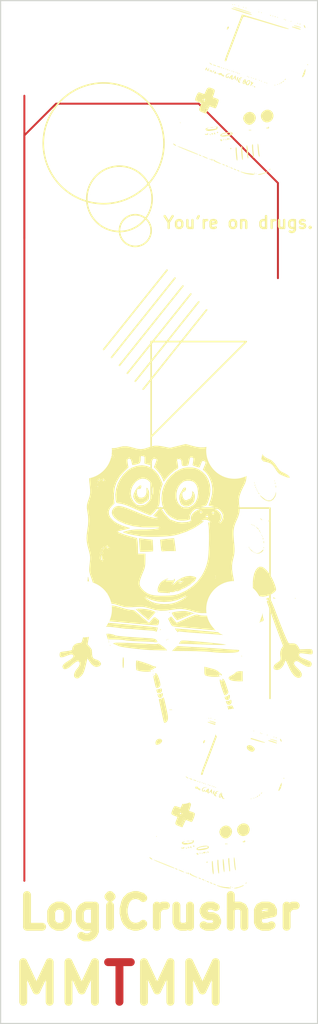
<source format=kicad_pcb>
(kicad_pcb (version 20171130) (host pcbnew 5.0.2+dfsg1-1~bpo9+1)

  (general
    (thickness 1.6)
    (drawings 32)
    (tracks 7)
    (zones 0)
    (modules 17)
    (nets 1)
  )

  (page A4)
  (layers
    (0 F.Cu signal)
    (31 B.Cu signal)
    (32 B.Adhes user)
    (33 F.Adhes user)
    (34 B.Paste user)
    (35 F.Paste user)
    (36 B.SilkS user)
    (37 F.SilkS user)
    (38 B.Mask user)
    (39 F.Mask user)
    (40 Dwgs.User user)
    (41 Cmts.User user)
    (42 Eco1.User user)
    (43 Eco2.User user)
    (44 Edge.Cuts user)
    (45 Margin user)
    (46 B.CrtYd user)
    (47 F.CrtYd user)
    (48 B.Fab user)
    (49 F.Fab user)
  )

  (setup
    (last_trace_width 0.25)
    (trace_clearance 0.2)
    (zone_clearance 0.508)
    (zone_45_only no)
    (trace_min 0.2)
    (segment_width 0.2)
    (edge_width 0.15)
    (via_size 0.8)
    (via_drill 0.4)
    (via_min_size 0.4)
    (via_min_drill 0.3)
    (uvia_size 0.3)
    (uvia_drill 0.1)
    (uvias_allowed no)
    (uvia_min_size 0.2)
    (uvia_min_drill 0.1)
    (pcb_text_width 0.3)
    (pcb_text_size 1.5 1.5)
    (mod_edge_width 0.15)
    (mod_text_size 1 1)
    (mod_text_width 0.15)
    (pad_size 1.524 1.524)
    (pad_drill 0.762)
    (pad_to_mask_clearance 0.051)
    (solder_mask_min_width 0.25)
    (aux_axis_origin 0 0)
    (visible_elements 7FFFFFFF)
    (pcbplotparams
      (layerselection 0x010fc_ffffffff)
      (usegerberextensions false)
      (usegerberattributes false)
      (usegerberadvancedattributes false)
      (creategerberjobfile false)
      (excludeedgelayer true)
      (linewidth 0.100000)
      (plotframeref false)
      (viasonmask false)
      (mode 1)
      (useauxorigin false)
      (hpglpennumber 1)
      (hpglpenspeed 20)
      (hpglpendiameter 15.000000)
      (psnegative false)
      (psa4output false)
      (plotreference true)
      (plotvalue true)
      (plotinvisibletext false)
      (padsonsilk false)
      (subtractmaskfromsilk false)
      (outputformat 1)
      (mirror false)
      (drillshape 0)
      (scaleselection 1)
      (outputdirectory "output/gerb/"))
  )

  (net 0 "")

  (net_class Default "This is the default net class."
    (clearance 0.2)
    (trace_width 0.25)
    (via_dia 0.8)
    (via_drill 0.4)
    (uvia_dia 0.3)
    (uvia_drill 0.1)
  )

  (module "" (layer F.Cu) (tedit 0) (tstamp 5D0744A2)
    (at 177 121)
    (fp_text reference "" (at 0 0) (layer F.SilkS)
      (effects (font (size 1.27 1.27) (thickness 0.15)))
    )
    (fp_text value "" (at 0 0) (layer F.SilkS)
      (effects (font (size 1.27 1.27) (thickness 0.15)))
    )
    (fp_poly (pts (xy -3.064777 10.077074) (xy -2.956562 10.165469) (xy -2.743534 10.288672) (xy -2.536906 10.389696)
      (xy -2.277178 10.514767) (xy -2.170266 10.581759) (xy -2.209381 10.589164) (xy -2.387733 10.535472)
      (xy -2.688077 10.423301) (xy -2.973628 10.285934) (xy -3.11744 10.158463) (xy -3.131281 10.111292)
      (xy -3.110462 10.029747) (xy -3.064777 10.077074)) (layer F.SilkS) (width 0.01))
    (fp_poly (pts (xy -3.298709 9.998336) (xy -3.271293 10.059131) (xy -3.269533 10.168152) (xy -3.304568 10.186131)
      (xy -3.377339 10.117514) (xy -3.386577 10.059131) (xy -3.368463 9.946168) (xy -3.353303 9.932131)
      (xy -3.298709 9.998336)) (layer F.SilkS) (width 0.01))
    (fp_poly (pts (xy -0.228056 8.565993) (xy -0.208708 8.725631) (xy -0.198275 8.926699) (xy -0.173672 9.23037)
      (xy -0.140217 9.571036) (xy -0.140081 9.572297) (xy -0.115725 9.891874) (xy -0.119705 10.106883)
      (xy -0.151432 10.186128) (xy -0.151694 10.186131) (xy -0.194894 10.108419) (xy -0.23956 9.902535)
      (xy -0.277354 9.609356) (xy -0.283821 9.538356) (xy -0.318918 9.088183) (xy -0.334419 8.782478)
      (xy -0.330125 8.59749) (xy -0.305839 8.50947) (xy -0.275077 8.492797) (xy -0.228056 8.565993)) (layer F.SilkS) (width 0.01))
    (fp_poly (pts (xy -3.568993 9.966379) (xy -3.478812 10.045084) (xy -3.471244 10.064127) (xy -3.511425 10.098926)
      (xy -3.595081 10.020951) (xy -3.606329 10.003715) (xy -3.616308 9.945778) (xy -3.568993 9.966379)) (layer F.SilkS) (width 0.01))
    (fp_poly (pts (xy 0.468299 8.394889) (xy 0.482327 8.513964) (xy 0.48631 8.686) (xy 0.503902 8.971759)
      (xy 0.531585 9.3165) (xy 0.539436 9.402964) (xy 0.567285 9.775031) (xy 0.570444 10.012614)
      (xy 0.55 10.10615) (xy 0.50704 10.046079) (xy 0.476835 9.953297) (xy 0.436381 9.747697)
      (xy 0.403185 9.46138) (xy 0.37916 9.137451) (xy 0.366221 8.819013) (xy 0.366283 8.549171)
      (xy 0.381259 8.371028) (xy 0.404452 8.323464) (xy 0.468299 8.394889)) (layer F.SilkS) (width 0.01))
    (fp_poly (pts (xy -2.951836 -1.873976) (xy -2.878577 -1.836536) (xy -2.812081 -1.773044) (xy -2.873637 -1.765028)
      (xy -3.031311 -1.812487) (xy -3.090244 -1.836536) (xy -3.185669 -1.894281) (xy -3.132577 -1.913956)
      (xy -2.951836 -1.873976)) (layer F.SilkS) (width 0.01))
    (fp_poly (pts (xy 8.7772 -1.977647) (xy 8.787333 -1.877168) (xy 8.7772 -1.864758) (xy 8.726866 -1.876381)
      (xy 8.720756 -1.921203) (xy 8.751734 -1.990893) (xy 8.7772 -1.977647)) (layer F.SilkS) (width 0.01))
    (fp_poly (pts (xy -3.598854 -2.154486) (xy -3.513577 -2.093327) (xy -3.370845 -1.989324) (xy -3.308966 -1.945161)
      (xy -3.336794 -1.922352) (xy -3.362099 -1.921203) (xy -3.480072 -1.981186) (xy -3.566711 -2.069369)
      (xy -3.638856 -2.168393) (xy -3.598854 -2.154486)) (layer F.SilkS) (width 0.01))
    (fp_poly (pts (xy 0.542616 -8.226994) (xy 0.762117 -8.165424) (xy 1.099352 -8.067024) (xy 1.532332 -7.938498)
      (xy 2.039071 -7.786554) (xy 2.597582 -7.617898) (xy 3.185876 -7.439235) (xy 3.781968 -7.257272)
      (xy 4.363869 -7.078714) (xy 4.909593 -6.910269) (xy 5.397151 -6.758642) (xy 5.804558 -6.630539)
      (xy 6.109825 -6.532667) (xy 6.290965 -6.471731) (xy 6.331891 -6.454956) (xy 6.346471 -6.420103)
      (xy 6.282872 -6.415535) (xy 6.126464 -6.444867) (xy 5.862614 -6.511713) (xy 5.476691 -6.619686)
      (xy 4.954063 -6.772403) (xy 4.502303 -6.906887) (xy 3.621358 -7.170185) (xy 2.888614 -7.388475)
      (xy 2.290146 -7.565629) (xy 1.812029 -7.70552) (xy 1.440338 -7.812017) (xy 1.16115 -7.888994)
      (xy 0.960538 -7.940321) (xy 0.824578 -7.96987) (xy 0.739346 -7.981513) (xy 0.690917 -7.979121)
      (xy 0.67237 -7.971747) (xy 0.627504 -7.929853) (xy 0.573127 -7.844636) (xy 0.501476 -7.697633)
      (xy 0.404791 -7.470378) (xy 0.275309 -7.144406) (xy 0.105268 -6.701252) (xy -0.113092 -6.122451)
      (xy -0.180461 -5.942869) (xy -0.47369 -5.163324) (xy -0.720561 -4.513465) (xy -0.932439 -3.963791)
      (xy -1.120688 -3.484798) (xy -1.28441 -3.077174) (xy -1.383158 -2.809513) (xy -1.44905 -2.584988)
      (xy -1.463141 -2.505674) (xy -1.528983 -2.368488) (xy -1.653823 -2.351213) (xy -1.709745 -2.389259)
      (xy -1.699824 -2.481781) (xy -1.637841 -2.696581) (xy -1.534702 -2.998748) (xy -1.43867 -3.257092)
      (xy -1.318956 -3.569796) (xy -1.151724 -4.007578) (xy -0.949636 -4.537239) (xy -0.725356 -5.125577)
      (xy -0.491547 -5.739393) (xy -0.333524 -6.154536) (xy -0.122157 -6.709908) (xy 0.068375 -7.210374)
      (xy 0.230107 -7.635028) (xy 0.355073 -7.96296) (xy 0.435308 -8.173262) (xy 0.462835 -8.245026)
      (xy 0.542616 -8.226994)) (layer F.SilkS) (width 0.01))
    (fp_poly (pts (xy -1.201949 -6.706659) (xy -1.194284 -6.598979) (xy -1.262885 -6.461021) (xy -1.320376 -6.401788)
      (xy -1.417146 -6.340206) (xy -1.435908 -6.410748) (xy -1.426209 -6.490622) (xy -1.363916 -6.659957)
      (xy -1.291077 -6.72646) (xy -1.201949 -6.706659)) (layer F.SilkS) (width 0.01))
    (fp_poly (pts (xy 7.089637 -6.665248) (xy 7.340428 -6.59535) (xy 7.58517 -6.514155) (xy 7.769032 -6.437809)
      (xy 7.827523 -6.400849) (xy 7.865247 -6.341845) (xy 7.786905 -6.339566) (xy 7.576833 -6.396167)
      (xy 7.366089 -6.464262) (xy 7.113148 -6.548246) (xy 6.917061 -6.612749) (xy 6.867138 -6.628904)
      (xy 6.784258 -6.683534) (xy 6.789239 -6.706575) (xy 6.88763 -6.707705) (xy 7.089637 -6.665248)) (layer F.SilkS) (width 0.01))
    (fp_poly (pts (xy 3.693534 11.565353) (xy 3.653819 11.619616) (xy 3.497845 11.702612) (xy 3.272132 11.796421)
      (xy 3.023199 11.883118) (xy 2.797566 11.944784) (xy 2.658449 11.964131) (xy 2.502959 11.953612)
      (xy 2.462478 11.929865) (xy 2.561243 11.89585) (xy 2.761817 11.854522) (xy 2.820039 11.844899)
      (xy 3.114068 11.772907) (xy 3.386872 11.667608) (xy 3.399407 11.661255) (xy 3.5815 11.581703)
      (xy 3.688312 11.562227) (xy 3.693534 11.565353)) (layer F.SilkS) (width 0.01))
    (fp_poly (pts (xy -1.042741 7.376256) (xy -1.032647 7.508579) (xy -1.049425 7.538533) (xy -1.087907 7.513282)
      (xy -1.093893 7.427408) (xy -1.073216 7.337066) (xy -1.042741 7.376256)) (layer F.SilkS) (width 0.01))
    (fp_poly (pts (xy -0.765356 7.368924) (xy -0.761911 7.392131) (xy -0.790798 7.474596) (xy -0.799247 7.476797)
      (xy -0.871533 7.417468) (xy -0.888911 7.392131) (xy -0.882198 7.314112) (xy -0.851574 7.307464)
      (xy -0.765356 7.368924)) (layer F.SilkS) (width 0.01))
    (fp_poly (pts (xy -0.78553 6.638915) (xy -0.716343 6.759392) (xy -0.756445 6.875287) (xy -0.886052 6.961354)
      (xy -1.130479 7.037734) (xy -1.437142 7.097057) (xy -1.753459 7.131956) (xy -2.026845 7.135064)
      (xy -2.204717 7.099011) (xy -2.229466 7.081686) (xy -2.26101 6.982997) (xy -2.150135 6.982997)
      (xy -2.037162 7.031179) (xy -1.916522 7.018774) (xy -1.728341 6.979923) (xy -1.451354 6.936243)
      (xy -1.291077 6.915074) (xy -0.99471 6.858411) (xy -0.858247 6.778793) (xy -0.846577 6.740286)
      (xy -0.882799 6.67003) (xy -1.015293 6.651364) (xy -1.248744 6.67413) (xy -1.642868 6.741702)
      (xy -1.940522 6.821443) (xy -2.117445 6.90504) (xy -2.150135 6.982997) (xy -2.26101 6.982997)
      (xy -2.269023 6.957929) (xy -2.156869 6.835272) (xy -1.910431 6.722968) (xy -1.547136 6.630276)
      (xy -1.306301 6.59134) (xy -0.987998 6.579894) (xy -0.78553 6.638915)) (layer F.SilkS) (width 0.01))
    (fp_poly (pts (xy -3.809911 6.813413) (xy -3.876722 6.911034) (xy -4.022337 6.945337) (xy -4.164529 6.905373)
      (xy -4.202325 6.865661) (xy -4.207201 6.813738) (xy -4.15795 6.836004) (xy -4.016091 6.84169)
      (xy -3.933202 6.796386) (xy -3.83452 6.738846) (xy -3.809911 6.813413)) (layer F.SilkS) (width 0.01))
    (fp_poly (pts (xy -3.568993 6.833712) (xy -3.478099 6.918963) (xy -3.496745 6.967973) (xy -3.508581 6.968797)
      (xy -3.580193 6.90866) (xy -3.606329 6.871049) (xy -3.616308 6.813112) (xy -3.568993 6.833712)) (layer F.SilkS) (width 0.01))
    (fp_poly (pts (xy -3.19224 6.776341) (xy -3.174911 6.799464) (xy -3.194105 6.871947) (xy -3.254581 6.884131)
      (xy -3.370423 6.839926) (xy -3.386577 6.799464) (xy -3.32581 6.717221) (xy -3.306908 6.714797)
      (xy -3.19224 6.776341)) (layer F.SilkS) (width 0.01))
    (fp_poly (pts (xy 4.7132 -7.988981) (xy 4.701578 -7.938646) (xy 4.656756 -7.932536) (xy 4.587066 -7.963514)
      (xy 4.600311 -7.988981) (xy 4.700791 -7.999114) (xy 4.7132 -7.988981)) (layer F.SilkS) (width 0.01))
    (fp_poly (pts (xy 4.402756 -8.059536) (xy 4.360423 -8.017203) (xy 4.318089 -8.059536) (xy 4.360423 -8.101869)
      (xy 4.402756 -8.059536)) (layer F.SilkS) (width 0.01))
    (fp_poly (pts (xy 4.120534 -8.158314) (xy 4.108911 -8.10798) (xy 4.064089 -8.101869) (xy 3.994399 -8.132848)
      (xy 4.007645 -8.158314) (xy 4.108124 -8.168447) (xy 4.120534 -8.158314)) (layer F.SilkS) (width 0.01))
    (fp_poly (pts (xy -0.690824 -9.008744) (xy -0.447744 -8.942831) (xy -0.119128 -8.84666) (xy 0.259295 -8.731429)
      (xy 0.651796 -8.608333) (xy 1.022644 -8.48857) (xy 1.336112 -8.383335) (xy 1.556468 -8.303826)
      (xy 1.646856 -8.262474) (xy 1.684572 -8.218147) (xy 1.666355 -8.200045) (xy 1.572828 -8.212745)
      (xy 1.384612 -8.260825) (xy 1.082329 -8.348862) (xy 0.646602 -8.481435) (xy 0.405331 -8.55576)
      (xy -0.147071 -8.730761) (xy -0.544955 -8.866903) (xy -0.785869 -8.963225) (xy -0.867359 -9.018765)
      (xy -0.812637 -9.033203) (xy -0.690824 -9.008744)) (layer F.SilkS) (width 0.01))
    (fp_poly (pts (xy -0.522309 -9.168792) (xy -0.359194 -9.127395) (xy -0.103563 -9.051391) (xy 0.264897 -8.934949)
      (xy 0.766503 -8.772239) (xy 0.973756 -8.704436) (xy 1.284738 -8.598562) (xy 1.507404 -8.514868)
      (xy 1.613991 -8.464289) (xy 1.608756 -8.454347) (xy 1.433199 -8.480687) (xy 1.270089 -8.526767)
      (xy 1.102411 -8.581186) (xy 0.817115 -8.670484) (xy 0.458758 -8.780807) (xy 0.182584 -8.864855)
      (xy -0.167626 -8.975485) (xy -0.443386 -9.071395) (xy -0.613557 -9.141164) (xy -0.652253 -9.171083)
      (xy -0.613224 -9.181411) (xy -0.522309 -9.168792)) (layer F.SilkS) (width 0.01))
    (fp_poly (pts (xy 2.963423 -8.482869) (xy 2.921089 -8.440536) (xy 2.878756 -8.482869) (xy 2.921089 -8.525203)
      (xy 2.963423 -8.482869)) (layer F.SilkS) (width 0.01))
    (fp_poly (pts (xy 2.624756 -8.567536) (xy 2.582423 -8.525203) (xy 2.540089 -8.567536) (xy 2.582423 -8.609869)
      (xy 2.624756 -8.567536)) (layer F.SilkS) (width 0.01))
    (fp_poly (pts (xy 1.016089 -9.075536) (xy 0.973756 -9.033203) (xy 0.931423 -9.075536) (xy 0.973756 -9.117869)
      (xy 1.016089 -9.075536)) (layer F.SilkS) (width 0.01))
    (fp_poly (pts (xy -2.101821 -0.835632) (xy -2.071956 -0.753635) (xy -2.048933 -0.67171) (xy -1.970128 -0.668968)
      (xy -1.833617 -0.621626) (xy -1.795939 -0.545369) (xy -1.806011 -0.417892) (xy -1.908388 -0.42348)
      (xy -2.091569 -0.561414) (xy -2.09439 -0.564037) (xy -2.097929 -0.566536) (xy -1.947244 -0.566536)
      (xy -1.916266 -0.496846) (xy -1.8908 -0.510092) (xy -1.880667 -0.610571) (xy -1.8908 -0.622981)
      (xy -1.941134 -0.611358) (xy -1.947244 -0.566536) (xy -2.097929 -0.566536) (xy -2.239786 -0.666684)
      (xy -2.31428 -0.630072) (xy -2.315337 -0.627537) (xy -2.353278 -0.574528) (xy -2.363893 -0.635033)
      (xy -2.417365 -0.705185) (xy -2.455244 -0.693536) (xy -2.531108 -0.708418) (xy -2.539911 -0.752039)
      (xy -2.464242 -0.834937) (xy -2.284975 -0.862869) (xy -2.101821 -0.835632)) (layer F.SilkS) (width 0.01))
    (fp_poly (pts (xy 1.185423 -0.439536) (xy 1.143089 -0.397203) (xy 1.100756 -0.439536) (xy 1.143089 -0.481869)
      (xy 1.185423 -0.439536)) (layer F.SilkS) (width 0.01))
    (fp_poly (pts (xy -2.836244 -0.989869) (xy -2.83009 -0.849507) (xy -2.859465 -0.805782) (xy -2.963255 -0.775397)
      (xy -3.005577 -0.820536) (xy -3.007433 -0.862869) (xy -2.963244 -0.862869) (xy -2.920911 -0.820536)
      (xy -2.878577 -0.862869) (xy -2.920911 -0.905203) (xy -2.963244 -0.862869) (xy -3.007433 -0.862869)
      (xy -3.011731 -0.960899) (xy -2.982356 -1.004624) (xy -2.878567 -1.035009) (xy -2.836244 -0.989869)) (layer F.SilkS) (width 0.01))
    (fp_poly (pts (xy -2.6528 -0.876981) (xy -2.642667 -0.776501) (xy -2.6528 -0.764092) (xy -2.703134 -0.775714)
      (xy -2.709244 -0.820536) (xy -2.678266 -0.890226) (xy -2.6528 -0.876981)) (layer F.SilkS) (width 0.01))
    (fp_poly (pts (xy 0.169423 -0.778203) (xy 0.127089 -0.735869) (xy 0.084756 -0.778203) (xy 0.127089 -0.820536)
      (xy 0.169423 -0.778203)) (layer F.SilkS) (width 0.01))
    (fp_poly (pts (xy -0.028133 -0.876981) (xy -0.039755 -0.826646) (xy -0.084577 -0.820536) (xy -0.154268 -0.851514)
      (xy -0.141022 -0.876981) (xy -0.040542 -0.887114) (xy -0.028133 -0.876981)) (layer F.SilkS) (width 0.01))
    (fp_poly (pts (xy -3.368315 -1.176233) (xy -3.311338 -1.037732) (xy -3.333785 -0.929774) (xy -3.376879 -0.953771)
      (xy -3.387874 -1.039258) (xy -3.401782 -1.146125) (xy -3.457562 -1.095281) (xy -3.471244 -1.074536)
      (xy -3.536858 -0.996701) (xy -3.554341 -1.076722) (xy -3.554614 -1.095703) (xy -3.514589 -1.221282)
      (xy -3.468587 -1.243869) (xy -3.368315 -1.176233)) (layer F.SilkS) (width 0.01))
    (fp_poly (pts (xy -3.050504 -1.201536) (xy -3.09266 -1.062397) (xy -3.132577 -0.989869) (xy -3.199665 -0.9221)
      (xy -3.214651 -0.947536) (xy -3.172495 -1.086675) (xy -3.132577 -1.159203) (xy -3.06549 -1.226972)
      (xy -3.050504 -1.201536)) (layer F.SilkS) (width 0.01))
    (fp_poly (pts (xy -0.253911 -0.947536) (xy -0.296244 -0.905203) (xy -0.338577 -0.947536) (xy -0.296244 -0.989869)
      (xy -0.253911 -0.947536)) (layer F.SilkS) (width 0.01))
    (fp_poly (pts (xy -0.536133 -1.046314) (xy -0.547755 -0.99598) (xy -0.592577 -0.989869) (xy -0.662268 -1.020848)
      (xy -0.649022 -1.046314) (xy -0.548542 -1.056447) (xy -0.536133 -1.046314)) (layer F.SilkS) (width 0.01))
    (fp_poly (pts (xy -3.736709 -1.412274) (xy -3.792973 -1.228577) (xy -3.801256 -1.207156) (xy -3.870338 -1.109288)
      (xy -3.914798 -1.123423) (xy -3.908947 -1.245749) (xy -3.844736 -1.366819) (xy -3.754894 -1.461771)
      (xy -3.736709 -1.412274)) (layer F.SilkS) (width 0.01))
    (fp_poly (pts (xy -3.6688 -1.215647) (xy -3.658667 -1.115168) (xy -3.6688 -1.102758) (xy -3.719134 -1.114381)
      (xy -3.725244 -1.159203) (xy -3.694266 -1.228893) (xy -3.6688 -1.215647)) (layer F.SilkS) (width 0.01))
    (fp_poly (pts (xy -0.761911 -1.116869) (xy -0.804244 -1.074536) (xy -0.846577 -1.116869) (xy -0.804244 -1.159203)
      (xy -0.761911 -1.116869)) (layer F.SilkS) (width 0.01))
    (fp_poly (pts (xy 2.286089 11.837131) (xy 2.243756 11.879464) (xy 2.201423 11.837131) (xy 2.243756 11.794797)
      (xy 2.286089 11.837131)) (layer F.SilkS) (width 0.01))
    (fp_poly (pts (xy -3.152757 5.979291) (xy -3.132965 6.002177) (xy -3.254552 6.015019) (xy -3.344244 6.016112)
      (xy -3.508208 6.007776) (xy -3.533084 5.988654) (xy -3.491424 5.977582) (xy -3.270814 5.963951)
      (xy -3.152757 5.979291)) (layer F.SilkS) (width 0.01))
    (fp_poly (pts (xy -2.878577 5.910464) (xy -2.920911 5.952797) (xy -2.963244 5.910464) (xy -2.920911 5.868131)
      (xy -2.878577 5.910464)) (layer F.SilkS) (width 0.01))
    (fp_poly (pts (xy 1.76419 4.103441) (xy 1.93094 4.216254) (xy 2.149892 4.495466) (xy 2.21355 4.814741)
      (xy 2.120937 5.144428) (xy 1.968589 5.359005) (xy 1.670679 5.600417) (xy 1.372257 5.673812)
      (xy 1.077196 5.578757) (xy 0.939252 5.474393) (xy 0.692895 5.168271) (xy 0.608333 4.849696)
      (xy 0.687379 4.535217) (xy 0.816397 4.352813) (xy 1.123148 4.106979) (xy 1.444551 4.023185)
      (xy 1.76419 4.103441)) (layer F.SilkS) (width 0.01))
    (fp_poly (pts (xy -7.281244 5.402464) (xy -7.323577 5.444797) (xy -7.365911 5.402464) (xy -7.323577 5.360131)
      (xy -7.281244 5.402464)) (layer F.SilkS) (width 0.01))
    (fp_poly (pts (xy 4.094335 3.873201) (xy 4.310953 4.090392) (xy 4.426057 4.392397) (xy 4.425499 4.659362)
      (xy 4.307265 4.977672) (xy 4.087007 5.210341) (xy 3.804662 5.342744) (xy 3.500166 5.360254)
      (xy 3.213457 5.248248) (xy 3.095837 5.146306) (xy 2.887836 4.821021) (xy 2.842716 4.487247)
      (xy 2.958787 4.169335) (xy 3.180184 3.931916) (xy 3.494473 3.773823) (xy 3.810683 3.760965)
      (xy 4.094335 3.873201)) (layer F.SilkS) (width 0.01))
    (fp_poly (pts (xy -3.288957 1.077686) (xy -3.269917 1.0856) (xy -3.07687 1.182759) (xy -2.986609 1.296198)
      (xy -2.988149 1.46985) (xy -3.070502 1.747649) (xy -3.090244 1.804131) (xy -3.166285 2.023317)
      (xy -3.211645 2.161146) (xy -3.217244 2.182374) (xy -3.14472 2.215313) (xy -2.96251 2.276361)
      (xy -2.874101 2.303469) (xy -2.651055 2.391417) (xy -2.508242 2.487035) (xy -2.489231 2.515017)
      (xy -2.493526 2.648409) (xy -2.549141 2.868799) (xy -2.636659 3.124145) (xy -2.736662 3.362403)
      (xy -2.829734 3.531533) (xy -2.88738 3.582131) (xy -3.012717 3.551748) (xy -3.220181 3.476561)
      (xy -3.272637 3.455131) (xy -3.474592 3.373959) (xy -3.597799 3.330454) (xy -3.609652 3.328131)
      (xy -3.658418 3.398904) (xy -3.751727 3.582797) (xy -3.848653 3.793797) (xy -3.961195 4.038527)
      (xy -4.045986 4.204917) (xy -4.080418 4.253498) (xy -4.168305 4.223479) (xy -4.358184 4.155222)
      (xy -4.444715 4.12367) (xy -4.746854 3.997438) (xy -4.904303 3.871583) (xy -4.919761 3.793797)
      (xy -4.148577 3.793797) (xy -4.106244 3.836131) (xy -4.063911 3.793797) (xy -4.106244 3.751464)
      (xy -4.148577 3.793797) (xy -4.919761 3.793797) (xy -4.937024 3.706935) (xy -4.899962 3.582131)
      (xy -4.063911 3.582131) (xy -4.032933 3.651821) (xy -4.007466 3.638575) (xy -3.997333 3.538095)
      (xy -4.007466 3.525686) (xy -4.057801 3.537308) (xy -4.063911 3.582131) (xy -4.899962 3.582131)
      (xy -4.864978 3.464325) (xy -4.827121 3.373286) (xy -4.825975 3.370464) (xy -3.979244 3.370464)
      (xy -3.936911 3.412797) (xy -3.894577 3.370464) (xy -3.936911 3.328131) (xy -3.979244 3.370464)
      (xy -4.825975 3.370464) (xy -4.757191 3.201131) (xy -3.894577 3.201131) (xy -3.852244 3.243464)
      (xy -3.809911 3.201131) (xy -3.852244 3.158797) (xy -3.894577 3.201131) (xy -4.757191 3.201131)
      (xy -4.733262 3.142223) (xy -4.680153 2.987263) (xy -4.675616 2.94976) (xy -4.761956 2.912278)
      (xy -4.94599 2.839507) (xy -4.995244 2.820553) (xy -5.269984 2.705418) (xy -5.409251 2.60046)
      (xy -5.435404 2.477742) (xy -4.390509 2.477742) (xy -4.362872 2.561879) (xy -4.257208 2.613639)
      (xy -4.220017 2.600289) (xy -4.184382 2.510526) (xy -4.224456 2.456385) (xy -4.338283 2.40789)
      (xy -4.390509 2.477742) (xy -5.435404 2.477742) (xy -5.438506 2.463191) (xy -5.38321 2.251121)
      (xy -5.366178 2.20154) (xy -5.261401 1.942062) (xy -5.1514 1.729802) (xy -5.122892 1.687522)
      (xy -5.037847 1.59391) (xy -4.940805 1.572548) (xy -4.77407 1.621285) (xy -4.649963 1.669898)
      (xy -4.433031 1.749266) (xy -4.293506 1.786311) (xy -4.27033 1.784772) (xy -4.224721 1.698393)
      (xy -4.136859 1.506189) (xy -4.07224 1.357895) (xy -3.938753 1.100669) (xy -3.792141 0.977874)
      (xy -3.589758 0.975038) (xy -3.288957 1.077686)) (layer F.SilkS) (width 0.01))
    (fp_poly (pts (xy 8.372317 -6.84751) (xy 8.439432 -6.699769) (xy 8.459901 -6.562319) (xy 8.445906 -6.528798)
      (xy 8.389827 -6.568183) (xy 8.312991 -6.704512) (xy 8.267218 -6.856666) (xy 8.293532 -6.916536)
      (xy 8.372317 -6.84751)) (layer F.SilkS) (width 0.01))
    (fp_poly (pts (xy 7.09966 -6.861973) (xy 7.109055 -6.860395) (xy 7.326086 -6.813109) (xy 7.553819 -6.748294)
      (xy 7.751997 -6.680232) (xy 7.880364 -6.623201) (xy 7.898664 -6.591484) (xy 7.874089 -6.589008)
      (xy 7.728025 -6.615042) (xy 7.484483 -6.683034) (xy 7.281423 -6.749277) (xy 7.057802 -6.832165)
      (xy 6.997194 -6.869743) (xy 7.09966 -6.861973)) (layer F.SilkS) (width 0.01))
    (fp_poly (pts (xy 7.845867 -7.057647) (xy 7.834245 -7.007313) (xy 7.789423 -7.001203) (xy 7.719732 -7.032181)
      (xy 7.732978 -7.057647) (xy 7.833458 -7.06778) (xy 7.845867 -7.057647)) (layer F.SilkS) (width 0.01))
    (fp_poly (pts (xy 7.535423 -7.128203) (xy 7.493089 -7.085869) (xy 7.450756 -7.128203) (xy 7.493089 -7.170536)
      (xy 7.535423 -7.128203)) (layer F.SilkS) (width 0.01))
    (fp_poly (pts (xy 6.688756 -7.382203) (xy 6.646423 -7.339869) (xy 6.604089 -7.382203) (xy 6.646423 -7.424536)
      (xy 6.688756 -7.382203)) (layer F.SilkS) (width 0.01))
    (fp_poly (pts (xy 6.011423 -7.551536) (xy 5.969089 -7.509203) (xy 5.926756 -7.551536) (xy 5.969089 -7.593869)
      (xy 6.011423 -7.551536)) (layer F.SilkS) (width 0.01))
    (fp_poly (pts (xy 5.842089 -7.636203) (xy 5.799756 -7.593869) (xy 5.757423 -7.636203) (xy 5.799756 -7.678536)
      (xy 5.842089 -7.636203)) (layer F.SilkS) (width 0.01))
    (fp_poly (pts (xy 4.995423 -7.890203) (xy 4.953089 -7.847869) (xy 4.910756 -7.890203) (xy 4.953089 -7.932536)
      (xy 4.995423 -7.890203)) (layer F.SilkS) (width 0.01))
    (fp_poly (pts (xy -4.41794 9.634148) (xy -4.243624 9.702179) (xy -4.056263 9.78746) (xy -3.905485 9.86676)
      (xy -3.840924 9.916848) (xy -3.852244 9.923631) (xy -3.975457 9.892342) (xy -4.18475 9.808893)
      (xy -4.275577 9.76743) (xy -4.458911 9.672803) (xy -4.538936 9.614961) (xy -4.529577 9.606597)
      (xy -4.41794 9.634148)) (layer F.SilkS) (width 0.01))
    (fp_poly (pts (xy 1.119646 8.31729) (xy 1.161624 8.528469) (xy 1.199431 8.835882) (xy 1.217782 9.054718)
      (xy 1.240973 9.459718) (xy 1.246447 9.74474) (xy 1.235306 9.898269) (xy 1.20865 9.908789)
      (xy 1.16758 9.764785) (xy 1.155585 9.705351) (xy 1.106032 9.391427) (xy 1.069183 9.050936)
      (xy 1.047165 8.724964) (xy 1.042104 8.454596) (xy 1.056128 8.280918) (xy 1.079666 8.238797)
      (xy 1.119646 8.31729)) (layer F.SilkS) (width 0.01))
    (fp_poly (pts (xy 1.830748 8.125633) (xy 1.861572 8.277836) (xy 1.868937 8.454697) (xy 1.886066 8.804364)
      (xy 1.921849 9.188799) (xy 1.938946 9.322359) (xy 1.962569 9.580098) (xy 1.954916 9.761971)
      (xy 1.932765 9.81419) (xy 1.870001 9.789863) (xy 1.862756 9.744406) (xy 1.852695 9.612084)
      (xy 1.825925 9.359185) (xy 1.787566 9.033055) (xy 1.773857 8.922375) (xy 1.732788 8.514388)
      (xy 1.73185 8.254796) (xy 1.771043 8.127481) (xy 1.773857 8.124496) (xy 1.830748 8.125633)) (layer F.SilkS) (width 0.01))
    (fp_poly (pts (xy 2.493047 8.085186) (xy 2.53136 8.264493) (xy 2.567047 8.544691) (xy 2.579012 8.675836)
      (xy 2.610785 9.02139) (xy 2.643923 9.313933) (xy 2.672485 9.502643) (xy 2.678857 9.529964)
      (xy 2.67893 9.65297) (xy 2.64255 9.678131) (xy 2.600156 9.599948) (xy 2.551071 9.390111)
      (xy 2.502982 9.08569) (xy 2.480129 8.894964) (xy 2.44967 8.54522) (xy 2.438046 8.259437)
      (xy 2.446301 8.079017) (xy 2.458567 8.040836) (xy 2.493047 8.085186)) (layer F.SilkS) (width 0.01))
    (fp_poly (pts (xy -4.813772 9.46888) (xy -4.741244 9.508797) (xy -4.673475 9.575885) (xy -4.698911 9.590871)
      (xy -4.83805 9.548715) (xy -4.910577 9.508797) (xy -4.978347 9.44171) (xy -4.952911 9.426723)
      (xy -4.813772 9.46888)) (layer F.SilkS) (width 0.01))
    (fp_poly (pts (xy -7.597534 8.376065) (xy -7.390153 8.448478) (xy -7.090414 8.560416) (xy -6.730339 8.699189)
      (xy -6.341949 8.852106) (xy -5.957264 9.006478) (xy -5.608308 9.149615) (xy -5.327101 9.268827)
      (xy -5.145664 9.351426) (xy -5.095553 9.380266) (xy -5.079467 9.413187) (xy -5.142886 9.406947)
      (xy -5.301298 9.35607) (xy -5.570192 9.255079) (xy -5.965056 9.098496) (xy -6.459272 8.898034)
      (xy -6.880036 8.723745) (xy -7.236679 8.571072) (xy -7.503703 8.451332) (xy -7.65561 8.375846)
      (xy -7.680535 8.355865) (xy -7.597534 8.376065)) (layer F.SilkS) (width 0.01))
    (fp_poly (pts (xy 4.656756 0.661131) (xy 4.614423 0.703464) (xy 4.572089 0.661131) (xy 4.614423 0.618797)
      (xy 4.656756 0.661131)) (layer F.SilkS) (width 0.01))
    (fp_poly (pts (xy 4.995423 0.576464) (xy 4.953089 0.618797) (xy 4.910756 0.576464) (xy 4.953089 0.534131)
      (xy 4.995423 0.576464)) (layer F.SilkS) (width 0.01))
    (fp_poly (pts (xy 5.249423 0.491797) (xy 5.207089 0.534131) (xy 5.164756 0.491797) (xy 5.207089 0.449464)
      (xy 5.249423 0.491797)) (layer F.SilkS) (width 0.01))
    (fp_poly (pts (xy 3.640756 0.407131) (xy 3.598423 0.449464) (xy 3.556089 0.407131) (xy 3.598423 0.364797)
      (xy 3.640756 0.407131)) (layer F.SilkS) (width 0.01))
    (fp_poly (pts (xy 5.476859 0.334821) (xy 5.461089 0.364797) (xy 5.381315 0.445654) (xy 5.366429 0.449464)
      (xy 5.360652 0.394774) (xy 5.376423 0.364797) (xy 5.456197 0.28394) (xy 5.471083 0.280131)
      (xy 5.476859 0.334821)) (layer F.SilkS) (width 0.01))
    (fp_poly (pts (xy 0.486684 -0.298582) (xy 0.462765 -0.269008) (xy 0.340794 -0.218155) (xy 0.204719 -0.147095)
      (xy 0.216155 -0.084248) (xy 0.256127 -0.055485) (xy 0.330922 0.007899) (xy 0.245934 0.024669)
      (xy 0.232923 0.024834) (xy 0.101009 0.067233) (xy 0.117775 0.180834) (xy 0.186356 0.263197)
      (xy 0.231029 0.345736) (xy 0.160055 0.35699) (xy 0.014168 0.290636) (xy 0.013272 0.290069)
      (xy -0.043754 0.171294) (xy 0 0) (xy 0.113285 -0.170307) (xy 0.264849 -0.286121)
      (xy 0.362097 -0.307169) (xy 0.486684 -0.298582)) (layer F.SilkS) (width 0.01))
    (fp_poly (pts (xy 3.386756 0.322464) (xy 3.344423 0.364797) (xy 3.302089 0.322464) (xy 3.344423 0.280131)
      (xy 3.386756 0.322464)) (layer F.SilkS) (width 0.01))
    (fp_poly (pts (xy -0.834438 11.077546) (xy -0.761911 11.117464) (xy -0.694142 11.184551) (xy -0.719577 11.199538)
      (xy -0.858717 11.157381) (xy -0.931244 11.117464) (xy -0.999013 11.050376) (xy -0.973577 11.03539)
      (xy -0.834438 11.077546)) (layer F.SilkS) (width 0.01))
    (fp_text user G*** (at 1.354756 0.110797) (layer F.SilkS) hide
      (effects (font (size 1.524 1.524) (thickness 0.3)))
    )
    (fp_text user LOGO (at 2.104756 0.110797) (layer F.SilkS) hide
      (effects (font (size 1.524 1.524) (thickness 0.3)))
    )
    (fp_poly (pts (xy 0.370772 11.578349) (xy 0.565889 11.630545) (xy 0.67486 11.666893) (xy 1.003773 11.751217)
      (xy 1.358715 11.797976) (xy 1.428901 11.800748) (xy 1.70585 11.819912) (xy 1.934363 11.860921)
      (xy 1.989756 11.879464) (xy 2.061304 11.930421) (xy 1.998443 11.956426) (xy 1.83384 11.960087)
      (xy 1.60016 11.944014) (xy 1.330069 11.910816) (xy 1.056235 11.863102) (xy 0.811322 11.803481)
      (xy 0.735631 11.779294) (xy 0.484971 11.685155) (xy 0.320183 11.610007) (xy 0.277924 11.573407)
      (xy 0.370772 11.578349)) (layer F.SilkS) (width 0.01))
    (fp_poly (pts (xy 0.677423 -9.160203) (xy 0.635089 -9.117869) (xy 0.592756 -9.160203) (xy 0.635089 -9.202536)
      (xy 0.677423 -9.160203)) (layer F.SilkS) (width 0.01))
    (fp_poly (pts (xy 0.084756 -9.329536) (xy 0.042423 -9.287203) (xy 0.000089 -9.329536) (xy 0.042423 -9.371869)
      (xy 0.084756 -9.329536)) (layer F.SilkS) (width 0.01))
    (fp_poly (pts (xy -0.677244 -9.498869) (xy -0.719577 -9.456536) (xy -0.761911 -9.498869) (xy -0.719577 -9.541203)
      (xy -0.677244 -9.498869)) (layer F.SilkS) (width 0.01))
    (fp_poly (pts (xy -0.423244 -9.498869) (xy -0.465577 -9.456536) (xy -0.507911 -9.498869) (xy -0.465577 -9.541203)
      (xy -0.423244 -9.498869)) (layer F.SilkS) (width 0.01))
    (fp_poly (pts (xy 0.012228 11.416213) (xy 0.084756 11.456131) (xy 0.152525 11.523218) (xy 0.127089 11.538204)
      (xy -0.01205 11.496048) (xy -0.084577 11.456131) (xy -0.152347 11.389043) (xy -0.126911 11.374057)
      (xy 0.012228 11.416213)) (layer F.SilkS) (width 0.01))
    (fp_poly (pts (xy -1.100577 10.990464) (xy -1.142911 11.032797) (xy -1.185244 10.990464) (xy -1.142911 10.948131)
      (xy -1.100577 10.990464)) (layer F.SilkS) (width 0.01))
    (fp_poly (pts (xy -1.427105 10.823546) (xy -1.354577 10.863464) (xy -1.286808 10.930551) (xy -1.312244 10.945538)
      (xy -1.451383 10.903381) (xy -1.523911 10.863464) (xy -1.59168 10.796376) (xy -1.566244 10.78139)
      (xy -1.427105 10.823546)) (layer F.SilkS) (width 0.01))
    (fp_poly (pts (xy 5.730859 0.165487) (xy 5.715089 0.195464) (xy 5.635315 0.276321) (xy 5.620429 0.280131)
      (xy 5.614652 0.22544) (xy 5.630423 0.195464) (xy 5.710197 0.114607) (xy 5.725083 0.110797)
      (xy 5.730859 0.165487)) (layer F.SilkS) (width 0.01))
    (fp_poly (pts (xy -0.01386 -0.298236) (xy -0.037304 -0.185536) (xy -0.103216 0.030843) (xy -0.163945 0.129769)
      (xy -0.202726 0.09496) (xy -0.207735 -0.020045) (xy -0.15869 -0.225538) (xy -0.088241 -0.336042)
      (xy -0.018811 -0.379424) (xy -0.01386 -0.298236)) (layer F.SilkS) (width 0.01))
    (fp_poly (pts (xy 2.963423 0.153131) (xy 2.921089 0.195464) (xy 2.878756 0.153131) (xy 2.921089 0.110797)
      (xy 2.963423 0.153131)) (layer F.SilkS) (width 0.01))
    (fp_poly (pts (xy 2.709423 0.068464) (xy 2.667089 0.110797) (xy 2.624756 0.068464) (xy 2.667089 0.026131)
      (xy 2.709423 0.068464)) (layer F.SilkS) (width 0.01))
    (fp_poly (pts (xy -0.778838 -0.016203) (xy -0.776379 -0.039302) (xy -0.759483 -0.041815) (xy -0.778838 -0.016203)) (layer F.SilkS) (width 0.01))
    (fp_poly (pts (xy -0.73136 -0.486562) (xy -0.745042 -0.333703) (xy -0.776379 -0.039302) (xy -0.825938 -0.03193)
      (xy -0.88992 -0.120787) (xy -0.876199 -0.163771) (xy -0.889365 -0.22075) (xy -1.002671 -0.2068)
      (xy -1.154108 -0.193571) (xy -1.162905 -0.268505) (xy -1.055523 -0.397203) (xy -0.931244 -0.397203)
      (xy -0.900266 -0.327513) (xy -0.8748 -0.340758) (xy -0.864667 -0.441238) (xy -0.8748 -0.453647)
      (xy -0.925134 -0.442025) (xy -0.931244 -0.397203) (xy -1.055523 -0.397203) (xy -1.029211 -0.428738)
      (xy -0.989287 -0.467111) (xy -0.82188 -0.611382) (xy -0.743821 -0.62219) (xy -0.73136 -0.486562)) (layer F.SilkS) (width 0.01))
    (fp_poly (pts (xy -0.358635 -0.572248) (xy -0.320389 -0.311664) (xy -0.313907 -0.116691) (xy -0.35139 -0.008333)
      (xy -0.352694 -0.007478) (xy -0.407496 -0.041955) (xy -0.423244 -0.147586) (xy -0.429891 -0.274003)
      (xy -0.475997 -0.266065) (xy -0.571411 -0.161078) (xy -0.717199 -0.048105) (xy -0.759483 -0.041815)
      (xy -0.568736 -0.294225) (xy -0.358635 -0.572248)) (layer F.SilkS) (width 0.01))
    (fp_poly (pts (xy -0.875681 8.629334) (xy -0.888911 8.662131) (xy -0.964993 8.742901) (xy -0.978574 8.746797)
      (xy -1.01494 8.681291) (xy -1.015911 8.662131) (xy -0.950823 8.580717) (xy -0.926247 8.577464)
      (xy -0.875681 8.629334)) (layer F.SilkS) (width 0.01))
    (fp_poly (pts (xy -8.12531 8.058618) (xy -7.973842 8.158611) (xy -7.970364 8.161419) (xy -7.851783 8.280567)
      (xy -7.863152 8.321525) (xy -7.980081 8.275767) (xy -8.090429 8.203386) (xy -8.20043 8.097292)
      (xy -8.212444 8.041341) (xy -8.12531 8.058618)) (layer F.SilkS) (width 0.01))
    (fp_poly (pts (xy -2.057452 7.579346) (xy -2.031911 7.651127) (xy -2.085183 7.725666) (xy -2.192299 7.69917)
      (xy -2.247059 7.640498) (xy -2.254418 7.603797) (xy -2.201244 7.603797) (xy -2.158911 7.646131)
      (xy -2.116577 7.603797) (xy -2.158911 7.561464) (xy -2.201244 7.603797) (xy -2.254418 7.603797)
      (xy -2.269924 7.526477) (xy -2.257689 7.505019) (xy -2.158661 7.498636) (xy -2.057452 7.579346)) (layer F.SilkS) (width 0.01))
    (fp_poly (pts (xy -1.804741 7.460922) (xy -1.794647 7.593246) (xy -1.811425 7.6232) (xy -1.849907 7.597949)
      (xy -1.855893 7.512075) (xy -1.835216 7.421733) (xy -1.804741 7.460922)) (layer F.SilkS) (width 0.01))
    (fp_poly (pts (xy -1.550741 7.460922) (xy -1.540647 7.593246) (xy -1.557425 7.6232) (xy -1.595907 7.597949)
      (xy -1.601893 7.512075) (xy -1.581216 7.421733) (xy -1.550741 7.460922)) (layer F.SilkS) (width 0.01))
    (fp_poly (pts (xy -1.203038 7.371605) (xy -1.185244 7.42301) (xy -1.25337 7.5206) (xy -1.312244 7.533242)
      (xy -1.425078 7.499884) (xy -1.439244 7.471744) (xy -1.37223 7.391871) (xy -1.312244 7.361513)
      (xy -1.203038 7.371605)) (layer F.SilkS) (width 0.01))
    (fp_poly (pts (xy 2.088534 11.738353) (xy 2.076911 11.788687) (xy 2.032089 11.794797) (xy 1.962399 11.763819)
      (xy 1.975645 11.738353) (xy 2.076124 11.72822) (xy 2.088534 11.738353)) (layer F.SilkS) (width 0.01))
    (fp_poly (pts (xy 4.037526 11.256821) (xy 4.021756 11.286797) (xy 3.941982 11.367654) (xy 3.927096 11.371464)
      (xy 3.921319 11.316774) (xy 3.937089 11.286797) (xy 4.016863 11.20594) (xy 4.031749 11.202131)
      (xy 4.037526 11.256821)) (layer F.SilkS) (width 0.01))
    (fp_poly (pts (xy 5.984859 -0.088513) (xy 5.969089 -0.058536) (xy 5.889315 0.022321) (xy 5.874429 0.026131)
      (xy 5.868652 -0.02856) (xy 5.884423 -0.058536) (xy 5.964197 -0.139393) (xy 5.979083 -0.143203)
      (xy 5.984859 -0.088513)) (layer F.SilkS) (width 0.01))
    (fp_poly (pts (xy 2.257867 -0.114981) (xy 2.246245 -0.064646) (xy 2.201423 -0.058536) (xy 2.131732 -0.089514)
      (xy 2.144978 -0.114981) (xy 2.245458 -0.125114) (xy 2.257867 -0.114981)) (layer F.SilkS) (width 0.01))
    (fp_poly (pts (xy 1.947423 -0.185536) (xy 1.905089 -0.143203) (xy 1.862756 -0.185536) (xy 1.905089 -0.227869)
      (xy 1.947423 -0.185536)) (layer F.SilkS) (width 0.01))
    (fp_poly (pts (xy -1.227577 -0.750299) (xy -1.437621 -0.65101) (xy -1.508633 -0.502492) (xy -1.490326 -0.35275)
      (xy -1.414343 -0.314235) (xy -1.333293 -0.411848) (xy -1.330891 -0.418369) (xy -1.261318 -0.480879)
      (xy -1.230691 -0.466336) (xy -1.206203 -0.359044) (xy -1.292906 -0.258897) (xy -1.404565 -0.227869)
      (xy -1.538634 -0.296735) (xy -1.582376 -0.366378) (xy -1.584567 -0.567973) (xy -1.450729 -0.723313)
      (xy -1.219038 -0.793177) (xy -0.973577 -0.808151) (xy -1.227577 -0.750299)) (layer F.SilkS) (width 0.01))
    (fp_poly (pts (xy 1.693423 -0.270203) (xy 1.651089 -0.227869) (xy 1.608756 -0.270203) (xy 1.651089 -0.312536)
      (xy 1.693423 -0.270203)) (layer F.SilkS) (width 0.01))
    (fp_poly (pts (xy 1.354756 -0.354869) (xy 1.312423 -0.312536) (xy 1.270089 -0.354869) (xy 1.312423 -0.397203)
      (xy 1.354756 -0.354869)) (layer F.SilkS) (width 0.01))
    (fp_poly (pts (xy 8.472167 -1.370869) (xy 8.465163 -1.070236) (xy 8.379192 -0.741989) (xy 8.331552 -0.635405)
      (xy 8.219225 -0.454745) (xy 8.120593 -0.350893) (xy 8.064113 -0.344499) (xy 8.076242 -0.4501)
      (xy 8.166596 -0.709947) (xy 8.268744 -0.972376) (xy 8.365306 -1.196967) (xy 8.438902 -1.343303)
      (xy 8.472152 -1.370965) (xy 8.472167 -1.370869)) (layer F.SilkS) (width 0.01))
    (fp_poly (pts (xy -1.850438 10.654213) (xy -1.777911 10.694131) (xy -1.710142 10.761218) (xy -1.735577 10.776204)
      (xy -1.874717 10.734048) (xy -1.947244 10.694131) (xy -2.015013 10.627043) (xy -1.989577 10.612057)
      (xy -1.850438 10.654213)) (layer F.SilkS) (width 0.01))
    (fp_poly (pts (xy -2.960042 6.696336) (xy -2.932626 6.757131) (xy -2.930867 6.866152) (xy -2.965901 6.884131)
      (xy -3.038672 6.815514) (xy -3.047911 6.757131) (xy -3.029796 6.644168) (xy -3.014636 6.630131)
      (xy -2.960042 6.696336)) (layer F.SilkS) (width 0.01))
    (fp_poly (pts (xy -2.542371 6.609893) (xy -2.539911 6.630131) (xy -2.60434 6.712337) (xy -2.624577 6.714797)
      (xy -2.706784 6.650368) (xy -2.709244 6.630131) (xy -2.644815 6.547924) (xy -2.624577 6.545464)
      (xy -2.542371 6.609893)) (layer F.SilkS) (width 0.01))
    (fp_poly (pts (xy -2.638914 5.939214) (xy -2.624577 6.039559) (xy -2.666979 6.172875) (xy -2.80963 6.272773)
      (xy -3.075705 6.349345) (xy -3.478437 6.411471) (xy -3.770099 6.4363) (xy -3.945543 6.41654)
      (xy -4.053575 6.345562) (xy -4.065659 6.331691) (xy -4.136565 6.210737) (xy -4.075789 6.128314)
      (xy -4.058467 6.116974) (xy -3.877457 6.052599) (xy -3.809911 6.048582) (xy -3.748331 6.065673)
      (xy -3.831077 6.095827) (xy -3.975321 6.155102) (xy -3.973311 6.207753) (xy -3.848061 6.242452)
      (xy -3.622584 6.247866) (xy -3.534744 6.24172) (xy -3.168441 6.207169) (xy -2.939442 6.177917)
      (xy -2.816343 6.144722) (xy -2.76774 6.098343) (xy -2.762228 6.029537) (xy -2.763337 6.014707)
      (xy -2.737806 5.890401) (xy -2.699837 5.868131) (xy -2.638914 5.939214)) (layer F.SilkS) (width 0.01))
    (fp_poly (pts (xy 1.412593 6.275589) (xy 1.422686 6.407913) (xy 1.405909 6.437867) (xy 1.367427 6.412616)
      (xy 1.36144 6.326742) (xy 1.382117 6.236399) (xy 1.412593 6.275589)) (layer F.SilkS) (width 0.01))
    (fp_poly (pts (xy 1.581926 6.275589) (xy 1.59202 6.407913) (xy 1.575242 6.437867) (xy 1.53676 6.412616)
      (xy 1.530773 6.326742) (xy 1.551451 6.236399) (xy 1.581926 6.275589)) (layer F.SilkS) (width 0.01))
    (fp_poly (pts (xy 3.797007 5.902379) (xy 3.890077 6.012932) (xy 3.821502 6.11003) (xy 3.725423 6.146663)
      (xy 3.584121 6.14019) (xy 3.556089 6.074528) (xy 3.61295 5.997412) (xy 3.696978 6.012176)
      (xy 3.792003 6.026376) (xy 3.768563 5.954104) (xy 3.745265 5.88184) (xy 3.797007 5.902379)) (layer F.SilkS) (width 0.01))
    (fp_poly (pts (xy 2.11331 0.849591) (xy 2.116756 0.872797) (xy 2.087869 0.955263) (xy 2.079419 0.957464)
      (xy 2.007133 0.898135) (xy 1.989756 0.872797) (xy 1.996469 0.794778) (xy 2.027092 0.788131)
      (xy 2.11331 0.849591)) (layer F.SilkS) (width 0.01))
    (fp_poly (pts (xy 1.662328 0.201123) (xy 1.668316 0.222847) (xy 1.753639 0.333568) (xy 1.847003 0.32398)
      (xy 1.902688 0.331086) (xy 1.82974 0.445365) (xy 1.776097 0.508263) (xy 1.63044 0.674027)
      (xy 1.539333 0.779097) (xy 1.531766 0.788131) (xy 1.526593 0.759176) (xy 1.552933 0.675372)
      (xy 1.600199 0.469253) (xy 1.618577 0.294372) (xy 1.633921 0.164353) (xy 1.662328 0.201123)) (layer F.SilkS) (width 0.01))
    (fp_poly (pts (xy 1.862756 0.745797) (xy 1.820423 0.788131) (xy 1.778089 0.745797) (xy 1.820423 0.703464)
      (xy 1.862756 0.745797)) (layer F.SilkS) (width 0.01))
    (fp_poly (pts (xy 0.946672 0.003513) (xy 0.948059 0.162011) (xy 0.922363 0.407131) (xy 1.058694 0.216631)
      (xy 1.231593 0.056844) (xy 1.384126 0.037703) (xy 1.481141 0.131165) (xy 1.487486 0.30919)
      (xy 1.404447 0.492451) (xy 1.281782 0.650927) (xy 1.168589 0.687469) (xy 1.037256 0.647391)
      (xy 0.942257 0.536011) (xy 0.931423 0.474375) (xy 0.929674 0.467578) (xy 1.042686 0.467578)
      (xy 1.0911 0.560628) (xy 1.21841 0.530853) (xy 1.278495 0.48419) (xy 1.401949 0.331433)
      (xy 1.439423 0.224675) (xy 1.386443 0.124002) (xy 1.26639 0.127294) (xy 1.137591 0.224728)
      (xy 1.099819 0.28188) (xy 1.042686 0.467578) (xy 0.929674 0.467578) (xy 0.909739 0.390118)
      (xy 0.818196 0.438256) (xy 0.800834 0.452442) (xy 0.652045 0.522526) (xy 0.567744 0.461899)
      (xy 0.564703 0.345054) (xy 0.628243 0.345054) (xy 0.639558 0.372029) (xy 0.742346 0.413976)
      (xy 0.769321 0.402661) (xy 0.811268 0.299874) (xy 0.799953 0.272899) (xy 0.697166 0.230951)
      (xy 0.670191 0.242266) (xy 0.628243 0.345054) (xy 0.564703 0.345054) (xy 0.563582 0.301991)
      (xy 0.632851 0.115126) (xy 0.697371 0.026131) (xy 0.762089 0.026131) (xy 0.790976 0.108596)
      (xy 0.799426 0.110797) (xy 0.871712 0.051468) (xy 0.889089 0.026131) (xy 0.882376 -0.051888)
      (xy 0.851753 -0.058536) (xy 0.765535 0.002924) (xy 0.762089 0.026131) (xy 0.697371 0.026131)
      (xy 0.767637 -0.070788) (xy 0.881708 -0.106584) (xy 0.946672 0.003513)) (layer F.SilkS) (width 0.01))
    (fp_poly (pts (xy -0.411105 11.24688) (xy -0.338577 11.286797) (xy -0.270808 11.353885) (xy -0.296244 11.368871)
      (xy -0.435383 11.326715) (xy -0.507911 11.286797) (xy -0.57568 11.21971) (xy -0.550244 11.204723)
      (xy -0.411105 11.24688)) (layer F.SilkS) (width 0.01))
    (fp_poly (pts (xy -3.955002 -1.527142) (xy -3.963899 -1.410045) (xy -4.029085 -1.290253) (xy -4.119744 -1.194102)
      (xy -4.147296 -1.24692) (xy -4.147281 -1.248854) (xy -4.113666 -1.405072) (xy -4.041424 -1.521153)
      (xy -3.968426 -1.542286) (xy -3.955002 -1.527142)) (layer F.SilkS) (width 0.01))
    (fp_poly (pts (xy -1.100577 -1.201536) (xy -1.142911 -1.159203) (xy -1.185244 -1.201536) (xy -1.142911 -1.243869)
      (xy -1.100577 -1.201536)) (layer F.SilkS) (width 0.01))
    (fp_poly (pts (xy -1.298133 -1.300314) (xy -1.309755 -1.24998) (xy -1.354577 -1.243869) (xy -1.424268 -1.274848)
      (xy -1.411022 -1.300314) (xy -1.310542 -1.310447) (xy -1.298133 -1.300314)) (layer F.SilkS) (width 0.01))
    (fp_poly (pts (xy -3.555911 -1.370869) (xy -3.598244 -1.328536) (xy -3.640577 -1.370869) (xy -3.598244 -1.413203)
      (xy -3.555911 -1.370869)) (layer F.SilkS) (width 0.01))
    (fp_poly (pts (xy -1.523911 -1.370869) (xy -1.566244 -1.328536) (xy -1.608577 -1.370869) (xy -1.566244 -1.413203)
      (xy -1.523911 -1.370869)) (layer F.SilkS) (width 0.01))
    (fp_poly (pts (xy -1.806133 -1.469647) (xy -1.817755 -1.419313) (xy -1.862577 -1.413203) (xy -1.932268 -1.444181)
      (xy -1.919022 -1.469647) (xy -1.818542 -1.47978) (xy -1.806133 -1.469647)) (layer F.SilkS) (width 0.01))
    (fp_poly (pts (xy -2.060133 -1.554314) (xy -2.071755 -1.50398) (xy -2.116577 -1.497869) (xy -2.186268 -1.528848)
      (xy -2.173022 -1.554314) (xy -2.072542 -1.564447) (xy -2.060133 -1.554314)) (layer F.SilkS) (width 0.01))
    (fp_poly (pts (xy -2.443836 -1.704642) (xy -2.370577 -1.667203) (xy -2.304081 -1.603711) (xy -2.365637 -1.595694)
      (xy -2.523311 -1.643154) (xy -2.582244 -1.667203) (xy -2.677669 -1.724947) (xy -2.624577 -1.744622)
      (xy -2.443836 -1.704642)) (layer F.SilkS) (width 0.01))
  )

  (module "" (layer F.Cu) (tedit 0) (tstamp 0)
    (at 172 94)
    (fp_text reference "" (at 0 0) (layer F.SilkS)
      (effects (font (size 1.27 1.27) (thickness 0.15)))
    )
    (fp_text value "" (at 0 0) (layer F.SilkS)
      (effects (font (size 1.27 1.27) (thickness 0.15)))
    )
    (fp_poly (pts (xy 10.156703 -3.373217) (xy 10.11437 -3.330884) (xy 10.072036 -3.373217) (xy 10.11437 -3.415551)
      (xy 10.156703 -3.373217)) (layer F.SilkS) (width 0.01))
    (fp_poly (pts (xy 11.172703 -3.756671) (xy 11.100082 -3.594095) (xy 10.920306 -3.430419) (xy 10.690509 -3.30558)
      (xy 10.46782 -3.259514) (xy 10.46184 -3.259767) (xy 10.199036 -3.273317) (xy 10.470989 -3.307225)
      (xy 10.762924 -3.421696) (xy 10.957822 -3.596505) (xy 11.090619 -3.733833) (xy 11.166129 -3.772197)
      (xy 11.172703 -3.756671)) (layer F.SilkS) (width 0.01))
    (fp_poly (pts (xy 11.243255 -1.458593) (xy 11.552478 -1.175696) (xy 11.866139 -0.781937) (xy 12.166065 -0.304057)
      (xy 12.434077 0.231201) (xy 12.652001 0.797097) (xy 12.704618 0.967888) (xy 12.762293 1.200586)
      (xy 12.750006 1.3499) (xy 12.650502 1.493367) (xy 12.568079 1.581478) (xy 12.279608 1.80085)
      (xy 11.892204 1.990238) (xy 11.476257 2.121477) (xy 11.106027 2.166483) (xy 10.812333 2.131256)
      (xy 10.498785 2.052443) (xy 10.453232 2.036655) (xy 10.18679 1.923782) (xy 10.015236 1.793967)
      (xy 9.914658 1.607069) (xy 9.861147 1.322947) (xy 9.83629 1.000937) (xy 9.832107 0.338376)
      (xy 9.894958 -0.254591) (xy 10.017782 -0.76155) (xy 10.19352 -1.166088) (xy 10.415112 -1.451789)
      (xy 10.675498 -1.60224) (xy 10.956647 -1.603884) (xy 11.243255 -1.458593)) (layer F.SilkS) (width 0.01))
    (fp_poly (pts (xy 15.236703 2.384116) (xy 15.19437 2.426449) (xy 15.152036 2.384116) (xy 15.19437 2.341783)
      (xy 15.236703 2.384116)) (layer F.SilkS) (width 0.01))
    (fp_poly (pts (xy 12.494495 2.279421) (xy 12.612036 2.341783) (xy 12.691378 2.407536) (xy 12.61512 2.424866)
      (xy 12.595866 2.425153) (xy 12.442779 2.382009) (xy 12.40037 2.341783) (xy 12.393537 2.26699)
      (xy 12.494495 2.279421)) (layer F.SilkS) (width 0.01))
    (fp_poly (pts (xy 9.533906 2.301271) (xy 9.443701 2.407298) (xy 9.339381 2.502327) (xy 9.342045 2.471317)
      (xy 9.403203 2.3668) (xy 9.499597 2.241904) (xy 9.555791 2.220649) (xy 9.533906 2.301271)) (layer F.SilkS) (width 0.01))
    (fp_poly (pts (xy 2.059392 -16.884622) (xy 2.693508 -16.725732) (xy 3.221719 -16.650809) (xy 3.684114 -16.658032)
      (xy 4.120783 -16.745582) (xy 4.247127 -16.785331) (xy 4.966131 -16.939719) (xy 5.715258 -16.93036)
      (xy 6.401035 -16.783022) (xy 7.079684 -16.650315) (xy 7.744965 -16.681696) (xy 8.294036 -16.828202)
      (xy 8.597173 -16.913642) (xy 8.968879 -16.986778) (xy 9.206638 -17.018498) (xy 9.509026 -17.041681)
      (xy 9.700366 -17.028391) (xy 9.837 -16.967735) (xy 9.947472 -16.875263) (xy 10.122174 -16.632081)
      (xy 10.169982 -16.339959) (xy 10.088097 -15.986469) (xy 9.873721 -15.559187) (xy 9.540283 -15.067509)
      (xy 9.101467 -14.475579) (xy 9.052147 -13.433296) (xy 9.029536 -12.994005) (xy 9.002689 -12.675838)
      (xy 8.95986 -12.430753) (xy 8.889301 -12.210708) (xy 8.779263 -11.967659) (xy 8.618 -11.653565)
      (xy 8.616025 -11.649781) (xy 8.331225 -11.046526) (xy 8.155645 -10.520516) (xy 8.079897 -10.028148)
      (xy 8.094589 -9.525815) (xy 8.119004 -9.341868) (xy 8.164673 -8.881615) (xy 8.138575 -8.469871)
      (xy 8.030549 -8.048798) (xy 7.830432 -7.560556) (xy 7.791343 -7.476895) (xy 7.591953 -7.011997)
      (xy 7.463107 -6.586573) (xy 7.397722 -6.150955) (xy 7.388716 -5.655478) (xy 7.429003 -5.050476)
      (xy 7.435485 -4.981884) (xy 7.487135 -4.414711) (xy 7.516972 -3.97744) (xy 7.523837 -3.631901)
      (xy 7.506574 -3.339928) (xy 7.464024 -3.063352) (xy 7.39503 -2.764005) (xy 7.364696 -2.647825)
      (xy 7.257212 -2.167063) (xy 7.208181 -1.718318) (xy 7.217559 -1.249494) (xy 7.285306 -0.708493)
      (xy 7.362813 -0.282323) (xy 7.42968 0.073382) (xy 7.470658 0.363936) (xy 7.483681 0.628779)
      (xy 7.466681 0.907352) (xy 7.417593 1.239093) (xy 7.334348 1.663444) (xy 7.237025 2.117966)
      (xy 7.166573 2.463429) (xy 7.13628 2.711233) (xy 7.146363 2.928275) (xy 7.197038 3.181453)
      (xy 7.241036 3.355507) (xy 7.32826 3.745816) (xy 7.343849 4.000506) (xy 7.280582 4.140562)
      (xy 7.131237 4.186967) (xy 6.959677 4.173138) (xy 6.433227 4.105869) (xy 5.911439 4.066183)
      (xy 5.43891 4.055572) (xy 5.060234 4.07553) (xy 4.892197 4.103898) (xy 4.411549 4.191764)
      (xy 3.870693 4.239306) (xy 3.348892 4.242086) (xy 3.00237 4.20973) (xy 2.716137 4.150605)
      (xy 2.341644 4.055363) (xy 1.950885 3.942574) (xy 1.876166 3.919243) (xy 1.325855 3.773424)
      (xy 0.814883 3.70871) (xy 0.281017 3.722481) (xy -0.337975 3.812113) (xy -0.398016 3.823435)
      (xy -1.149634 3.931817) (xy -1.821042 3.944071) (xy -2.473531 3.857082) (xy -3.113785 3.685447)
      (xy -3.447164 3.580619) (xy -3.708743 3.509441) (xy -3.943417 3.46727) (xy -4.196083 3.449467)
      (xy -4.511638 3.45139) (xy -4.934979 3.468397) (xy -5.12563 3.477474) (xy -5.59867 3.498885)
      (xy -5.946807 3.507069) (xy -6.214254 3.497369) (xy -6.445224 3.465128) (xy -6.683929 3.405691)
      (xy -6.974585 3.314399) (xy -7.115297 3.26792) (xy -7.470285 3.155405) (xy -7.762799 3.082039)
      (xy -7.917343 3.061449) (xy -2.797297 3.061449) (xy -2.754964 3.103783) (xy -2.71263 3.061449)
      (xy -2.754964 3.019116) (xy -2.797297 3.061449) (xy -7.917343 3.061449) (xy -8.03664 3.045555)
      (xy -8.335607 3.043685) (xy -8.703498 3.074159) (xy -9.184114 3.134711) (xy -9.322305 3.153633)
      (xy -9.586377 3.173713) (xy -9.769089 3.128565) (xy -9.952439 2.997557) (xy -9.956553 2.994025)
      (xy -9.975521 2.976783) (xy -2.96663 2.976783) (xy -2.924297 3.019116) (xy -2.881964 2.976783)
      (xy -2.924297 2.934449) (xy -2.96663 2.976783) (xy -9.975521 2.976783) (xy -10.055083 2.904463)
      (xy -10.124598 2.813378) (xy -10.171809 2.689703) (xy -10.203427 2.502371) (xy -10.224329 2.243088)
      (xy -3.760206 2.243088) (xy -3.723806 2.300947) (xy -3.547229 2.441623) (xy -3.389452 2.553804)
      (xy -2.927941 2.819658) (xy -2.428416 2.991536) (xy -1.847376 3.081019) (xy -1.334126 3.101018)
      (xy -0.817259 3.087742) (xy -0.406241 3.038788) (xy -0.039904 2.946379) (xy 0.009253 2.930221)
      (xy 0.362651 2.78693) (xy 0.756637 2.591286) (xy 1.043749 2.423999) (xy 1.328364 2.234479)
      (xy 1.465872 2.126169) (xy 1.456858 2.100725) (xy 1.301906 2.159808) (xy 1.00177 2.304989)
      (xy 0.243725 2.608254) (xy -0.567554 2.788367) (xy -1.396378 2.844644) (xy -2.207056 2.776402)
      (xy -2.963898 2.582959) (xy -3.410716 2.389424) (xy -3.655989 2.271447) (xy -3.760206 2.243088)
      (xy -10.224329 2.243088) (xy -10.226165 2.220318) (xy -10.246732 1.812476) (xy -10.247666 1.791449)
      (xy -8.55463 1.791449) (xy -8.512297 1.833783) (xy -8.469964 1.791449) (xy -8.512297 1.749116)
      (xy -8.55463 1.791449) (xy -10.247666 1.791449) (xy -10.255776 1.608927) (xy -10.281324 1.111389)
      (xy -10.312758 0.736043) (xy -10.358187 0.435764) (xy -10.425717 0.163425) (xy -10.523459 -0.1281)
      (xy -10.581279 -0.282884) (xy -10.717333 -0.660888) (xy -10.793638 -0.942414) (xy -10.820885 -1.18497)
      (xy -10.809763 -1.446066) (xy -10.805548 -1.489384) (xy -10.766078 -1.876893) (xy -10.723379 -2.296097)
      (xy -10.706372 -2.463051) (xy -10.698504 -2.658645) (xy -9.355181 -2.658645) (xy -9.282811 -2.472622)
      (xy -9.12224 -2.400838) (xy -9.115764 -2.400847) (xy -9.091171 -2.435798) (xy -9.145534 -2.481336)
      (xy -9.236878 -2.634335) (xy -9.254758 -2.882206) (xy -9.238744 -3.203884) (xy -9.324332 -2.921421)
      (xy -9.355181 -2.658645) (xy -10.698504 -2.658645) (xy -10.693404 -2.785396) (xy -10.729422 -3.114706)
      (xy -10.779953 -3.330884) (xy -9.401297 -3.330884) (xy -9.370319 -3.261194) (xy -9.344853 -3.27444)
      (xy -9.339161 -3.330884) (xy -9.231964 -3.330884) (xy -9.200986 -3.261194) (xy -9.175519 -3.27444)
      (xy -9.165386 -3.374919) (xy -9.175519 -3.387329) (xy -9.225854 -3.375706) (xy -9.231964 -3.330884)
      (xy -9.339161 -3.330884) (xy -9.33472 -3.374919) (xy -9.344853 -3.387329) (xy -9.395187 -3.375706)
      (xy -9.401297 -3.330884) (xy -10.779953 -3.330884) (xy -10.822887 -3.514555) (xy -10.830824 -3.542551)
      (xy -9.31663 -3.542551) (xy -9.274297 -3.500217) (xy -9.231964 -3.542551) (xy -9.274297 -3.584884)
      (xy -9.31663 -3.542551) (xy -10.830824 -3.542551) (xy -10.867076 -3.67041) (xy -10.878116 -3.711884)
      (xy -9.231964 -3.711884) (xy -9.18963 -3.669551) (xy -9.147297 -3.711884) (xy -9.18963 -3.754217)
      (xy -9.231964 -3.711884) (xy -10.878116 -3.711884) (xy -10.920435 -3.870851) (xy -9.147297 -3.870851)
      (xy -9.106112 -3.845508) (xy -8.993559 -3.954271) (xy -8.967164 -3.987051) (xy -8.89394 -4.087338)
      (xy -8.937785 -4.066314) (xy -8.99913 -4.019017) (xy -9.11639 -3.914573) (xy -9.147297 -3.870851)
      (xy -10.920435 -3.870851) (xy -10.994503 -4.149078) (xy -8.681287 -4.149078) (xy -8.574661 -4.068901)
      (xy -8.55463 -4.057604) (xy -8.370261 -3.958947) (xy -8.310712 -3.94427) (xy -8.354284 -4.012669)
      (xy -8.385297 -4.050551) (xy -8.540683 -4.158046) (xy -8.628497 -4.176303) (xy -8.681287 -4.149078)
      (xy -10.994503 -4.149078) (xy -11.025521 -4.265593) (xy -11.117258 -4.765328) (xy -11.146792 -5.227798)
      (xy -11.118627 -5.711186) (xy -11.058701 -6.145139) (xy -10.964916 -6.844863) (xy -10.932071 -7.445615)
      (xy -10.959785 -8.006262) (xy -11.040213 -8.542793) (xy -8.355163 -8.542793) (xy -8.318816 -8.167293)
      (xy -8.136996 -7.798464) (xy -7.816826 -7.448175) (xy -7.365431 -7.128294) (xy -6.789934 -6.85069)
      (xy -6.437542 -6.724919) (xy -6.118963 -6.623091) (xy -5.853588 -6.538021) (xy -5.690893 -6.485572)
      (xy -5.675964 -6.4807) (xy -5.700211 -6.448643) (xy -5.863015 -6.393547) (xy -6.136495 -6.323566)
      (xy -6.437964 -6.257893) (xy -6.788849 -6.18013) (xy -7.057543 -6.1084) (xy -7.214356 -6.051474)
      (xy -7.237932 -6.021536) (xy -7.018401 -5.912858) (xy -6.680502 -5.777751) (xy -6.269719 -5.632505)
      (xy -5.831539 -5.493415) (xy -5.50663 -5.401433) (xy -4.786964 -5.210485) (xy -4.728343 -4.884518)
      (xy -4.698605 -4.635677) (xy -4.675925 -4.290142) (xy -4.664999 -3.920537) (xy -4.664843 -3.902384)
      (xy -4.659964 -3.246217) (xy -3.72863 -3.246217) (xy -3.73064 -2.420717) (xy -3.739155 -1.993413)
      (xy -3.768737 -1.676162) (xy -3.829111 -1.410063) (xy -3.929999 -1.136218) (xy -3.950778 -1.087217)
      (xy -4.187802 -0.519206) (xy -4.351325 -0.076109) (xy -4.443567 0.268619) (xy -4.46675 0.541524)
      (xy -4.423092 0.769152) (xy -4.314816 0.978047) (xy -4.14414 1.194756) (xy -4.141867 1.197346)
      (xy -3.818969 1.513553) (xy -3.462583 1.749855) (xy -3.046192 1.914058) (xy -2.543279 2.013964)
      (xy -1.927324 2.057376) (xy -1.230964 2.053923) (xy -0.713846 2.034273) (xy -0.323022 2.006171)
      (xy -0.015469 1.963646) (xy 0.251835 1.900729) (xy 0.521912 1.811451) (xy 0.525154 1.810265)
      (xy 1.118509 1.537449) (xy 4.90737 1.537449) (xy 4.949703 1.579783) (xy 4.992036 1.537449)
      (xy 4.949703 1.495116) (xy 4.90737 1.537449) (xy 1.118509 1.537449) (xy 1.391089 1.412121)
      (xy 2.167861 0.890713) (xy 2.836486 0.262594) (xy 3.279626 -0.325217) (xy 5.076703 -0.325217)
      (xy 5.119036 -0.282884) (xy 5.16137 -0.325217) (xy 5.119036 -0.367551) (xy 5.076703 -0.325217)
      (xy 3.279626 -0.325217) (xy 3.377983 -0.455684) (xy 3.615216 -0.884147) (xy 3.814689 -1.319792)
      (xy 3.970303 -1.732078) (xy 4.087873 -2.152807) (xy 4.173217 -2.61378) (xy 4.232149 -3.146798)
      (xy 4.270488 -3.783663) (xy 4.294048 -4.556176) (xy 4.294982 -4.600884) (xy 4.301987 -5.158812)
      (xy 4.30047 -5.688686) (xy 4.291153 -6.156151) (xy 4.274756 -6.526848) (xy 4.252002 -6.76642)
      (xy 4.249157 -6.783213) (xy 4.206932 -7.038982) (xy 4.206182 -7.164782) (xy 4.25378 -7.196401)
      (xy 4.325335 -7.179843) (xy 4.44043 -7.172036) (xy 4.446585 -7.23721) (xy 4.365044 -7.340059)
      (xy 4.21705 -7.445275) (xy 4.144878 -7.479754) (xy 3.935822 -7.527084) (xy 3.700827 -7.527557)
      (xy 3.499002 -7.488075) (xy 3.389458 -7.415543) (xy 3.38337 -7.390814) (xy 3.4457 -7.350012)
      (xy 3.51037 -7.364266) (xy 3.627832 -7.390935) (xy 3.6085 -7.330813) (xy 3.457415 -7.189612)
      (xy 3.179619 -6.973041) (xy 3.137214 -6.941674) (xy 2.336348 -6.438003) (xy 1.416979 -6.010761)
      (xy 0.419324 -5.677379) (xy -0.04563 -5.56236) (xy -0.454299 -5.495617) (xy -0.989309 -5.442425)
      (xy -1.608116 -5.404061) (xy -2.268174 -5.381801) (xy -2.926937 -5.376921) (xy -3.54186 -5.390697)
      (xy -4.070396 -5.424405) (xy -4.19887 -5.437792) (xy -4.611813 -5.494491) (xy -5.058324 -5.570319)
      (xy -5.503033 -5.657548) (xy -5.91057 -5.748449) (xy -6.245566 -5.835295) (xy -6.472649 -5.910359)
      (xy -6.547651 -5.950981) (xy -6.502725 -5.995977) (xy -6.325183 -6.062299) (xy -6.04852 -6.138393)
      (xy -5.912651 -6.170079) (xy -5.466602 -6.251012) (xy -4.996291 -6.295333) (xy -4.443308 -6.307472)
      (xy -4.151964 -6.303616) (xy -3.689881 -6.30388) (xy -3.2267 -6.321694) (xy -2.79308 -6.353826)
      (xy -2.419677 -6.397041) (xy -2.137149 -6.448109) (xy -1.976156 -6.503796) (xy -1.950512 -6.535742)
      (xy -2.029777 -6.554249) (xy -2.246488 -6.565586) (xy -2.568876 -6.568974) (xy -2.965176 -6.563634)
      (xy -3.025772 -6.562119) (xy -4.197983 -6.586033) (xy -5.257592 -6.721892) (xy -6.19916 -6.968574)
      (xy -7.017244 -7.324953) (xy -7.184766 -7.420757) (xy -7.58745 -7.721868) (xy -7.84741 -8.047321)
      (xy -7.959242 -8.380905) (xy -7.917542 -8.70641) (xy -7.716908 -9.007625) (xy -7.714477 -9.010064)
      (xy -7.537969 -9.154152) (xy -7.338425 -9.241172) (xy -7.09611 -9.267956) (xy -6.791294 -9.231337)
      (xy -6.404242 -9.128146) (xy -5.915224 -8.955216) (xy -5.304507 -8.709379) (xy -4.976151 -8.570458)
      (xy -4.233902 -8.267268) (xy -3.577844 -8.028121) (xy -3.024053 -7.858055) (xy -2.588602 -7.762108)
      (xy -2.333332 -7.742194) (xy -2.07763 -7.750838) (xy -2.352797 -7.839109) (xy -2.537881 -7.918737)
      (xy -2.626627 -7.996733) (xy -2.627964 -8.004796) (xy -2.684098 -8.041269) (xy -2.733797 -8.022226)
      (xy -2.742802 -8.038997) (xy -2.651065 -8.14705) (xy -2.551126 -8.250062) (xy -2.31178 -8.509244)
      (xy -2.077809 -8.793303) (xy -2.02923 -8.85805) (xy -1.795839 -9.178216) (xy -1.598068 -8.774399)
      (xy -1.490987 -8.597101) (xy -1.326066 -8.369543) (xy -1.128536 -8.120971) (xy -0.92363 -7.880631)
      (xy -0.736579 -7.677768) (xy -0.592615 -7.541628) (xy -0.51697 -7.501458) (xy -0.511297 -7.514742)
      (xy -0.446422 -7.517024) (xy -0.287255 -7.452333) (xy -0.257244 -7.43719) (xy 0.259031 -7.254461)
      (xy 0.856561 -7.185099) (xy 1.450866 -7.229177) (xy 1.750698 -7.283689) (xy 1.919647 -7.335375)
      (xy 1.994477 -7.405244) (xy 2.011952 -7.514303) (xy 2.011677 -7.549632) (xy 2.01754 -7.846749)
      (xy 2.037952 -7.931526) (xy 3.929597 -7.931526) (xy 3.993305 -7.836734) (xy 4.060703 -7.818217)
      (xy 4.171103 -7.879175) (xy 4.184087 -7.897034) (xy 4.178588 -7.997402) (xy 4.076802 -8.051023)
      (xy 3.974655 -8.029031) (xy 3.929597 -7.931526) (xy 2.037952 -7.931526) (xy 2.066855 -8.051563)
      (xy 2.185935 -8.240235) (xy 2.28014 -8.351993) (xy 4.679427 -8.351993) (xy 4.781952 -8.326835)
      (xy 4.822703 -8.326217) (xy 4.957277 -8.343292) (xy 4.943751 -8.407133) (xy 4.924303 -8.427817)
      (xy 4.809089 -8.485823) (xy 4.721103 -8.427817) (xy 4.679427 -8.351993) (xy 2.28014 -8.351993)
      (xy 2.29498 -8.369598) (xy 2.448195 -8.495551) (xy 3.171703 -8.495551) (xy 3.190897 -8.423068)
      (xy 3.251373 -8.410884) (xy 3.367215 -8.455089) (xy 3.38337 -8.495551) (xy 3.322602 -8.577794)
      (xy 3.3037 -8.580217) (xy 3.189032 -8.518673) (xy 3.171703 -8.495551) (xy 2.448195 -8.495551)
      (xy 2.660147 -8.669788) (xy 3.129358 -8.886288) (xy 3.660076 -9.014505) (xy 4.209761 -9.049843)
      (xy 4.735876 -8.987708) (xy 5.195881 -8.823506) (xy 5.38554 -8.70342) (xy 5.705791 -8.386428)
      (xy 5.879182 -8.047165) (xy 5.900259 -7.706542) (xy 5.763568 -7.385469) (xy 5.738185 -7.35163)
      (xy 5.635412 -7.196604) (xy 5.654678 -7.150123) (xy 5.674685 -7.154754) (xy 5.790441 -7.250391)
      (xy 5.921759 -7.437684) (xy 5.947375 -7.484593) (xy 6.059966 -7.861075) (xy 6.017904 -8.226884)
      (xy 5.835692 -8.563598) (xy 5.527831 -8.852795) (xy 5.108826 -9.076051) (xy 4.593179 -9.214945)
      (xy 4.584045 -9.216409) (xy 4.357399 -9.264963) (xy 4.267564 -9.327527) (xy 4.277372 -9.414144)
      (xy 4.549498 -10.159478) (xy 4.697363 -10.827058) (xy 4.725068 -11.44957) (xy 4.636714 -12.059701)
      (xy 4.618568 -12.133401) (xy 4.454454 -12.61083) (xy 4.223591 -13.067303) (xy 3.956392 -13.44972)
      (xy 3.74319 -13.661751) (xy 3.530062 -13.829397) (xy 3.688462 -14.210551) (xy 7.024036 -14.210551)
      (xy 7.06637 -14.168217) (xy 7.108703 -14.210551) (xy 7.06637 -14.252884) (xy 7.024036 -14.210551)
      (xy 3.688462 -14.210551) (xy 3.710716 -14.264098) (xy 3.825528 -14.547044) (xy 3.87416 -14.715221)
      (xy 3.854634 -14.81055) (xy 3.764973 -14.874951) (xy 3.68002 -14.914667) (xy 3.533143 -14.963925)
      (xy 3.442811 -14.915014) (xy 3.354309 -14.737246) (xy 3.351436 -14.730383) (xy 3.252932 -14.481824)
      (xy 3.176487 -14.267916) (xy 3.174601 -14.262015) (xy 3.093331 -14.13349) (xy 3.016351 -14.117343)
      (xy 2.878286 -14.166708) (xy 2.649967 -14.238966) (xy 2.557748 -14.266597) (xy 2.319338 -14.359482)
      (xy 2.231322 -14.458655) (xy 2.234063 -14.50331) (xy 2.269797 -14.667719) (xy 2.313413 -14.913571)
      (xy 2.324381 -14.982397) (xy 2.348562 -15.207297) (xy 2.316455 -15.320363) (xy 2.209973 -15.374729)
      (xy 2.188872 -15.380479) (xy 2.015172 -15.405991) (xy 1.912343 -15.346257) (xy 1.849505 -15.169022)
      (xy 1.818218 -14.993274) (xy 1.762639 -14.671566) (xy 1.701839 -14.478736) (xy 1.608523 -14.375772)
      (xy 1.455398 -14.323664) (xy 1.334824 -14.302392) (xy 1.060739 -14.287564) (xy 0.909115 -14.369621)
      (xy 0.849531 -14.57265) (xy 0.844666 -14.690459) (xy 0.813868 -14.977932) (xy 0.711648 -15.132697)
      (xy 0.517009 -15.183696) (xy 0.486466 -15.184217) (xy 0.311503 -15.166919) (xy 0.26271 -15.089618)
      (xy 0.277782 -14.993717) (xy 0.317738 -14.793062) (xy 0.364109 -14.515431) (xy 0.380246 -14.407682)
      (xy 0.407533 -14.163948) (xy 0.38198 -14.026239) (xy 0.279586 -13.933722) (xy 0.169597 -13.873726)
      (xy -0.163403 -13.654643) (xy -0.539645 -13.331003) (xy -0.914714 -12.943132) (xy -1.104225 -12.717265)
      (xy -1.415518 -12.324645) (xy -1.525729 -12.632598) (xy -1.725212 -13.047365) (xy -2.021167 -13.486523)
      (xy -2.367892 -13.882484) (xy -2.37688 -13.891308) (xy -2.651176 -14.159483) (xy -2.459168 -14.63256)
      (xy -2.362684 -14.887327) (xy -2.305887 -15.071565) (xy -2.299569 -15.138045) (xy -2.397424 -15.180921)
      (xy -2.544407 -15.22377) (xy -2.673017 -15.239186) (xy -2.76446 -15.183332) (xy -2.852668 -15.0224)
      (xy -2.924467 -14.845112) (xy -3.032945 -14.594331) (xy -3.123482 -14.47445) (xy -3.224308 -14.45345)
      (xy -3.262198 -14.462049) (xy -3.481965 -14.519472) (xy -3.650298 -14.558873) (xy -3.7749 -14.59788)
      (xy -3.834647 -14.674281) (xy -3.845982 -14.834296) (xy -3.830314 -15.064834) (xy -3.816682 -15.335413)
      (xy -3.838428 -15.475523) (xy -3.902934 -15.521701) (xy -3.922888 -15.522884) (xy -4.120351 -15.553055)
      (xy -4.187372 -15.574276) (xy -4.275756 -15.575849) (xy -4.315158 -15.467377) (xy -4.322453 -15.299109)
      (xy -4.337025 -14.960365) (xy -4.397728 -14.748301) (xy -4.534459 -14.621043) (xy -4.777116 -14.536717)
      (xy -4.884946 -14.511305) (xy -5.14175 -14.459299) (xy -5.320226 -14.433473) (xy -5.372943 -14.435842)
      (xy -5.401698 -14.528643) (xy -5.448484 -14.730273) (xy -5.472347 -14.844418) (xy -5.56602 -15.127423)
      (xy -5.702501 -15.24909) (xy -5.886582 -15.213094) (xy -5.924164 -15.190784) (xy -5.989326 -15.115059)
      (xy -6.005401 -14.975297) (xy -5.974979 -14.728009) (xy -5.957653 -14.628997) (xy -5.869943 -14.145097)
      (xy -6.435713 -13.585157) (xy -6.984734 -12.946252) (xy -7.373444 -12.267971) (xy -7.608149 -11.533641)
      (xy -7.695156 -10.72659) (xy -7.684783 -10.283103) (xy -7.640587 -9.572988) (xy -7.962945 -9.266336)
      (xy -8.238914 -8.913097) (xy -8.355163 -8.542793) (xy -11.040213 -8.542793) (xy -11.042982 -8.561262)
      (xy -11.098961 -8.901399) (xy -11.114749 -9.181451) (xy -11.084001 -9.454298) (xy -11.00037 -9.772822)
      (xy -10.857509 -10.189905) (xy -10.842568 -10.231217) (xy -10.761442 -10.489222) (xy -10.712249 -10.749345)
      (xy -10.694412 -11.045864) (xy -10.707357 -11.413055) (xy -10.73476 -11.712884) (xy -9.82463 -11.712884)
      (xy -9.793652 -11.643194) (xy -9.768186 -11.65644) (xy -9.758053 -11.756919) (xy -9.768186 -11.769329)
      (xy -9.81852 -11.757706) (xy -9.82463 -11.712884) (xy -10.73476 -11.712884) (xy -10.750509 -11.885196)
      (xy -10.794875 -12.263217) (xy -9.82463 -12.263217) (xy -9.782297 -12.220884) (xy -9.739964 -12.263217)
      (xy -9.782297 -12.305551) (xy -9.82463 -12.263217) (xy -10.794875 -12.263217) (xy -10.806756 -12.364445)
      (xy -10.811311 -12.419563) (xy -9.731175 -12.419563) (xy -9.700165 -12.422226) (xy -9.595648 -12.483384)
      (xy -9.470752 -12.579779) (xy -9.46542 -12.593876) (xy -9.110098 -12.593876) (xy -9.06263 -12.517217)
      (xy -8.962444 -12.41207) (xy -8.927921 -12.390217) (xy -8.92708 -12.454311) (xy -8.947346 -12.517217)
      (xy -9.036173 -12.629389) (xy -9.082056 -12.644217) (xy -9.110098 -12.593876) (xy -9.46542 -12.593876)
      (xy -9.449497 -12.635973) (xy -9.530119 -12.614087) (xy -9.636146 -12.523883) (xy -9.731175 -12.419563)
      (xy -10.811311 -12.419563) (xy -10.825843 -12.595387) (xy -10.80956 -12.795984) (xy -10.745533 -13.017953)
      (xy -10.621389 -13.313011) (xy -10.535325 -13.498959) (xy -10.393856 -13.811827) (xy -10.298234 -14.070697)
      (xy -10.267595 -14.208746) (xy -9.050324 -14.208746) (xy -9.032582 -14.129034) (xy -8.951132 -14.007254)
      (xy -8.86169 -13.921383) (xy -8.839879 -13.914217) (xy -8.852283 -13.974364) (xy -8.910541 -14.0797)
      (xy -9.003551 -14.194015) (xy -9.050324 -14.208746) (xy -10.267595 -14.208746) (xy -10.243428 -14.317634)
      (xy -10.239155 -14.379884) (xy -9.147297 -14.379884) (xy -9.104964 -14.337551) (xy -9.06263 -14.379884)
      (xy -9.104964 -14.422217) (xy -9.147297 -14.379884) (xy -10.239155 -14.379884) (xy -10.224405 -14.594705)
      (xy -10.236134 -14.943975) (xy -10.271804 -15.385517) (xy -8.977964 -15.385517) (xy -8.936779 -15.360174)
      (xy -8.899825 -15.395884) (xy -7.877297 -15.395884) (xy -7.834964 -15.353551) (xy -7.79263 -15.395884)
      (xy -7.834964 -15.438217) (xy -7.877297 -15.395884) (xy -8.899825 -15.395884) (xy -8.824226 -15.468937)
      (xy -8.797831 -15.501717) (xy -8.724607 -15.602005) (xy -8.768451 -15.58098) (xy -8.829797 -15.533684)
      (xy -8.947057 -15.429239) (xy -8.977964 -15.385517) (xy -10.271804 -15.385517) (xy -10.273581 -15.40751)
      (xy -10.28815 -15.565217) (xy -10.296905 -15.667948) (xy -8.032983 -15.667948) (xy -8.012382 -15.620633)
      (xy -7.927132 -15.529739) (xy -7.878121 -15.548385) (xy -7.877297 -15.560221) (xy -7.937434 -15.631833)
      (xy -7.975046 -15.657969) (xy -8.032983 -15.667948) (xy -10.296905 -15.667948) (xy -10.317009 -15.903814)
      (xy -10.320332 -16.119403) (xy -10.289708 -16.25744) (xy -10.216727 -16.363383) (xy -10.123654 -16.454217)
      (xy -9.978746 -16.558473) (xy -9.791566 -16.626281) (xy -9.535976 -16.659477) (xy -9.185838 -16.659895)
      (xy -8.715013 -16.62937) (xy -8.251167 -16.585668) (xy -7.857663 -16.555319) (xy -7.562382 -16.56237)
      (xy -7.297349 -16.611795) (xy -7.108167 -16.669313) (xy -6.569766 -16.793574) (xy -6.03149 -16.794117)
      (xy -5.443414 -16.669559) (xy -5.282864 -16.618743) (xy -4.74348 -16.471328) (xy -4.278755 -16.428237)
      (xy -3.829329 -16.49029) (xy -3.367906 -16.645169) (xy -2.963767 -16.785725) (xy -2.582976 -16.857725)
      (xy -2.17575 -16.863323) (xy -1.6923 -16.804673) (xy -1.317297 -16.733878) (xy -0.619314 -16.590205)
      (xy 0.37555 -16.836506) (xy 1.370415 -17.082806) (xy 2.059392 -16.884622)) (layer F.SilkS) (width 0.01))
    (fp_poly (pts (xy 2.536703 4.246783) (xy 2.49437 4.289116) (xy 2.452036 4.246783) (xy 2.49437 4.204449)
      (xy 2.536703 4.246783)) (layer F.SilkS) (width 0.01))
    (fp_poly (pts (xy 1.395141 3.988573) (xy 1.717329 4.052111) (xy 2.032082 4.137077) (xy 2.096053 4.158545)
      (xy 2.409703 4.270444) (xy 2.182553 4.36019) (xy 2.008769 4.431205) (xy 1.725053 4.549634)
      (xy 1.377168 4.696307) (xy 1.149704 4.792859) (xy 0.808084 4.935183) (xy 0.524294 5.047666)
      (xy 0.334319 5.116379) (xy 0.276186 5.130961) (xy 0.193187 5.065997) (xy 0.04476 4.901643)
      (xy -0.112494 4.704984) (xy -0.273107 4.475106) (xy -0.37222 4.295348) (xy -0.389209 4.212397)
      (xy -0.277716 4.155019) (xy -0.041361 4.097499) (xy 0.275479 4.045403) (xy 0.62843 4.004297)
      (xy 0.973114 3.979748) (xy 1.265157 3.977322) (xy 1.395141 3.988573)) (layer F.SilkS) (width 0.01))
    (fp_poly (pts (xy -4.049377 3.705525) (xy -3.691983 3.741667) (xy -3.349494 3.794803) (xy -3.058319 3.862889)
      (xy -3.010742 3.877694) (xy -2.73583 3.974943) (xy -2.538739 4.058031) (xy -2.460749 4.109487)
      (xy -2.460685 4.110528) (xy -2.515021 4.193096) (xy -2.65706 4.365111) (xy -2.858518 4.592643)
      (xy -2.905185 4.643713) (xy -3.34763 5.125311) (xy -4.10963 4.486159) (xy -4.411162 4.229069)
      (xy -4.661383 4.00785) (xy -4.833388 3.846825) (xy -4.899853 3.771728) (xy -4.846915 3.719476)
      (xy -4.663251 3.692387) (xy -4.385269 3.688417) (xy -4.049377 3.705525)) (layer F.SilkS) (width 0.01))
    (fp_poly (pts (xy 11.00337 5.347449) (xy 10.961036 5.389783) (xy 10.918703 5.347449) (xy 10.961036 5.305116)
      (xy 11.00337 5.347449)) (layer F.SilkS) (width 0.01))
    (fp_poly (pts (xy -7.705268 3.296829) (xy -7.488256 3.336239) (xy -7.199622 3.414429) (xy -6.798153 3.536584)
      (xy -6.707334 3.564691) (xy -6.263809 3.693187) (xy -5.882203 3.78689) (xy -5.596458 3.838291)
      (xy -5.451309 3.842577) (xy -5.201781 3.867524) (xy -5.008344 3.993591) (xy -4.854926 4.126204)
      (xy -4.60855 4.337625) (xy -4.305261 4.596975) (xy -4.030258 4.831517) (xy -3.273552 5.47607)
      (xy -2.925466 5.080497) (xy -2.731629 4.867074) (xy -2.608801 4.764206) (xy -2.518951 4.752898)
      (xy -2.42405 4.81415) (xy -2.412172 4.824079) (xy -2.220994 4.979512) (xy -2.103053 5.070675)
      (xy -2.00899 5.191095) (xy -2.004288 5.380476) (xy -2.021391 5.474449) (xy -2.082637 5.675378)
      (xy -2.191217 5.760937) (xy -2.376969 5.783277) (xy -2.5258 5.778332) (xy -2.822688 5.758831)
      (xy -3.247135 5.726458) (xy -3.778646 5.682898) (xy -4.396724 5.629838) (xy -5.080874 5.568963)
      (xy -5.810598 5.501957) (xy -5.900678 5.493545) (xy -9.131058 5.191318) (xy -9.321972 4.46505)
      (xy -9.415054 4.123125) (xy -9.499243 3.835341) (xy -9.560843 3.647751) (xy -9.575742 3.611783)
      (xy -9.584227 3.52984) (xy -9.481882 3.490395) (xy -9.287115 3.479587) (xy -9.018601 3.460205)
      (xy -8.665494 3.414777) (xy -8.338702 3.359419) (xy -8.089278 3.313605) (xy -7.891871 3.291013)
      (xy -7.705268 3.296829)) (layer F.SilkS) (width 0.01))
    (fp_poly (pts (xy 10.896829 3.937064) (xy 10.960021 4.047206) (xy 11.021403 4.266304) (xy 11.048224 4.416116)
      (xy 11.097273 4.689603) (xy 11.152412 4.905869) (xy 11.177617 4.971011) (xy 11.199494 5.147273)
      (xy 11.087304 5.258286) (xy 11.024536 5.271249) (xy 10.831503 5.295317) (xy 10.770804 5.335555)
      (xy 10.786823 5.381887) (xy 10.75806 5.423488) (xy 10.65158 5.410883) (xy 10.524137 5.400603)
      (xy 10.528861 5.460142) (xy 10.53028 5.521313) (xy 10.443544 5.501425) (xy 10.344425 5.488261)
      (xy 10.353569 5.535168) (xy 10.343327 5.613928) (xy 10.303958 5.620885) (xy 10.051261 5.631347)
      (xy 9.939311 5.682418) (xy 9.944437 5.727479) (xy 9.930095 5.774207) (xy 9.850878 5.755425)
      (xy 9.752341 5.738944) (xy 9.774895 5.811809) (xy 9.798236 5.884027) (xy 9.745694 5.863066)
      (xy 9.61007 5.835036) (xy 9.457749 5.865192) (xy 9.357673 5.931533) (xy 9.355537 5.987575)
      (xy 9.334193 6.027331) (xy 9.258211 6.009425) (xy 9.159092 5.996261) (xy 9.168236 6.043168)
      (xy 9.157994 6.121928) (xy 9.118625 6.128885) (xy 8.865928 6.139347) (xy 8.753977 6.190418)
      (xy 8.759103 6.235479) (xy 8.744761 6.282207) (xy 8.665544 6.263425) (xy 8.56767 6.250428)
      (xy 8.568356 6.285561) (xy 8.549491 6.349795) (xy 8.431991 6.372501) (xy 8.281551 6.353012)
      (xy 8.163867 6.290661) (xy 8.162952 6.289683) (xy 8.116832 6.194116) (xy 8.294036 6.194116)
      (xy 8.33637 6.236449) (xy 8.378703 6.194116) (xy 8.33637 6.151783) (xy 8.294036 6.194116)
      (xy 8.116832 6.194116) (xy 8.102212 6.163824) (xy 8.057936 6.024783) (xy 8.632703 6.024783)
      (xy 8.675036 6.067116) (xy 8.71737 6.024783) (xy 8.675036 5.982449) (xy 8.632703 6.024783)
      (xy 8.057936 6.024783) (xy 8.03123 5.94092) (xy 8.802036 5.94092) (xy 8.869054 5.933499)
      (xy 9.036003 5.867292) (xy 9.097306 5.838905) (xy 9.276536 5.742235) (xy 9.359675 5.674687)
      (xy 9.359174 5.664699) (xy 9.272288 5.677585) (xy 9.108382 5.746065) (xy 8.934573 5.836863)
      (xy 8.81798 5.916704) (xy 8.802036 5.94092) (xy 8.03123 5.94092) (xy 8.025193 5.921963)
      (xy 7.947718 5.614359) (xy 7.944863 5.601449) (xy 9.47937 5.601449) (xy 9.521703 5.643783)
      (xy 9.564036 5.601449) (xy 9.521703 5.559116) (xy 9.47937 5.601449) (xy 7.944863 5.601449)
      (xy 7.941581 5.586616) (xy 7.932943 5.547119) (xy 9.653344 5.547119) (xy 9.659334 5.555726)
      (xy 9.759054 5.525743) (xy 9.965015 5.444371) (xy 10.188501 5.348517) (xy 10.442522 5.22775)
      (xy 10.606809 5.134448) (xy 10.667235 5.081804) (xy 10.609671 5.083013) (xy 10.419993 5.151269)
      (xy 10.383599 5.166296) (xy 10.139868 5.275293) (xy 9.909907 5.389618) (xy 9.734228 5.487488)
      (xy 9.653344 5.547119) (xy 7.932943 5.547119) (xy 7.815198 5.008783) (xy 10.74937 5.008783)
      (xy 10.791703 5.051116) (xy 10.834036 5.008783) (xy 10.791703 4.966449) (xy 10.74937 5.008783)
      (xy 7.815198 5.008783) (xy 7.808709 4.979116) (xy 8.01589 4.927117) (xy 8.213399 4.848483)
      (xy 8.464472 4.712414) (xy 8.559316 4.652601) (xy 8.824012 4.512058) (xy 9.135127 4.425992)
      (xy 9.512929 4.379589) (xy 9.920649 4.327555) (xy 10.224318 4.237879) (xy 10.468594 4.105218)
      (xy 10.684339 3.98452) (xy 10.849797 3.931097) (xy 10.896829 3.937064)) (layer F.SilkS) (width 0.01))
    (fp_poly (pts (xy -1.809519 6.264671) (xy -1.799386 6.365151) (xy -1.809519 6.37756) (xy -1.859854 6.365938)
      (xy -1.865964 6.321116) (xy -1.834986 6.251426) (xy -1.809519 6.264671)) (layer F.SilkS) (width 0.01))
    (fp_poly (pts (xy 8.20937 6.532783) (xy 8.167036 6.575116) (xy 8.124703 6.532783) (xy 8.167036 6.490449)
      (xy 8.20937 6.532783)) (layer F.SilkS) (width 0.01))
    (fp_poly (pts (xy 6.291616 4.3337) (xy 6.638176 4.373856) (xy 6.974224 4.405749) (xy 7.14896 4.418019)
      (xy 7.48555 4.435391) (xy 7.663614 5.27242) (xy 7.773296 5.784559) (xy 7.850873 6.153457)
      (xy 7.89659 6.40209) (xy 7.910686 6.553433) (xy 7.893405 6.630459) (xy 7.844988 6.656145)
      (xy 7.765678 6.653465) (xy 7.678086 6.646233) (xy 7.389503 6.62677) (xy 7.108703 6.601348)
      (xy 6.959808 6.587011) (xy 6.662506 6.559586) (xy 6.237065 6.520902) (xy 5.703752 6.472785)
      (xy 5.082836 6.417063) (xy 4.394585 6.355563) (xy 3.659265 6.290113) (xy 3.51037 6.27689)
      (xy 2.767827 6.210445) (xy 2.068104 6.146824) (xy 1.431518 6.087947) (xy 0.878385 6.035738)
      (xy 0.429021 5.992118) (xy 0.103744 5.95901) (xy -0.07713 5.938335) (xy -0.093879 5.93591)
      (xy -0.274144 5.889983) (xy -0.405242 5.794334) (xy -0.529252 5.608195) (xy -0.625054 5.421281)
      (xy -0.853979 4.95451) (xy -0.661472 4.795378) (xy -0.524842 4.695087) (xy -0.43399 4.704068)
      (xy -0.320702 4.835132) (xy -0.29963 4.863332) (xy -0.120744 5.091728) (xy 0.039036 5.28184)
      (xy 0.20837 5.473261) (xy 1.432481 4.922768) (xy 1.896661 4.715679) (xy 2.235292 4.57125)
      (xy 2.476552 4.481139) (xy 2.648619 4.437002) (xy 2.779673 4.430496) (xy 2.897892 4.453278)
      (xy 2.956481 4.471547) (xy 3.329149 4.546643) (xy 3.807847 4.573427) (xy 4.336666 4.553081)
      (xy 4.859697 4.48679) (xy 5.148616 4.425164) (xy 5.578097 4.334231) (xy 5.94009 4.307328)
      (xy 6.291616 4.3337)) (layer F.SilkS) (width 0.01))
    (fp_poly (pts (xy -8.716409 5.438807) (xy -8.355942 5.466136) (xy -7.89233 5.50418) (xy -7.347359 5.55092)
      (xy -6.742813 5.604339) (xy -6.100478 5.662417) (xy -5.442139 5.723137) (xy -4.789581 5.784482)
      (xy -4.16459 5.844432) (xy -3.588952 5.90097) (xy -3.08445 5.952077) (xy -2.672872 5.995736)
      (xy -2.376001 6.029929) (xy -2.215624 6.052638) (xy -2.193722 6.058634) (xy -2.184061 6.163855)
      (xy -2.228115 6.358798) (xy -2.243359 6.405039) (xy -2.3176 6.56759) (xy -2.374633 6.602407)
      (xy -2.385154 6.583879) (xy -2.478261 6.512334) (xy -2.711484 6.463649) (xy -3.055184 6.436585)
      (xy -3.389654 6.416675) (xy -3.83481 6.384994) (xy -4.332775 6.345887) (xy -4.82567 6.303702)
      (xy -4.829297 6.303376) (xy -5.254248 6.267175) (xy -5.618921 6.239811) (xy -5.889973 6.223513)
      (xy -6.034063 6.220506) (xy -6.046279 6.222075) (xy -6.155958 6.219223) (xy -6.39498 6.194857)
      (xy -6.725333 6.153277) (xy -7.019946 6.111953) (xy -7.454698 6.053395) (xy -7.886191 6.003713)
      (xy -8.250775 5.969874) (xy -8.405517 5.960293) (xy -8.683646 5.941944) (xy -8.841062 5.901239)
      (xy -8.926384 5.8155) (xy -8.977399 5.693553) (xy -9.030994 5.514851) (xy -9.041269 5.424955)
      (xy -9.040766 5.424362) (xy -8.951945 5.424209) (xy -8.716409 5.438807)) (layer F.SilkS) (width 0.01))
    (fp_poly (pts (xy 0.109045 6.184074) (xy 0.342269 6.199278) (xy 0.699257 6.226752) (xy 1.157594 6.264702)
      (xy 1.694868 6.311335) (xy 2.243504 6.360719) (xy 2.965954 6.426375) (xy 3.751592 6.497029)
      (xy 4.547585 6.567981) (xy 5.301099 6.634529) (xy 5.959303 6.691972) (xy 6.17737 6.710772)
      (xy 6.787764 6.765405) (xy 7.249477 6.813779) (xy 7.582802 6.860647) (xy 7.808032 6.910759)
      (xy 7.945463 6.968869) (xy 8.015385 7.039728) (xy 8.038095 7.128087) (xy 8.03874 7.146616)
      (xy 8.025391 7.221091) (xy 7.954946 7.237728) (xy 7.785627 7.197993) (xy 7.659036 7.159964)
      (xy 7.578276 7.140282) (xy 7.455371 7.119806) (xy 7.277337 7.09747) (xy 7.031189 7.072205)
      (xy 6.70394 7.042945) (xy 6.282607 7.008622) (xy 5.754204 6.968168) (xy 5.105745 6.920516)
      (xy 4.324246 6.864598) (xy 3.396721 6.799348) (xy 2.579036 6.742364) (xy 2.086428 6.705836)
      (xy 1.611125 6.666501) (xy 1.19893 6.628425) (xy 0.895649 6.595672) (xy 0.83058 6.587189)
      (xy 0.561425 6.555045) (xy 0.42485 6.559083) (xy 0.386962 6.604491) (xy 0.397421 6.653521)
      (xy 0.381385 6.676057) (xy 0.28937 6.582377) (xy 0.220703 6.496512) (xy 0.090595 6.315257)
      (xy 0.024008 6.200127) (xy 0.021996 6.182934) (xy 0.109045 6.184074)) (layer F.SilkS) (width 0.01))
    (fp_poly (pts (xy -0.849964 7.548783) (xy -0.892297 7.591116) (xy -0.93463 7.548783) (xy -0.892297 7.506449)
      (xy -0.849964 7.548783)) (layer F.SilkS) (width 0.01))
    (fp_poly (pts (xy -1.019297 7.633449) (xy -1.06163 7.675783) (xy -1.103964 7.633449) (xy -1.06163 7.591116)
      (xy -1.019297 7.633449)) (layer F.SilkS) (width 0.01))
    (fp_poly (pts (xy -8.30063 7.718116) (xy -8.342964 7.760449) (xy -8.385297 7.718116) (xy -8.342964 7.675783)
      (xy -8.30063 7.718116)) (layer F.SilkS) (width 0.01))
    (fp_poly (pts (xy -8.381884 6.845736) (xy -8.140277 6.873633) (xy -7.894653 6.918707) (xy -7.698453 6.973069)
      (xy -7.606908 7.025476) (xy -7.499711 7.066715) (xy -7.226504 7.111993) (xy -6.786727 7.16136)
      (xy -6.179817 7.214867) (xy -5.405214 7.272565) (xy -4.462356 7.334502) (xy -3.561511 7.388593)
      (xy -3.111449 7.417729) (xy -2.79922 7.44787) (xy -2.5934 7.485221) (xy -2.462568 7.535988)
      (xy -2.375304 7.606376) (xy -2.357827 7.626309) (xy -2.247183 7.778655) (xy -2.207447 7.866283)
      (xy -2.2751 7.910347) (xy -2.426665 7.929845) (xy -2.577797 7.919272) (xy -2.635322 7.894203)
      (xy -2.72705 7.880795) (xy -2.961575 7.864466) (xy -3.312417 7.846551) (xy -3.753091 7.828386)
      (xy -4.257116 7.811306) (xy -4.312148 7.809645) (xy -4.847922 7.789306) (xy -5.348357 7.762277)
      (xy -5.779909 7.730985) (xy -6.109038 7.697862) (xy -6.301513 7.665525) (xy -6.535353 7.624304)
      (xy -6.88348 7.59024) (xy -7.290864 7.567892) (xy -7.552046 7.561891) (xy -8.454461 7.553399)
      (xy -8.546879 7.244935) (xy -8.60703 7.028797) (xy -8.638123 6.88704) (xy -8.639297 6.873037)
      (xy -8.566037 6.842907) (xy -8.381884 6.845736)) (layer F.SilkS) (width 0.01))
    (fp_poly (pts (xy -8.30063 7.887449) (xy -8.342964 7.929783) (xy -8.385297 7.887449) (xy -8.342964 7.845116)
      (xy -8.30063 7.887449)) (layer F.SilkS) (width 0.01))
    (fp_poly (pts (xy 1.508774 7.722921) (xy 1.550596 7.725428) (xy 2.012053 7.756578) (xy 2.543208 7.798053)
      (xy 3.119509 7.847358) (xy 3.716404 7.901997) (xy 4.30934 7.959476) (xy 4.873766 8.017299)
      (xy 5.385129 8.072973) (xy 5.818877 8.124001) (xy 6.150459 8.167889) (xy 6.355321 8.202141)
      (xy 6.410431 8.219289) (xy 6.352189 8.238841) (xy 6.140677 8.250262) (xy 5.791751 8.253737)
      (xy 5.321271 8.249449) (xy 4.745094 8.237585) (xy 4.079079 8.218328) (xy 3.339083 8.191864)
      (xy 3.044703 8.180076) (xy 2.52266 8.159323) (xy 2.010939 8.140308) (xy 1.554909 8.124625)
      (xy 1.199941 8.113868) (xy 1.074251 8.110829) (xy 0.500799 8.099116) (xy 0.638478 7.888992)
      (xy 0.711019 7.790488) (xy 0.796144 7.731475) (xy 0.932028 7.705107) (xy 1.156846 7.704537)
      (xy 1.508774 7.722921)) (layer F.SilkS) (width 0.01))
    (fp_poly (pts (xy -8.131297 8.310783) (xy -8.17363 8.353116) (xy -8.215964 8.310783) (xy -8.17363 8.268449)
      (xy -8.131297 8.310783)) (layer F.SilkS) (width 0.01))
    (fp_poly (pts (xy 8.97137 2.553449) (xy 8.929036 2.595783) (xy 8.886703 2.553449) (xy 8.929036 2.511116)
      (xy 8.97137 2.553449)) (layer F.SilkS) (width 0.01))
    (fp_poly (pts (xy -9.909297 3.400116) (xy -9.95163 3.442449) (xy -9.993964 3.400116) (xy -9.95163 3.357783)
      (xy -9.909297 3.400116)) (layer F.SilkS) (width 0.01))
    (fp_poly (pts (xy -4.99863 3.738783) (xy -5.040964 3.781116) (xy -5.083297 3.738783) (xy -5.040964 3.696449)
      (xy -4.99863 3.738783)) (layer F.SilkS) (width 0.01))
    (fp_poly (pts (xy -2.20463 4.077449) (xy -2.246964 4.119783) (xy -2.289297 4.077449) (xy -2.246964 4.035116)
      (xy -2.20463 4.077449)) (layer F.SilkS) (width 0.01))
    (fp_poly (pts (xy -0.624186 4.148005) (xy -0.635808 4.198339) (xy -0.68063 4.204449) (xy -0.750321 4.173471)
      (xy -0.737075 4.148005) (xy -0.636595 4.137872) (xy -0.624186 4.148005)) (layer F.SilkS) (width 0.01))
    (fp_poly (pts (xy -4.265956 -11.848582) (xy -4.237927 -11.734051) (xy -4.291229 -11.505292) (xy -4.431211 -11.401224)
      (xy -4.560096 -11.411726) (xy -4.681962 -11.424174) (xy -4.75106 -11.335) (xy -4.79202 -11.165375)
      (xy -4.801146 -10.869879) (xy -4.733776 -10.593459) (xy -4.609046 -10.391648) (xy -4.502692 -10.325763)
      (xy -4.155133 -10.302025) (xy -3.871172 -10.420618) (xy -3.671202 -10.660142) (xy -3.575618 -10.999198)
      (xy -3.582643 -11.291168) (xy -3.593858 -11.510059) (xy -3.549858 -11.570396) (xy -3.454191 -11.472436)
      (xy -3.33935 -11.273537) (xy -3.270446 -11.094275) (xy -3.243251 -10.877217) (xy -3.256965 -10.581199)
      (xy -3.310792 -10.165061) (xy -3.317079 -10.123568) (xy -3.39452 -10.015441) (xy -3.568052 -9.876036)
      (xy -3.636908 -9.831704) (xy -3.835685 -9.706359) (xy -3.96489 -9.616284) (xy -3.98263 -9.600687)
      (xy -4.096384 -9.555114) (xy -4.287272 -9.534828) (xy -4.487758 -9.539769) (xy -4.630304 -9.569881)
      (xy -4.659964 -9.601265) (xy -4.706189 -9.65731) (xy -4.728812 -9.648327) (xy -4.809101 -9.686568)
      (xy -4.93279 -9.828802) (xy -5.068228 -10.027229) (xy -5.183762 -10.234052) (xy -5.247742 -10.40147)
      (xy -5.252158 -10.438665) (xy -5.183732 -10.816016) (xy -4.999002 -11.220713) (xy -4.780703 -11.527917)
      (xy -4.551444 -11.760572) (xy -4.374795 -11.869384) (xy -4.265956 -11.848582)) (layer F.SilkS) (width 0.01))
    (fp_poly (pts (xy 1.355784 -11.572524) (xy 1.362754 -11.566033) (xy 1.406393 -11.420703) (xy 1.344708 -11.243588)
      (xy 1.209391 -11.102407) (xy 1.129586 -11.067779) (xy 0.991776 -11.001885) (xy 0.935616 -10.861638)
      (xy 0.928036 -10.706544) (xy 0.974301 -10.421528) (xy 1.093503 -10.18571) (xy 1.256259 -10.026769)
      (xy 1.433183 -9.972388) (xy 1.59489 -10.050247) (xy 1.608447 -10.065592) (xy 1.739872 -10.143947)
      (xy 1.803983 -10.139844) (xy 1.917115 -10.176152) (xy 2.037339 -10.33063) (xy 2.138918 -10.555324)
      (xy 2.196115 -10.802284) (xy 2.200853 -10.879281) (xy 2.20367 -11.162551) (xy 2.37727 -10.953923)
      (xy 2.493889 -10.715845) (xy 2.514141 -10.383431) (xy 2.439317 -9.933694) (xy 2.435528 -9.917779)
      (xy 2.308668 -9.666477) (xy 2.082534 -9.449943) (xy 1.800179 -9.287803) (xy 1.504654 -9.19968)
      (xy 1.23901 -9.205199) (xy 1.071163 -9.295852) (xy 0.951046 -9.373889) (xy 0.896809 -9.367435)
      (xy 0.837568 -9.4076) (xy 0.740637 -9.565919) (xy 0.668583 -9.715826) (xy 0.546129 -10.159518)
      (xy 0.569357 -10.580956) (xy 0.735907 -10.945517) (xy 0.754077 -10.969558) (xy 0.888901 -11.180867)
      (xy 0.961946 -11.345229) (xy 1.066976 -11.512461) (xy 1.218574 -11.599419) (xy 1.355784 -11.572524)) (layer F.SilkS) (width 0.01))
    (fp_poly (pts (xy -3.558081 -14.31625) (xy -3.000802 -14.080018) (xy -2.503233 -13.696096) (xy -2.078116 -13.169838)
      (xy -1.74518 -12.523894) (xy -1.544114 -12.029182) (xy -1.714934 -11.553533) (xy -1.827742 -11.126269)
      (xy -1.890264 -10.596849) (xy -1.905269 -10.250715) (xy -1.917209 -9.865178) (xy -1.940097 -9.598822)
      (xy -1.987224 -9.401509) (xy -2.07188 -9.223103) (xy -2.207354 -9.013465) (xy -2.24951 -8.952058)
      (xy -2.448404 -8.692291) (xy -2.673431 -8.44177) (xy -2.890142 -8.234244) (xy -3.064084 -8.103462)
      (xy -3.143956 -8.075811) (xy -3.228844 -8.109358) (xy -3.443021 -8.200183) (xy -3.760839 -8.337237)
      (xy -4.156652 -8.509469) (xy -4.532964 -8.674264) (xy -5.135232 -8.93753) (xy -5.607774 -9.140281)
      (xy -5.975228 -9.291608) (xy -6.262233 -9.400606) (xy -6.493427 -9.476368) (xy -6.693449 -9.527986)
      (xy -6.886937 -9.564554) (xy -6.986099 -9.579629) (xy -7.236251 -9.622285) (xy -7.369153 -9.686693)
      (xy -7.435251 -9.818113) (xy -7.47734 -10.020401) (xy -7.523442 -10.703889) (xy -7.512672 -10.782757)
      (xy -5.572515 -10.782757) (xy -5.478586 -10.290138) (xy -5.24254 -9.844664) (xy -5.085121 -9.662787)
      (xy -4.87229 -9.469569) (xy -4.689045 -9.374376) (xy -4.458178 -9.343824) (xy -4.343779 -9.342217)
      (xy -3.944216 -9.390359) (xy -3.637953 -9.534315) (xy -3.310102 -9.841155) (xy -3.041169 -10.255858)
      (xy -2.865837 -10.718699) (xy -2.826025 -10.932503) (xy -2.824183 -11.461642) (xy -2.938278 -11.915109)
      (xy -3.147762 -12.280512) (xy -3.432085 -12.54546) (xy -3.7707 -12.697561) (xy -4.143058 -12.724423)
      (xy -4.52861 -12.613656) (xy -4.906807 -12.352865) (xy -5.010131 -12.24961) (xy -5.337436 -11.791879)
      (xy -5.525182 -11.293133) (xy -5.572515 -10.782757) (xy -7.512672 -10.782757) (xy -7.427398 -11.40719)
      (xy -7.204614 -12.099245) (xy -6.8705 -12.748997) (xy -6.440462 -13.325387) (xy -5.929909 -13.797358)
      (xy -5.460765 -14.085261) (xy -4.800804 -14.324225) (xy -4.162329 -14.399437) (xy -3.558081 -14.31625)) (layer F.SilkS) (width 0.01))
    (fp_poly (pts (xy 2.251939 -14.10801) (xy 2.583368 -14.053593) (xy 2.874734 -13.949247) (xy 2.885733 -13.944216)
      (xy 3.449719 -13.597672) (xy 3.896727 -13.141573) (xy 4.221657 -12.593475) (xy 4.419409 -11.970932)
      (xy 4.484882 -11.291502) (xy 4.412975 -10.572741) (xy 4.198588 -9.832203) (xy 4.129561 -9.662902)
      (xy 4.008942 -9.417102) (xy 3.888156 -9.286111) (xy 3.71727 -9.222884) (xy 3.64899 -9.210134)
      (xy 3.001223 -9.052257) (xy 2.504308 -8.820038) (xy 2.15644 -8.512403) (xy 1.989836 -8.225526)
      (xy 1.915205 -7.979376) (xy 1.894085 -7.77758) (xy 1.901348 -7.73467) (xy 1.903972 -7.620395)
      (xy 1.81218 -7.538971) (xy 1.603623 -7.481885) (xy 1.255953 -7.440622) (xy 1.09737 -7.42835)
      (xy 0.630822 -7.427646) (xy 0.224868 -7.507749) (xy 0.109517 -7.546099) (xy -0.500891 -7.847101)
      (xy -0.993 -8.265403) (xy -1.360184 -8.791017) (xy -1.595818 -9.413951) (xy -1.693275 -10.124217)
      (xy -1.695626 -10.267751) (xy -1.683397 -10.384819) (xy 0.185068 -10.384819) (xy 0.270695 -9.949278)
      (xy 0.447805 -9.568322) (xy 0.71682 -9.271249) (xy 1.067105 -9.090606) (xy 1.325434 -9.025914)
      (xy 1.522842 -9.026773) (xy 1.751225 -9.098412) (xy 1.839767 -9.134592) (xy 2.299872 -9.405069)
      (xy 2.630633 -9.780134) (xy 2.834606 -10.264106) (xy 2.914352 -10.861304) (xy 2.91574 -10.950884)
      (xy 2.865456 -11.508516) (xy 2.708971 -11.938004) (xy 2.443622 -12.245199) (xy 2.278733 -12.349937)
      (xy 1.945198 -12.450675) (xy 1.557357 -12.465635) (xy 1.201986 -12.39437) (xy 1.114332 -12.355929)
      (xy 0.748905 -12.086908) (xy 0.472841 -11.725991) (xy 0.286564 -11.302472) (xy 0.190499 -10.845649)
      (xy 0.185068 -10.384819) (xy -1.683397 -10.384819) (xy -1.613284 -11.055954) (xy -1.378797 -11.80487)
      (xy -1.006632 -12.491556) (xy -0.511257 -13.093066) (xy 0.092858 -13.586454) (xy 0.563833 -13.851057)
      (xy 0.900219 -13.996853) (xy 1.182741 -14.079369) (xy 1.490274 -14.115728) (xy 1.817036 -14.123112)
      (xy 2.251939 -14.10801)) (layer F.SilkS) (width 0.01))
    (fp_poly (pts (xy -0.059509 -4.924001) (xy -0.023265 -4.684182) (xy 0.018584 -4.359009) (xy 0.04657 -4.114051)
      (xy 0.103242 -3.584884) (xy -0.66277 -3.584884) (xy -1.018824 -3.57964) (xy -1.31876 -3.565625)
      (xy -1.515977 -3.545411) (xy -1.557542 -3.535474) (xy -1.656369 -3.547257) (xy -1.716342 -3.694988)
      (xy -1.729351 -3.768307) (xy -1.762536 -4.017482) (xy -1.799798 -4.34248) (xy -1.819049 -4.529965)
      (xy -1.865699 -5.009378) (xy -1.548331 -5.054932) (xy -1.291047 -5.087433) (xy -0.948924 -5.12506)
      (xy -0.66994 -5.152635) (xy -0.108917 -5.204785) (xy -0.059509 -4.924001)) (layer F.SilkS) (width 0.01))
    (fp_poly (pts (xy -4.23663 -5.15933) (xy -3.991854 -5.128848) (xy -3.659263 -5.092678) (xy -3.38052 -5.065266)
      (xy -2.820742 -5.01325) (xy -2.773394 -4.322462) (xy -2.756091 -3.994331) (xy -2.751948 -3.732749)
      (xy -2.761362 -3.58236) (xy -2.766669 -3.565945) (xy -2.857182 -3.543881) (xy -3.070169 -3.524578)
      (xy -3.360513 -3.509255) (xy -3.683098 -3.499133) (xy -3.992807 -3.495432) (xy -4.244524 -3.499373)
      (xy -4.393132 -3.512174) (xy -4.414449 -3.521384) (xy -4.423284 -3.609273) (xy -4.440217 -3.828803)
      (xy -4.462462 -4.142631) (xy -4.477949 -4.371964) (xy -4.532964 -5.201377) (xy -4.23663 -5.15933)) (layer F.SilkS) (width 0.01))
    (fp_poly (pts (xy 0.33537 1.537449) (xy 0.293036 1.579783) (xy 0.250703 1.537449) (xy 0.293036 1.495116)
      (xy 0.33537 1.537449)) (layer F.SilkS) (width 0.01))
    (fp_poly (pts (xy 2.439402 -0.359268) (xy 2.652059 -0.255005) (xy 2.69804 -0.149825) (xy 2.619988 -0.070364)
      (xy 2.566935 0.024492) (xy 2.576171 0.051147) (xy 2.537995 0.13408) (xy 2.393673 0.269333)
      (xy 2.281219 0.353144) (xy 2.084358 0.503424) (xy 1.962886 0.62284) (xy 1.944036 0.659964)
      (xy 1.876499 0.727235) (xy 1.833001 0.733116) (xy 1.690389 0.786287) (xy 1.557834 0.883445)
      (xy 1.373036 1.004902) (xy 1.11452 1.122593) (xy 1.036676 1.150071) (xy 0.832231 1.233672)
      (xy 0.726702 1.311061) (xy 0.723573 1.337438) (xy 0.698516 1.371839) (xy 0.622211 1.352758)
      (xy 0.523675 1.336277) (xy 0.546229 1.409143) (xy 0.569663 1.481275) (xy 0.515719 1.459591)
      (xy 0.388896 1.434263) (xy 0.208507 1.447266) (xy 0.039243 1.486584) (xy -0.054199 1.540198)
      (xy -0.054451 1.565505) (xy -0.108282 1.593617) (xy -0.284503 1.601676) (xy -0.413545 1.596343)
      (xy -0.642396 1.589891) (xy -0.719845 1.613523) (xy -0.68063 1.658547) (xy -0.612929 1.723165)
      (xy -0.638297 1.730586) (xy -0.757671 1.719921) (xy -1.00018 1.70565) (xy -1.319742 1.690392)
      (xy -1.420707 1.686137) (xy -1.765021 1.668742) (xy -1.976607 1.643555) (xy -2.092034 1.599233)
      (xy -2.147871 1.524436) (xy -2.16959 1.453867) (xy -2.171977 1.175987) (xy -2.078845 0.8422)
      (xy -1.911113 0.519549) (xy -1.85314 0.439711) (xy -1.651794 0.249653) (xy -1.379827 0.071535)
      (xy -1.100624 -0.059228) (xy -0.877567 -0.10722) (xy -0.874503 -0.10711) (xy -0.84422 -0.078552)
      (xy -0.951773 -0.014471) (xy -1.019297 0.013449) (xy -1.163741 0.071852) (xy -1.20725 0.106353)
      (xy -1.131104 0.123863) (xy -0.916581 0.131295) (xy -0.692739 0.134008) (xy -0.369401 0.131769)
      (xy -0.186122 0.112825) (xy -0.113977 0.071335) (xy -0.116927 0.017761) (xy -0.11254 -0.06893)
      (xy -0.050395 -0.06133) (xy 0 0) (xy -0.030499 0.137579) (xy -0.146381 0.378858)
      (xy -0.355979 0.775449) (xy -0.158472 0.558788) (xy 0.19738 0.235988) (xy 0.367135 0.235988)
      (xy 0.3849 0.274722) (xy 0.420036 0.301141) (xy 0.656559 0.388405) (xy 0.87239 0.318205)
      (xy 0.938836 0.253588) (xy 1.008442 0.158107) (xy 0.956177 0.166807) (xy 0.878224 0.206907)
      (xy 0.654309 0.264071) (xy 0.497224 0.255758) (xy 0.367135 0.235988) (xy 0.19738 0.235988)
      (xy 0.322453 0.122533) (xy 0.851007 -0.19735) (xy 1.39896 -0.390885) (xy 1.938084 -0.448096)
      (xy 2.439402 -0.359268)) (layer F.SilkS) (width 0.01))
    (fp_poly (pts (xy 10.467658 -16.521166) (xy 10.514892 -16.478883) (xy 10.659187 -16.313715) (xy 10.827543 -16.074145)
      (xy 10.893153 -15.96755) (xy 11.197868 -15.570222) (xy 11.586488 -15.301515) (xy 11.85614 -15.194375)
      (xy 12.220088 -14.992977) (xy 12.587976 -14.624265) (xy 12.943076 -14.114648) (xy 13.145402 -13.826523)
      (xy 13.36462 -13.6367) (xy 13.650355 -13.491802) (xy 13.975835 -13.330705) (xy 14.24535 -13.155138)
      (xy 14.42292 -12.991654) (xy 14.474703 -12.883459) (xy 14.440827 -12.829202) (xy 14.324587 -12.832456)
      (xy 14.104059 -12.898223) (xy 13.757322 -13.031502) (xy 13.67037 -13.066917) (xy 13.370687 -13.196877)
      (xy 13.163459 -13.318144) (xy 12.999803 -13.473211) (xy 12.830835 -13.704571) (xy 12.696703 -13.913303)
      (xy 12.470839 -14.247489) (xy 12.277804 -14.468063) (xy 12.078727 -14.614819) (xy 11.946624 -14.68115)
      (xy 11.673927 -14.781719) (xy 11.425292 -14.839926) (xy 11.353957 -14.845702) (xy 11.183545 -14.886207)
      (xy 11.02773 -15.029888) (xy 10.907682 -15.205536) (xy 10.690812 -15.567869) (xy 10.549655 -15.840669)
      (xy 10.46211 -16.07263) (xy 10.406627 -16.309447) (xy 10.373383 -16.512353) (xy 10.3883 -16.574433)
      (xy 10.467658 -16.521166)) (layer F.SilkS) (width 0.01))
    (fp_poly (pts (xy 12.612036 -12.432551) (xy 12.569703 -12.390217) (xy 12.52737 -12.432551) (xy 12.569703 -12.474884)
      (xy 12.612036 -12.432551)) (layer F.SilkS) (width 0.01))
    (fp_poly (pts (xy 10.072036 -12.178551) (xy 10.029703 -12.136217) (xy 9.98737 -12.178551) (xy 10.029703 -12.220884)
      (xy 10.072036 -12.178551)) (layer F.SilkS) (width 0.01))
    (fp_poly (pts (xy 12.668481 -12.192662) (xy 12.678614 -12.092182) (xy 12.668481 -12.079773) (xy 12.618146 -12.091395)
      (xy 12.612036 -12.136217) (xy 12.643014 -12.205908) (xy 12.668481 -12.192662)) (layer F.SilkS) (width 0.01))
    (fp_poly (pts (xy 10.128481 -11.938662) (xy 10.138614 -11.838182) (xy 10.128481 -11.825773) (xy 10.078146 -11.837395)
      (xy 10.072036 -11.882217) (xy 10.103014 -11.951908) (xy 10.128481 -11.938662)) (layer F.SilkS) (width 0.01))
    (fp_poly (pts (xy 12.752776 -11.818717) (xy 12.763959 -11.645375) (xy 12.752776 -11.607051) (xy 12.721873 -11.596415)
      (xy 12.710071 -11.712884) (xy 12.723377 -11.83308) (xy 12.752776 -11.818717)) (layer F.SilkS) (width 0.01))
    (fp_poly (pts (xy 10.213147 -11.684662) (xy 10.22328 -11.584182) (xy 10.213147 -11.571773) (xy 10.162813 -11.583395)
      (xy 10.156703 -11.628217) (xy 10.187681 -11.697908) (xy 10.213147 -11.684662)) (layer F.SilkS) (width 0.01))
    (fp_poly (pts (xy 10.326036 -11.416551) (xy 10.283703 -11.374217) (xy 10.24137 -11.416551) (xy 10.283703 -11.458884)
      (xy 10.326036 -11.416551)) (layer F.SilkS) (width 0.01))
    (fp_text user LOGO (at 2.186036 2.680449) (layer F.SilkS) hide
      (effects (font (size 1.524 1.524) (thickness 0.3)))
    )
    (fp_poly (pts (xy 9.62942 20.941093) (xy 9.851988 21.082602) (xy 10.018058 21.262678) (xy 10.072036 21.413334)
      (xy 9.999721 21.592625) (xy 9.831741 21.711618) (xy 9.737603 21.727059) (xy 9.570751 21.685784)
      (xy 9.37935 21.600402) (xy 9.170234 21.428074) (xy 9.077083 21.229302) (xy 9.098269 21.045419)
      (xy 9.23216 20.917763) (xy 9.40761 20.883783) (xy 9.62942 20.941093)) (layer F.SilkS) (width 0.01))
    (fp_text user G*** (at 1.436036 2.680449) (layer F.SilkS) hide
      (effects (font (size 1.524 1.524) (thickness 0.3)))
    )
    (fp_poly (pts (xy 7.253959 15.941773) (xy 7.355013 16.135167) (xy 7.476298 16.427428) (xy 7.607277 16.785878)
      (xy 7.737417 17.177839) (xy 7.856182 17.570636) (xy 7.953037 17.931591) (xy 8.017448 18.228028)
      (xy 8.038879 18.427268) (xy 8.024855 18.489074) (xy 7.843436 18.589307) (xy 7.613255 18.554397)
      (xy 7.501783 18.490085) (xy 7.420139 18.367419) (xy 7.305538 18.107135) (xy 7.168225 17.735343)
      (xy 7.018444 17.278156) (xy 6.989957 17.185548) (xy 6.625416 15.988708) (xy 6.845893 15.951217)
      (xy 7.059421 15.909815) (xy 7.183669 15.87992) (xy 7.253959 15.941773)) (layer F.SilkS) (width 0.01))
    (fp_poly (pts (xy -1.776459 20.124372) (xy -1.644267 20.241736) (xy -1.611964 20.327048) (xy -1.672242 20.503576)
      (xy -1.823255 20.665386) (xy -2.020267 20.788796) (xy -2.218545 20.850125) (xy -2.373355 20.82569)
      (xy -2.427287 20.758673) (xy -2.447064 20.515255) (xy -2.346669 20.295407) (xy -2.16555 20.137576)
      (xy -1.943157 20.080209) (xy -1.776459 20.124372)) (layer F.SilkS) (width 0.01))
    (fp_poly (pts (xy 10.410703 -11.247217) (xy 10.36837 -11.204884) (xy 10.326036 -11.247217) (xy 10.36837 -11.289551)
      (xy 10.410703 -11.247217)) (layer F.SilkS) (width 0.01))
    (fp_poly (pts (xy 10.49537 -11.077884) (xy 10.453036 -11.035551) (xy 10.410703 -11.077884) (xy 10.453036 -11.120217)
      (xy 10.49537 -11.077884)) (layer F.SilkS) (width 0.01))
    (fp_poly (pts (xy 10.566954 -10.916636) (xy 10.657848 -10.831385) (xy 10.639202 -10.782375) (xy 10.627366 -10.781551)
      (xy 10.555754 -10.841688) (xy 10.529618 -10.879299) (xy 10.519639 -10.937236) (xy 10.566954 -10.916636)) (layer F.SilkS) (width 0.01))
    (fp_poly (pts (xy 12.738336 -10.975095) (xy 12.755704 -10.893115) (xy 12.742749 -10.690457) (xy 12.661702 -10.457133)
      (xy 12.658603 -10.45107) (xy 12.408641 -10.091703) (xy 12.115634 -9.895907) (xy 11.780683 -9.864022)
      (xy 11.404891 -9.996387) (xy 11.327296 -10.041151) (xy 11.074151 -10.22963) (xy 10.852171 -10.448478)
      (xy 10.822585 -10.485217) (xy 10.743406 -10.598348) (xy 10.762971 -10.605118) (xy 10.889985 -10.501053)
      (xy 11.022821 -10.382253) (xy 11.385021 -10.100345) (xy 11.700379 -9.962542) (xy 11.993896 -9.959611)
      (xy 12.09214 -9.987339) (xy 12.31384 -10.134875) (xy 12.520739 -10.383765) (xy 12.666771 -10.668938)
      (xy 12.708233 -10.857572) (xy 12.719913 -10.997205) (xy 12.738336 -10.975095)) (layer F.SilkS) (width 0.01))
    (fp_poly (pts (xy 12.01937 -7.606551) (xy 11.977036 -7.564217) (xy 11.934703 -7.606551) (xy 11.977036 -7.648884)
      (xy 12.01937 -7.606551)) (layer F.SilkS) (width 0.01))
    (fp_poly (pts (xy 10.793857 -7.70698) (xy 10.855203 -7.659684) (xy 10.986832 -7.536104) (xy 10.98626 -7.480941)
      (xy 10.971403 -7.479551) (xy 10.900729 -7.53741) (xy 10.823236 -7.627717) (xy 10.750013 -7.728005)
      (xy 10.793857 -7.70698)) (layer F.SilkS) (width 0.01))
    (fp_poly (pts (xy 11.90814 -7.424861) (xy 11.89237 -7.394884) (xy 11.812595 -7.314027) (xy 11.797709 -7.310217)
      (xy 11.791933 -7.364908) (xy 11.807703 -7.394884) (xy 11.887477 -7.475741) (xy 11.902363 -7.479551)
      (xy 11.90814 -7.424861)) (layer F.SilkS) (width 0.01))
    (fp_poly (pts (xy 9.73337 -6.929217) (xy 9.691036 -6.886884) (xy 9.648703 -6.929217) (xy 9.691036 -6.971551)
      (xy 9.73337 -6.929217)) (layer F.SilkS) (width 0.01))
    (fp_poly (pts (xy 9.902703 -6.844551) (xy 9.86037 -6.802217) (xy 9.818036 -6.844551) (xy 9.86037 -6.886884)
      (xy 9.902703 -6.844551)) (layer F.SilkS) (width 0.01))
    (fp_poly (pts (xy 10.072036 -6.759884) (xy 10.029703 -6.717551) (xy 9.98737 -6.759884) (xy 10.029703 -6.802217)
      (xy 10.072036 -6.759884)) (layer F.SilkS) (width 0.01))
    (fp_poly (pts (xy 10.389536 -6.513929) (xy 10.525205 -6.390308) (xy 10.580036 -6.323429) (xy 10.54128 -6.302099)
      (xy 10.420196 -6.415886) (xy 10.360325 -6.484717) (xy 10.199036 -6.675217) (xy 10.389536 -6.513929)) (layer F.SilkS) (width 0.01))
    (fp_poly (pts (xy 10.651621 -6.175302) (xy 10.741801 -6.096598) (xy 10.74937 -6.077554) (xy 10.709189 -6.042755)
      (xy 10.625533 -6.120731) (xy 10.614285 -6.137966) (xy 10.604305 -6.195903) (xy 10.651621 -6.175302)) (layer F.SilkS) (width 0.01))
    (fp_poly (pts (xy 10.834036 -5.913217) (xy 10.791703 -5.870884) (xy 10.74937 -5.913217) (xy 10.791703 -5.955551)
      (xy 10.834036 -5.913217)) (layer F.SilkS) (width 0.01))
    (fp_poly (pts (xy 11.00337 -5.574551) (xy 10.961036 -5.532217) (xy 10.918703 -5.574551) (xy 10.961036 -5.616884)
      (xy 11.00337 -5.574551)) (layer F.SilkS) (width 0.01))
    (fp_poly (pts (xy 11.088036 -5.405217) (xy 11.045703 -5.362884) (xy 11.00337 -5.405217) (xy 11.045703 -5.447551)
      (xy 11.088036 -5.405217)) (layer F.SilkS) (width 0.01))
    (fp_poly (pts (xy 11.145873 -5.209426) (xy 11.155967 -5.077102) (xy 11.139189 -5.047148) (xy 11.100707 -5.072399)
      (xy 11.09472 -5.158273) (xy 11.115398 -5.248615) (xy 11.145873 -5.209426)) (layer F.SilkS) (width 0.01))
    (fp_poly (pts (xy 11.227186 -4.846663) (xy 11.231376 -4.832106) (xy 11.243771 -4.647676) (xy 11.228239 -4.578106)
      (xy 11.200444 -4.575292) (xy 11.189092 -4.707834) (xy 11.189208 -4.727884) (xy 11.201417 -4.859198)
      (xy 11.227186 -4.846663)) (layer F.SilkS) (width 0.01))
    (fp_poly (pts (xy 9.394703 -4.050551) (xy 9.35237 -4.008217) (xy 9.310036 -4.050551) (xy 9.35237 -4.092884)
      (xy 9.394703 -4.050551)) (layer F.SilkS) (width 0.01))
    (fp_poly (pts (xy 11.229147 -4.064662) (xy 11.23928 -3.964182) (xy 11.229147 -3.951773) (xy 11.178813 -3.963395)
      (xy 11.172703 -4.008217) (xy 11.203681 -4.077908) (xy 11.229147 -4.064662)) (layer F.SilkS) (width 0.01))
    (fp_poly (pts (xy 9.585203 -3.760626) (xy 9.737174 -3.619926) (xy 9.815263 -3.534482) (xy 9.818036 -3.527792)
      (xy 9.786897 -3.50584) (xy 9.682285 -3.596696) (xy 9.557628 -3.733051) (xy 9.35237 -3.965884)
      (xy 9.585203 -3.760626)) (layer F.SilkS) (width 0.01))
    (fp_poly (pts (xy 9.98737 -3.457884) (xy 9.945036 -3.415551) (xy 9.902703 -3.457884) (xy 9.945036 -3.500217)
      (xy 9.98737 -3.457884)) (layer F.SilkS) (width 0.01))
    (fp_poly (pts (xy 12.065001 2.381422) (xy 12.076198 2.487195) (xy 12.072022 2.494418) (xy 12.071185 2.593152)
      (xy 12.095952 2.609718) (xy 12.147338 2.69406) (xy 12.24712 2.91385) (xy 12.385549 3.2455)
      (xy 12.552873 3.665419) (xy 12.739342 4.150021) (xy 12.807662 4.331449) (xy 13.078401 5.045236)
      (xy 13.342825 5.725056) (xy 13.592963 6.351687) (xy 13.820842 6.905905) (xy 14.01849 7.368486)
      (xy 14.177934 7.720206) (xy 14.291202 7.941843) (xy 14.328356 7.998273) (xy 14.495104 8.071579)
      (xy 14.722045 8.060921) (xy 15.091985 8.073072) (xy 15.389004 8.237945) (xy 15.596293 8.523627)
      (xy 15.744216 8.818783) (xy 16.499093 8.789418) (xy 16.864375 8.778892) (xy 17.097099 8.785703)
      (xy 17.233648 8.815658) (xy 17.310404 8.874563) (xy 17.341657 8.923897) (xy 17.391787 9.137172)
      (xy 17.378975 9.280343) (xy 17.354665 9.360641) (xy 17.313199 9.412967) (xy 17.227586 9.438173)
      (xy 17.070831 9.437112) (xy 16.815943 9.410634) (xy 16.435929 9.359592) (xy 16.148373 9.319184)
      (xy 15.896675 9.29436) (xy 15.761616 9.318232) (xy 15.695035 9.400573) (xy 15.690398 9.412116)
      (xy 15.673052 9.583815) (xy 15.773912 9.738158) (xy 16.009121 9.889615) (xy 16.394822 10.052656)
      (xy 16.412209 10.059106) (xy 16.722715 10.181135) (xy 16.980168 10.295471) (xy 17.13431 10.379596)
      (xy 17.14394 10.386973) (xy 17.254335 10.570769) (xy 17.246938 10.786967) (xy 17.128001 10.959463)
      (xy 17.095223 10.980001) (xy 16.884673 11.026347) (xy 16.608898 10.964688) (xy 16.250548 10.788954)
      (xy 15.884026 10.556227) (xy 15.60023 10.375286) (xy 15.410522 10.28916) (xy 15.279171 10.283943)
      (xy 15.232575 10.302658) (xy 15.061577 10.441755) (xy 15.026407 10.613571) (xy 15.131285 10.831223)
      (xy 15.38043 11.107827) (xy 15.538229 11.252812) (xy 15.848492 11.582144) (xy 16.001702 11.880464)
      (xy 15.995374 12.141736) (xy 15.944243 12.239402) (xy 15.746264 12.399797) (xy 15.495805 12.408544)
      (xy 15.209734 12.268475) (xy 14.993815 12.079787) (xy 14.732176 11.735557) (xy 14.461963 11.237044)
      (xy 14.318297 10.915621) (xy 14.16096 10.551817) (xy 14.052095 10.328899) (xy 13.980485 10.229289)
      (xy 13.934911 10.23541) (xy 13.915048 10.283751) (xy 13.735062 10.745483) (xy 13.495678 11.099392)
      (xy 13.215225 11.329085) (xy 12.912032 11.418171) (xy 12.684577 11.384202) (xy 12.508393 11.295727)
      (xy 12.453869 11.158498) (xy 12.459243 11.03409) (xy 12.533436 10.806245) (xy 12.729572 10.618044)
      (xy 12.78137 10.583856) (xy 13.081662 10.383925) (xy 13.258738 10.227863) (xy 13.337691 10.077818)
      (xy 13.343609 9.895932) (xy 13.324173 9.764916) (xy 13.277613 9.381829) (xy 13.30367 9.083626)
      (xy 13.412062 8.797972) (xy 13.468195 8.692995) (xy 13.647373 8.37419) (xy 13.331748 7.538153)
      (xy 13.157513 7.073624) (xy 12.962286 6.548046) (xy 12.754163 5.983739) (xy 12.541243 5.403022)
      (xy 12.331624 4.828214) (xy 12.133404 4.281635) (xy 11.954679 3.785604) (xy 11.803549 3.362439)
      (xy 11.68811 3.034461) (xy 11.61646 2.823989) (xy 11.596036 2.75414) (xy 11.667636 2.692065)
      (xy 11.786536 2.655535) (xy 11.906849 2.628176) (xy 11.868979 2.614371) (xy 11.758314 2.607313)
      (xy 11.585841 2.551329) (xy 11.545882 2.445731) (xy 11.643622 2.346573) (xy 11.731674 2.319409)
      (xy 11.934643 2.317514) (xy 12.065001 2.381422)) (layer F.SilkS) (width 0.01))
    (fp_poly (pts (xy -10.918564 -0.20534) (xy -10.889662 -0.023306) (xy -10.835124 0.245179) (xy -10.746853 0.555562)
      (xy -10.718851 0.637927) (xy -10.646191 0.939968) (xy -10.599184 1.334778) (xy -10.58663 1.660983)
      (xy -10.579219 1.979447) (xy -10.559603 2.229577) (xy -10.531716 2.365323) (xy -10.525729 2.374462)
      (xy -10.48169 2.493645) (xy -10.455734 2.702805) (xy -10.454712 2.726657) (xy -10.407196 2.974999)
      (xy -10.306559 3.170416) (xy -10.303531 3.173826) (xy -10.269396 3.219994) (xy -10.245313 3.282923)
      (xy -10.23326 3.376878) (xy -10.235219 3.516124) (xy -10.25317 3.714925) (xy -10.289092 3.987548)
      (xy -10.344966 4.348256) (xy -10.422771 4.811314) (xy -10.524489 5.390988) (xy -10.652098 6.101543)
      (xy -10.807579 6.957243) (xy -10.89586 7.441077) (xy -11.030794 8.180038) (xy -10.766379 8.481189)
      (xy -10.606777 8.68102) (xy -10.506953 8.840402) (xy -10.491598 8.885229) (xy -10.481167 9.026947)
      (xy -10.466756 9.266545) (xy -10.460028 9.389806) (xy -10.412388 9.730492) (xy -10.296473 9.942588)
      (xy -10.086789 10.061342) (xy -9.950293 10.09462) (xy -9.688271 10.19467) (xy -9.471568 10.365135)
      (xy -9.344104 10.563462) (xy -9.33117 10.694418) (xy -9.424141 10.84001) (xy -9.595237 10.961744)
      (xy -9.916229 11.032122) (xy -10.23229 10.933336) (xy -10.543207 10.665488) (xy -10.737003 10.408999)
      (xy -11.047757 9.940969) (xy -11.237708 10.754462) (xy -11.363793 11.255524) (xy -11.48263 11.624407)
      (xy -11.610667 11.8966) (xy -11.76435 12.107592) (xy -11.944752 12.280031) (xy -12.164186 12.44012)
      (xy -12.335766 12.488385) (xy -12.513767 12.445386) (xy -12.639276 12.340017) (xy -12.706211 12.242337)
      (xy -12.731956 12.037743) (xy -12.659004 11.762344) (xy -12.50658 11.466863) (xy -12.323192 11.231783)
      (xy -12.108468 10.945235) (xy -12.007907 10.671785) (xy -12.035447 10.45001) (xy -12.03862 10.44416)
      (xy -12.155728 10.326496) (xy -12.323279 10.32419) (xy -12.55674 10.443063) (xy -12.871576 10.688935)
      (xy -13.00648 10.808449) (xy -13.39131 11.122447) (xy -13.69736 11.292626) (xy -13.931782 11.321076)
      (xy -14.101729 11.209887) (xy -14.145669 11.141438) (xy -14.184907 10.952264) (xy -14.093503 10.754643)
      (xy -13.861318 10.536259) (xy -13.478215 10.284797) (xy -13.405936 10.242792) (xy -13.040394 10.002295)
      (xy -12.835149 9.793225) (xy -12.791663 9.617973) (xy -12.911399 9.478927) (xy -12.931447 9.467617)
      (xy -13.06602 9.442525) (xy -13.278797 9.485144) (xy -13.600635 9.602522) (xy -13.697422 9.642554)
      (xy -14.081733 9.78392) (xy -14.341932 9.825742) (xy -14.493816 9.763866) (xy -14.55318 9.594139)
      (xy -14.549121 9.418661) (xy -14.52485 9.272778) (xy -14.460351 9.186878) (xy -14.314095 9.135233)
      (xy -14.044553 9.092117) (xy -14.01563 9.088158) (xy -13.578531 9.028404) (xy -13.281859 8.983778)
      (xy -13.09849 8.944941) (xy -13.001294 8.902551) (xy -12.963144 8.847268) (xy -12.956914 8.769753)
      (xy -12.957297 8.723767) (xy -12.880297 8.460262) (xy -12.679674 8.228513) (xy -12.400995 8.067268)
      (xy -12.123151 8.014449) (xy -11.926531 8.007091) (xy -11.811654 7.958145) (xy -11.736222 7.827298)
      (xy -11.657932 7.574242) (xy -11.656703 7.569949) (xy -11.565629 7.217996) (xy -11.451507 6.721872)
      (xy -11.319124 6.104434) (xy -11.173264 5.388541) (xy -11.018716 4.597052) (xy -10.881106 3.865783)
      (xy -10.795364 3.429152) (xy -10.712186 3.053426) (xy -10.639133 2.76947) (xy -10.583766 2.60815)
      (xy -10.567133 2.584082) (xy -10.520132 2.484737) (xy -10.633642 2.349711) (xy -10.903691 2.183569)
      (xy -10.925297 2.172449) (xy -11.136882 2.053837) (xy -11.276091 1.956061) (xy -11.29734 1.932941)
      (xy -11.300181 1.824065) (xy -11.271914 1.588713) (xy -11.217949 1.265758) (xy -11.170488 1.021565)
      (xy -11.09602 0.631472) (xy -11.037192 0.273363) (xy -11.002128 -0.000666) (xy -10.9959 -0.098029)
      (xy -10.9835 -0.296524) (xy -10.955833 -0.330967) (xy -10.918564 -0.20534)) (layer F.SilkS) (width 0.01))
    (fp_poly (pts (xy 8.548036 12.840449) (xy 7.934203 12.837135) (xy 7.583813 12.818744) (xy 7.262215 12.77382)
      (xy 7.045203 12.714222) (xy 6.826599 12.571401) (xy 6.773989 12.413272) (xy 6.886203 12.251569)
      (xy 7.104056 12.122878) (xy 7.366277 11.976755) (xy 7.591354 11.806327) (xy 7.626814 11.771353)
      (xy 7.822292 11.626852) (xy 8.084025 11.572902) (xy 8.181795 11.570449) (xy 8.548036 11.570449)
      (xy 8.548036 12.840449)) (layer F.SilkS) (width 0.01))
    (fp_poly (pts (xy -2.258424 11.948948) (xy -2.11725 12.215994) (xy -1.979698 12.611889) (xy -1.973646 12.632847)
      (xy -1.881442 12.969286) (xy -1.837576 13.187815) (xy -1.838897 13.331839) (xy -1.882258 13.444764)
      (xy -1.911319 13.491944) (xy -2.061809 13.632076) (xy -2.237036 13.685281) (xy -2.376464 13.640777)
      (xy -2.412981 13.581283) (xy -2.472091 13.369293) (xy -2.543045 13.078476) (xy -2.613928 12.762914)
      (xy -2.672824 12.476691) (xy -2.707819 12.273889) (xy -2.71263 12.221207) (xy -2.642446 12.1023)
      (xy -2.52213 12.077153) (xy -2.399472 12.063285) (xy -2.431427 12.013459) (xy -2.456179 11.99709)
      (xy -2.530938 11.900805) (xy -2.515618 11.853214) (xy -2.394215 11.823703) (xy -2.258424 11.948948)) (layer F.SilkS) (width 0.01))
    (fp_poly (pts (xy -1.65805 13.844797) (xy -1.655292 13.853315) (xy -1.652571 14.088262) (xy -1.771343 14.276986)
      (xy -1.974045 14.363561) (xy -1.9986 14.364449) (xy -2.173782 14.319415) (xy -2.249621 14.237449)
      (xy -2.312729 14.035445) (xy -2.328973 13.983449) (xy -2.302445 13.87834) (xy -2.196407 13.856449)
      (xy -1.973731 13.81589) (xy -1.866083 13.771846) (xy -1.731324 13.736966) (xy -1.65805 13.844797)) (layer F.SilkS) (width 0.01))
    (fp_poly (pts (xy 6.175822 12.622122) (xy 6.282207 12.822637) (xy 6.410527 13.161322) (xy 6.473508 13.348449)
      (xy 6.583412 13.681376) (xy 6.67527 13.95737) (xy 6.734757 14.133486) (xy 6.746666 14.167403)
      (xy 6.716833 14.288764) (xy 6.602344 14.445299) (xy 6.457338 14.57518) (xy 6.3517 14.618449)
      (xy 6.237357 14.556793) (xy 6.218372 14.53163) (xy 6.170535 14.419381) (xy 6.083161 14.183792)
      (xy 5.969826 13.86231) (xy 5.874634 13.583438) (xy 5.729765 13.120401) (xy 5.658325 12.80961)
      (xy 5.660247 12.650755) (xy 5.669294 12.637324) (xy 5.743233 12.605333) (xy 5.754036 12.654182)
      (xy 5.825597 12.732913) (xy 5.944536 12.754486) (xy 6.064787 12.738104) (xy 6.027696 12.685272)
      (xy 6.020164 12.680403) (xy 5.958927 12.595418) (xy 5.981873 12.560286) (xy 6.079626 12.540949)
      (xy 6.175822 12.622122)) (layer F.SilkS) (width 0.01))
    (fp_poly (pts (xy -1.539974 14.353173) (xy -1.527297 14.460733) (xy -1.527297 14.461171) (xy -1.576497 14.715723)
      (xy -1.699087 14.88561) (xy -1.857555 14.95325) (xy -2.014385 14.901059) (xy -2.122059 14.739937)
      (xy -2.191084 14.539888) (xy -2.19059 14.466357) (xy -2.120219 14.491294) (xy -2.118886 14.492116)
      (xy -1.991123 14.493966) (xy -1.796461 14.426845) (xy -1.780219 14.418935) (xy -1.608837 14.341819)
      (xy -1.539974 14.353173)) (layer F.SilkS) (width 0.01))
    (fp_poly (pts (xy 6.911726 14.587775) (xy 6.93937 14.770849) (xy 6.885888 15.01189) (xy 6.753391 15.16713)
      (xy 6.583801 15.216911) (xy 6.419042 15.141577) (xy 6.349682 15.047349) (xy 6.272583 14.874443)
      (xy 6.301566 14.801417) (xy 6.421003 14.787783) (xy 6.608071 14.726289) (xy 6.68537 14.660783)
      (xy 6.824975 14.544246) (xy 6.911726 14.587775)) (layer F.SilkS) (width 0.01))
    (fp_poly (pts (xy 7.103481 15.21051) (xy 7.137823 15.313328) (xy 7.138431 15.544536) (xy 7.035861 15.713989)
      (xy 6.874097 15.802421) (xy 6.697121 15.790568) (xy 6.548916 15.659164) (xy 6.513941 15.586604)
      (xy 6.446598 15.395556) (xy 6.449556 15.325174) (xy 6.529747 15.339095) (xy 6.559023 15.350082)
      (xy 6.718519 15.343147) (xy 6.888824 15.266616) (xy 7.035792 15.183354) (xy 7.103481 15.21051)) (layer F.SilkS) (width 0.01))
    (fp_poly (pts (xy -1.408557 14.886851) (xy -1.3761 14.98812) (xy -1.318182 15.218096) (xy -1.242983 15.539526)
      (xy -1.158684 15.915161) (xy -1.073466 16.307748) (xy -0.99551 16.680037) (xy -0.932996 16.994775)
      (xy -0.894105 17.214712) (xy -0.888436 17.255258) (xy -0.886906 17.594842) (xy -0.954445 17.835033)
      (xy -1.08846 18.000549) (xy -1.24104 18.076394) (xy -1.362032 18.044823) (xy -1.393007 17.990207)
      (xy -1.422568 17.8711) (xy -1.480653 17.618864) (xy -1.559949 17.265866) (xy -1.653145 16.844476)
      (xy -1.695642 16.650449) (xy -1.794238 16.200104) (xy -1.883397 15.794955) (xy -1.955286 15.470449)
      (xy -2.002069 15.262032) (xy -2.011869 15.219654) (xy -2.025212 15.079082) (xy -1.960284 15.078153)
      (xy -1.959255 15.078785) (xy -1.823667 15.081018) (xy -1.643228 14.999982) (xy -1.487098 14.909341)
      (xy -1.409004 14.886302) (xy -1.408557 14.886851)) (layer F.SilkS) (width 0.01))
    (fp_poly (pts (xy -0.362143 16.422943) (xy -0.342352 16.445829) (xy -0.463938 16.458671) (xy -0.55363 16.459764)
      (xy -0.717595 16.451428) (xy -0.74247 16.432306) (xy -0.70081 16.421234) (xy -0.4802 16.407603)
      (xy -0.362143 16.422943)) (layer F.SilkS) (width 0.01))
    (fp_poly (pts (xy -6.776922 7.977076) (xy -6.360379 7.988637) (xy -5.831703 8.008322) (xy -5.177934 8.036519)
      (xy -4.386111 8.073618) (xy -3.443276 8.120007) (xy -3.03013 8.140786) (xy -2.578761 8.155786)
      (xy -2.276841 8.148094) (xy -2.132125 8.118051) (xy -2.119964 8.10076) (xy -2.060977 8.099645)
      (xy -1.909151 8.180281) (xy -1.702191 8.316565) (xy -1.477799 8.482392) (xy -1.273679 8.651659)
      (xy -1.150139 8.772204) (xy -0.993053 8.945783) (xy -2.001008 8.930521) (xy -2.446143 8.921624)
      (xy -2.874181 8.909297) (xy -3.231089 8.895303) (xy -3.432297 8.883856) (xy -4.014361 8.835656)
      (xy -4.615934 8.776993) (xy -5.208782 8.71149) (xy -5.76467 8.642773) (xy -6.255364 8.574468)
      (xy -6.652629 8.510201) (xy -6.928231 8.453595) (xy -7.03063 8.421819) (xy -7.308056 8.301311)
      (xy -7.571755 8.187938) (xy -7.580964 8.184012) (xy -7.834964 8.075779) (xy -7.580964 8.004296)
      (xy -7.483353 7.987248) (xy -7.325449 7.97677) (xy -7.094292 7.97325) (xy -6.776922 7.977076)) (layer F.SilkS) (width 0.01))
    (fp_poly (pts (xy 0.47586 8.407032) (xy 0.728557 8.425704) (xy 1.100078 8.449312) (xy 1.565267 8.476305)
      (xy 2.098964 8.505126) (xy 2.409703 8.52105) (xy 3.104726 8.558443) (xy 3.870504 8.603754)
      (xy 4.647389 8.653184) (xy 5.37573 8.702934) (xy 5.99588 8.749207) (xy 6.008036 8.750172)
      (xy 6.534407 8.790739) (xy 7.016068 8.825502) (xy 7.422454 8.852439) (xy 7.723001 8.869531)
      (xy 7.887146 8.874758) (xy 7.89187 8.874654) (xy 8.07976 8.89934) (xy 8.110345 8.985517)
      (xy 7.991449 9.120306) (xy 7.841738 9.172724) (xy 7.55505 9.212567) (xy 7.163304 9.239452)
      (xy 6.698418 9.253001) (xy 6.192308 9.252831) (xy 5.676893 9.238564) (xy 5.184091 9.209817)
      (xy 4.745818 9.166212) (xy 4.695703 9.159594) (xy 4.340491 9.123148) (xy 3.850711 9.090269)
      (xy 3.261119 9.06252) (xy 2.606468 9.041465) (xy 1.921513 9.028667) (xy 1.746451 9.026915)
      (xy -0.356135 9.009768) (xy -0.042104 8.688171) (xy 0.150781 8.512493) (xy 0.307157 8.408422)
      (xy 0.367148 8.394853) (xy 0.47586 8.407032)) (layer F.SilkS) (width 0.01))
    (fp_poly (pts (xy 8.46337 9.665449) (xy 8.421036 9.707783) (xy 8.378703 9.665449) (xy 8.421036 9.623116)
      (xy 8.46337 9.665449)) (layer F.SilkS) (width 0.01))
    (fp_poly (pts (xy -6.480617 9.871618) (xy -6.451121 10.087555) (xy -6.438217 10.407905) (xy -6.437964 10.464786)
      (xy -6.447943 10.786655) (xy -6.474416 11.039175) (xy -6.512186 11.177868) (xy -6.52263 11.189449)
      (xy -6.566843 11.138847) (xy -6.595492 10.931119) (xy -6.607112 10.577888) (xy -6.607297 10.517113)
      (xy -6.597993 10.164889) (xy -6.572383 9.91524) (xy -6.53392 9.797721) (xy -6.52263 9.792449)
      (xy -6.480617 9.871618)) (layer F.SilkS) (width 0.01))
    (fp_poly (pts (xy -2.71263 11.528116) (xy -2.754964 11.570449) (xy -2.797297 11.528116) (xy -2.754964 11.485783)
      (xy -2.71263 11.528116)) (layer F.SilkS) (width 0.01))
    (fp_poly (pts (xy -4.694939 10.242563) (xy -4.429043 10.313321) (xy -4.094048 10.413678) (xy -3.734881 10.529259)
      (xy -3.396475 10.645687) (xy -3.123759 10.748584) (xy -2.980062 10.813102) (xy -2.747925 10.918748)
      (xy -2.55613 10.974968) (xy -2.523384 10.977783) (xy -2.397006 11.017418) (xy -2.373964 11.062449)
      (xy -2.441761 11.139289) (xy -2.490597 11.147116) (xy -2.638978 11.206847) (xy -2.71263 11.274116)
      (xy -2.873982 11.373808) (xy -3.040497 11.407067) (xy -3.183241 11.417705) (xy -3.168882 11.44748)
      (xy -3.098165 11.477509) (xy -3.006004 11.538962) (xy -3.05376 11.587531) (xy -3.212367 11.621234)
      (xy -3.452758 11.638088) (xy -3.745868 11.63611) (xy -4.06263 11.613318) (xy -4.37398 11.567728)
      (xy -4.386098 11.565366) (xy -4.627982 11.510077) (xy -4.7999 11.45714) (xy -4.830598 11.442645)
      (xy -4.87041 11.342881) (xy -4.897513 11.134345) (xy -4.911234 10.867989) (xy -4.910899 10.594769)
      (xy -4.895837 10.365636) (xy -4.865373 10.231545) (xy -4.846804 10.215783) (xy -4.694939 10.242563)) (layer F.SilkS) (width 0.01))
    (fp_poly (pts (xy -2.71263 11.951449) (xy -2.754964 11.993783) (xy -2.797297 11.951449) (xy -2.754964 11.909116)
      (xy -2.71263 11.951449)) (layer F.SilkS) (width 0.01))
    (fp_poly (pts (xy 4.482427 11.197844) (xy 4.896031 11.310847) (xy 5.185459 11.421489) (xy 5.394485 11.548999)
      (xy 5.50494 11.646994) (xy 5.681795 11.807398) (xy 5.81579 11.900043) (xy 5.845216 11.909116)
      (xy 5.908247 11.978683) (xy 5.916685 12.057283) (xy 5.895002 12.137515) (xy 5.867296 12.099616)
      (xy 5.77251 12.019205) (xy 5.628977 11.995846) (xy 5.517959 12.034222) (xy 5.500036 12.078449)
      (xy 5.569519 12.151318) (xy 5.641147 12.163116) (xy 5.756222 12.173674) (xy 5.726401 12.200168)
      (xy 5.574455 12.23483) (xy 5.330703 12.269043) (xy 5.014159 12.281823) (xy 4.646879 12.265163)
      (xy 4.484036 12.247245) (xy 4.124441 12.191999) (xy 3.900634 12.128098) (xy 3.780429 12.025481)
      (xy 3.731638 11.854088) (xy 3.722077 11.583857) (xy 3.722036 11.535574) (xy 3.722036 11.010816)
      (xy 4.482427 11.197844)) (layer F.SilkS) (width 0.01))
  )

  (module "" (layer F.Cu) (tedit 0) (tstamp 0)
    (at 180 31)
    (fp_text reference "" (at 0 0) (layer F.SilkS)
      (effects (font (size 1.27 1.27) (thickness 0.15)))
    )
    (fp_text value "" (at 0 0) (layer F.SilkS)
      (effects (font (size 1.27 1.27) (thickness 0.15)))
    )
    (fp_poly (pts (xy -2.443836 -1.704642) (xy -2.370577 -1.667203) (xy -2.304081 -1.603711) (xy -2.365637 -1.595694)
      (xy -2.523311 -1.643154) (xy -2.582244 -1.667203) (xy -2.677669 -1.724947) (xy -2.624577 -1.744622)
      (xy -2.443836 -1.704642)) (layer F.SilkS) (width 0.01))
    (fp_poly (pts (xy -2.060133 -1.554314) (xy -2.071755 -1.50398) (xy -2.116577 -1.497869) (xy -2.186268 -1.528848)
      (xy -2.173022 -1.554314) (xy -2.072542 -1.564447) (xy -2.060133 -1.554314)) (layer F.SilkS) (width 0.01))
    (fp_poly (pts (xy -1.806133 -1.469647) (xy -1.817755 -1.419313) (xy -1.862577 -1.413203) (xy -1.932268 -1.444181)
      (xy -1.919022 -1.469647) (xy -1.818542 -1.47978) (xy -1.806133 -1.469647)) (layer F.SilkS) (width 0.01))
    (fp_poly (pts (xy -1.523911 -1.370869) (xy -1.566244 -1.328536) (xy -1.608577 -1.370869) (xy -1.566244 -1.413203)
      (xy -1.523911 -1.370869)) (layer F.SilkS) (width 0.01))
    (fp_poly (pts (xy -3.555911 -1.370869) (xy -3.598244 -1.328536) (xy -3.640577 -1.370869) (xy -3.598244 -1.413203)
      (xy -3.555911 -1.370869)) (layer F.SilkS) (width 0.01))
    (fp_poly (pts (xy -1.298133 -1.300314) (xy -1.309755 -1.24998) (xy -1.354577 -1.243869) (xy -1.424268 -1.274848)
      (xy -1.411022 -1.300314) (xy -1.310542 -1.310447) (xy -1.298133 -1.300314)) (layer F.SilkS) (width 0.01))
    (fp_poly (pts (xy -1.100577 -1.201536) (xy -1.142911 -1.159203) (xy -1.185244 -1.201536) (xy -1.142911 -1.243869)
      (xy -1.100577 -1.201536)) (layer F.SilkS) (width 0.01))
    (fp_poly (pts (xy -3.955002 -1.527142) (xy -3.963899 -1.410045) (xy -4.029085 -1.290253) (xy -4.119744 -1.194102)
      (xy -4.147296 -1.24692) (xy -4.147281 -1.248854) (xy -4.113666 -1.405072) (xy -4.041424 -1.521153)
      (xy -3.968426 -1.542286) (xy -3.955002 -1.527142)) (layer F.SilkS) (width 0.01))
    (fp_poly (pts (xy -0.411105 11.24688) (xy -0.338577 11.286797) (xy -0.270808 11.353885) (xy -0.296244 11.368871)
      (xy -0.435383 11.326715) (xy -0.507911 11.286797) (xy -0.57568 11.21971) (xy -0.550244 11.204723)
      (xy -0.411105 11.24688)) (layer F.SilkS) (width 0.01))
    (fp_poly (pts (xy 0.946672 0.003513) (xy 0.948059 0.162011) (xy 0.922363 0.407131) (xy 1.058694 0.216631)
      (xy 1.231593 0.056844) (xy 1.384126 0.037703) (xy 1.481141 0.131165) (xy 1.487486 0.30919)
      (xy 1.404447 0.492451) (xy 1.281782 0.650927) (xy 1.168589 0.687469) (xy 1.037256 0.647391)
      (xy 0.942257 0.536011) (xy 0.931423 0.474375) (xy 0.929674 0.467578) (xy 1.042686 0.467578)
      (xy 1.0911 0.560628) (xy 1.21841 0.530853) (xy 1.278495 0.48419) (xy 1.401949 0.331433)
      (xy 1.439423 0.224675) (xy 1.386443 0.124002) (xy 1.26639 0.127294) (xy 1.137591 0.224728)
      (xy 1.099819 0.28188) (xy 1.042686 0.467578) (xy 0.929674 0.467578) (xy 0.909739 0.390118)
      (xy 0.818196 0.438256) (xy 0.800834 0.452442) (xy 0.652045 0.522526) (xy 0.567744 0.461899)
      (xy 0.564703 0.345054) (xy 0.628243 0.345054) (xy 0.639558 0.372029) (xy 0.742346 0.413976)
      (xy 0.769321 0.402661) (xy 0.811268 0.299874) (xy 0.799953 0.272899) (xy 0.697166 0.230951)
      (xy 0.670191 0.242266) (xy 0.628243 0.345054) (xy 0.564703 0.345054) (xy 0.563582 0.301991)
      (xy 0.632851 0.115126) (xy 0.697371 0.026131) (xy 0.762089 0.026131) (xy 0.790976 0.108596)
      (xy 0.799426 0.110797) (xy 0.871712 0.051468) (xy 0.889089 0.026131) (xy 0.882376 -0.051888)
      (xy 0.851753 -0.058536) (xy 0.765535 0.002924) (xy 0.762089 0.026131) (xy 0.697371 0.026131)
      (xy 0.767637 -0.070788) (xy 0.881708 -0.106584) (xy 0.946672 0.003513)) (layer F.SilkS) (width 0.01))
    (fp_poly (pts (xy 1.862756 0.745797) (xy 1.820423 0.788131) (xy 1.778089 0.745797) (xy 1.820423 0.703464)
      (xy 1.862756 0.745797)) (layer F.SilkS) (width 0.01))
    (fp_poly (pts (xy 1.662328 0.201123) (xy 1.668316 0.222847) (xy 1.753639 0.333568) (xy 1.847003 0.32398)
      (xy 1.902688 0.331086) (xy 1.82974 0.445365) (xy 1.776097 0.508263) (xy 1.63044 0.674027)
      (xy 1.539333 0.779097) (xy 1.531766 0.788131) (xy 1.526593 0.759176) (xy 1.552933 0.675372)
      (xy 1.600199 0.469253) (xy 1.618577 0.294372) (xy 1.633921 0.164353) (xy 1.662328 0.201123)) (layer F.SilkS) (width 0.01))
    (fp_poly (pts (xy 2.11331 0.849591) (xy 2.116756 0.872797) (xy 2.087869 0.955263) (xy 2.079419 0.957464)
      (xy 2.007133 0.898135) (xy 1.989756 0.872797) (xy 1.996469 0.794778) (xy 2.027092 0.788131)
      (xy 2.11331 0.849591)) (layer F.SilkS) (width 0.01))
    (fp_poly (pts (xy 3.797007 5.902379) (xy 3.890077 6.012932) (xy 3.821502 6.11003) (xy 3.725423 6.146663)
      (xy 3.584121 6.14019) (xy 3.556089 6.074528) (xy 3.61295 5.997412) (xy 3.696978 6.012176)
      (xy 3.792003 6.026376) (xy 3.768563 5.954104) (xy 3.745265 5.88184) (xy 3.797007 5.902379)) (layer F.SilkS) (width 0.01))
    (fp_poly (pts (xy 1.581926 6.275589) (xy 1.59202 6.407913) (xy 1.575242 6.437867) (xy 1.53676 6.412616)
      (xy 1.530773 6.326742) (xy 1.551451 6.236399) (xy 1.581926 6.275589)) (layer F.SilkS) (width 0.01))
    (fp_poly (pts (xy 1.412593 6.275589) (xy 1.422686 6.407913) (xy 1.405909 6.437867) (xy 1.367427 6.412616)
      (xy 1.36144 6.326742) (xy 1.382117 6.236399) (xy 1.412593 6.275589)) (layer F.SilkS) (width 0.01))
    (fp_poly (pts (xy -2.638914 5.939214) (xy -2.624577 6.039559) (xy -2.666979 6.172875) (xy -2.80963 6.272773)
      (xy -3.075705 6.349345) (xy -3.478437 6.411471) (xy -3.770099 6.4363) (xy -3.945543 6.41654)
      (xy -4.053575 6.345562) (xy -4.065659 6.331691) (xy -4.136565 6.210737) (xy -4.075789 6.128314)
      (xy -4.058467 6.116974) (xy -3.877457 6.052599) (xy -3.809911 6.048582) (xy -3.748331 6.065673)
      (xy -3.831077 6.095827) (xy -3.975321 6.155102) (xy -3.973311 6.207753) (xy -3.848061 6.242452)
      (xy -3.622584 6.247866) (xy -3.534744 6.24172) (xy -3.168441 6.207169) (xy -2.939442 6.177917)
      (xy -2.816343 6.144722) (xy -2.76774 6.098343) (xy -2.762228 6.029537) (xy -2.763337 6.014707)
      (xy -2.737806 5.890401) (xy -2.699837 5.868131) (xy -2.638914 5.939214)) (layer F.SilkS) (width 0.01))
    (fp_poly (pts (xy -2.542371 6.609893) (xy -2.539911 6.630131) (xy -2.60434 6.712337) (xy -2.624577 6.714797)
      (xy -2.706784 6.650368) (xy -2.709244 6.630131) (xy -2.644815 6.547924) (xy -2.624577 6.545464)
      (xy -2.542371 6.609893)) (layer F.SilkS) (width 0.01))
    (fp_poly (pts (xy -2.960042 6.696336) (xy -2.932626 6.757131) (xy -2.930867 6.866152) (xy -2.965901 6.884131)
      (xy -3.038672 6.815514) (xy -3.047911 6.757131) (xy -3.029796 6.644168) (xy -3.014636 6.630131)
      (xy -2.960042 6.696336)) (layer F.SilkS) (width 0.01))
    (fp_poly (pts (xy -1.850438 10.654213) (xy -1.777911 10.694131) (xy -1.710142 10.761218) (xy -1.735577 10.776204)
      (xy -1.874717 10.734048) (xy -1.947244 10.694131) (xy -2.015013 10.627043) (xy -1.989577 10.612057)
      (xy -1.850438 10.654213)) (layer F.SilkS) (width 0.01))
    (fp_poly (pts (xy 8.472167 -1.370869) (xy 8.465163 -1.070236) (xy 8.379192 -0.741989) (xy 8.331552 -0.635405)
      (xy 8.219225 -0.454745) (xy 8.120593 -0.350893) (xy 8.064113 -0.344499) (xy 8.076242 -0.4501)
      (xy 8.166596 -0.709947) (xy 8.268744 -0.972376) (xy 8.365306 -1.196967) (xy 8.438902 -1.343303)
      (xy 8.472152 -1.370965) (xy 8.472167 -1.370869)) (layer F.SilkS) (width 0.01))
    (fp_poly (pts (xy 1.354756 -0.354869) (xy 1.312423 -0.312536) (xy 1.270089 -0.354869) (xy 1.312423 -0.397203)
      (xy 1.354756 -0.354869)) (layer F.SilkS) (width 0.01))
    (fp_poly (pts (xy 1.693423 -0.270203) (xy 1.651089 -0.227869) (xy 1.608756 -0.270203) (xy 1.651089 -0.312536)
      (xy 1.693423 -0.270203)) (layer F.SilkS) (width 0.01))
    (fp_poly (pts (xy -1.227577 -0.750299) (xy -1.437621 -0.65101) (xy -1.508633 -0.502492) (xy -1.490326 -0.35275)
      (xy -1.414343 -0.314235) (xy -1.333293 -0.411848) (xy -1.330891 -0.418369) (xy -1.261318 -0.480879)
      (xy -1.230691 -0.466336) (xy -1.206203 -0.359044) (xy -1.292906 -0.258897) (xy -1.404565 -0.227869)
      (xy -1.538634 -0.296735) (xy -1.582376 -0.366378) (xy -1.584567 -0.567973) (xy -1.450729 -0.723313)
      (xy -1.219038 -0.793177) (xy -0.973577 -0.808151) (xy -1.227577 -0.750299)) (layer F.SilkS) (width 0.01))
    (fp_poly (pts (xy 1.947423 -0.185536) (xy 1.905089 -0.143203) (xy 1.862756 -0.185536) (xy 1.905089 -0.227869)
      (xy 1.947423 -0.185536)) (layer F.SilkS) (width 0.01))
    (fp_poly (pts (xy 2.257867 -0.114981) (xy 2.246245 -0.064646) (xy 2.201423 -0.058536) (xy 2.131732 -0.089514)
      (xy 2.144978 -0.114981) (xy 2.245458 -0.125114) (xy 2.257867 -0.114981)) (layer F.SilkS) (width 0.01))
    (fp_poly (pts (xy 5.984859 -0.088513) (xy 5.969089 -0.058536) (xy 5.889315 0.022321) (xy 5.874429 0.026131)
      (xy 5.868652 -0.02856) (xy 5.884423 -0.058536) (xy 5.964197 -0.139393) (xy 5.979083 -0.143203)
      (xy 5.984859 -0.088513)) (layer F.SilkS) (width 0.01))
    (fp_poly (pts (xy 4.037526 11.256821) (xy 4.021756 11.286797) (xy 3.941982 11.367654) (xy 3.927096 11.371464)
      (xy 3.921319 11.316774) (xy 3.937089 11.286797) (xy 4.016863 11.20594) (xy 4.031749 11.202131)
      (xy 4.037526 11.256821)) (layer F.SilkS) (width 0.01))
    (fp_poly (pts (xy 2.088534 11.738353) (xy 2.076911 11.788687) (xy 2.032089 11.794797) (xy 1.962399 11.763819)
      (xy 1.975645 11.738353) (xy 2.076124 11.72822) (xy 2.088534 11.738353)) (layer F.SilkS) (width 0.01))
    (fp_poly (pts (xy -1.203038 7.371605) (xy -1.185244 7.42301) (xy -1.25337 7.5206) (xy -1.312244 7.533242)
      (xy -1.425078 7.499884) (xy -1.439244 7.471744) (xy -1.37223 7.391871) (xy -1.312244 7.361513)
      (xy -1.203038 7.371605)) (layer F.SilkS) (width 0.01))
    (fp_poly (pts (xy -1.550741 7.460922) (xy -1.540647 7.593246) (xy -1.557425 7.6232) (xy -1.595907 7.597949)
      (xy -1.601893 7.512075) (xy -1.581216 7.421733) (xy -1.550741 7.460922)) (layer F.SilkS) (width 0.01))
    (fp_poly (pts (xy -1.804741 7.460922) (xy -1.794647 7.593246) (xy -1.811425 7.6232) (xy -1.849907 7.597949)
      (xy -1.855893 7.512075) (xy -1.835216 7.421733) (xy -1.804741 7.460922)) (layer F.SilkS) (width 0.01))
    (fp_poly (pts (xy -2.057452 7.579346) (xy -2.031911 7.651127) (xy -2.085183 7.725666) (xy -2.192299 7.69917)
      (xy -2.247059 7.640498) (xy -2.254418 7.603797) (xy -2.201244 7.603797) (xy -2.158911 7.646131)
      (xy -2.116577 7.603797) (xy -2.158911 7.561464) (xy -2.201244 7.603797) (xy -2.254418 7.603797)
      (xy -2.269924 7.526477) (xy -2.257689 7.505019) (xy -2.158661 7.498636) (xy -2.057452 7.579346)) (layer F.SilkS) (width 0.01))
    (fp_poly (pts (xy -8.12531 8.058618) (xy -7.973842 8.158611) (xy -7.970364 8.161419) (xy -7.851783 8.280567)
      (xy -7.863152 8.321525) (xy -7.980081 8.275767) (xy -8.090429 8.203386) (xy -8.20043 8.097292)
      (xy -8.212444 8.041341) (xy -8.12531 8.058618)) (layer F.SilkS) (width 0.01))
    (fp_poly (pts (xy -0.875681 8.629334) (xy -0.888911 8.662131) (xy -0.964993 8.742901) (xy -0.978574 8.746797)
      (xy -1.01494 8.681291) (xy -1.015911 8.662131) (xy -0.950823 8.580717) (xy -0.926247 8.577464)
      (xy -0.875681 8.629334)) (layer F.SilkS) (width 0.01))
    (fp_poly (pts (xy -0.358635 -0.572248) (xy -0.320389 -0.311664) (xy -0.313907 -0.116691) (xy -0.35139 -0.008333)
      (xy -0.352694 -0.007478) (xy -0.407496 -0.041955) (xy -0.423244 -0.147586) (xy -0.429891 -0.274003)
      (xy -0.475997 -0.266065) (xy -0.571411 -0.161078) (xy -0.717199 -0.048105) (xy -0.759483 -0.041815)
      (xy -0.568736 -0.294225) (xy -0.358635 -0.572248)) (layer F.SilkS) (width 0.01))
    (fp_poly (pts (xy -0.73136 -0.486562) (xy -0.745042 -0.333703) (xy -0.776379 -0.039302) (xy -0.825938 -0.03193)
      (xy -0.88992 -0.120787) (xy -0.876199 -0.163771) (xy -0.889365 -0.22075) (xy -1.002671 -0.2068)
      (xy -1.154108 -0.193571) (xy -1.162905 -0.268505) (xy -1.055523 -0.397203) (xy -0.931244 -0.397203)
      (xy -0.900266 -0.327513) (xy -0.8748 -0.340758) (xy -0.864667 -0.441238) (xy -0.8748 -0.453647)
      (xy -0.925134 -0.442025) (xy -0.931244 -0.397203) (xy -1.055523 -0.397203) (xy -1.029211 -0.428738)
      (xy -0.989287 -0.467111) (xy -0.82188 -0.611382) (xy -0.743821 -0.62219) (xy -0.73136 -0.486562)) (layer F.SilkS) (width 0.01))
    (fp_poly (pts (xy -0.778838 -0.016203) (xy -0.776379 -0.039302) (xy -0.759483 -0.041815) (xy -0.778838 -0.016203)) (layer F.SilkS) (width 0.01))
    (fp_poly (pts (xy 2.709423 0.068464) (xy 2.667089 0.110797) (xy 2.624756 0.068464) (xy 2.667089 0.026131)
      (xy 2.709423 0.068464)) (layer F.SilkS) (width 0.01))
    (fp_poly (pts (xy 2.963423 0.153131) (xy 2.921089 0.195464) (xy 2.878756 0.153131) (xy 2.921089 0.110797)
      (xy 2.963423 0.153131)) (layer F.SilkS) (width 0.01))
    (fp_poly (pts (xy -0.01386 -0.298236) (xy -0.037304 -0.185536) (xy -0.103216 0.030843) (xy -0.163945 0.129769)
      (xy -0.202726 0.09496) (xy -0.207735 -0.020045) (xy -0.15869 -0.225538) (xy -0.088241 -0.336042)
      (xy -0.018811 -0.379424) (xy -0.01386 -0.298236)) (layer F.SilkS) (width 0.01))
    (fp_poly (pts (xy 5.730859 0.165487) (xy 5.715089 0.195464) (xy 5.635315 0.276321) (xy 5.620429 0.280131)
      (xy 5.614652 0.22544) (xy 5.630423 0.195464) (xy 5.710197 0.114607) (xy 5.725083 0.110797)
      (xy 5.730859 0.165487)) (layer F.SilkS) (width 0.01))
    (fp_poly (pts (xy -1.427105 10.823546) (xy -1.354577 10.863464) (xy -1.286808 10.930551) (xy -1.312244 10.945538)
      (xy -1.451383 10.903381) (xy -1.523911 10.863464) (xy -1.59168 10.796376) (xy -1.566244 10.78139)
      (xy -1.427105 10.823546)) (layer F.SilkS) (width 0.01))
    (fp_poly (pts (xy -1.100577 10.990464) (xy -1.142911 11.032797) (xy -1.185244 10.990464) (xy -1.142911 10.948131)
      (xy -1.100577 10.990464)) (layer F.SilkS) (width 0.01))
    (fp_poly (pts (xy 0.012228 11.416213) (xy 0.084756 11.456131) (xy 0.152525 11.523218) (xy 0.127089 11.538204)
      (xy -0.01205 11.496048) (xy -0.084577 11.456131) (xy -0.152347 11.389043) (xy -0.126911 11.374057)
      (xy 0.012228 11.416213)) (layer F.SilkS) (width 0.01))
    (fp_poly (pts (xy -0.423244 -9.498869) (xy -0.465577 -9.456536) (xy -0.507911 -9.498869) (xy -0.465577 -9.541203)
      (xy -0.423244 -9.498869)) (layer F.SilkS) (width 0.01))
    (fp_poly (pts (xy -0.677244 -9.498869) (xy -0.719577 -9.456536) (xy -0.761911 -9.498869) (xy -0.719577 -9.541203)
      (xy -0.677244 -9.498869)) (layer F.SilkS) (width 0.01))
    (fp_poly (pts (xy 0.084756 -9.329536) (xy 0.042423 -9.287203) (xy 0.000089 -9.329536) (xy 0.042423 -9.371869)
      (xy 0.084756 -9.329536)) (layer F.SilkS) (width 0.01))
    (fp_poly (pts (xy 0.677423 -9.160203) (xy 0.635089 -9.117869) (xy 0.592756 -9.160203) (xy 0.635089 -9.202536)
      (xy 0.677423 -9.160203)) (layer F.SilkS) (width 0.01))
    (fp_poly (pts (xy 0.370772 11.578349) (xy 0.565889 11.630545) (xy 0.67486 11.666893) (xy 1.003773 11.751217)
      (xy 1.358715 11.797976) (xy 1.428901 11.800748) (xy 1.70585 11.819912) (xy 1.934363 11.860921)
      (xy 1.989756 11.879464) (xy 2.061304 11.930421) (xy 1.998443 11.956426) (xy 1.83384 11.960087)
      (xy 1.60016 11.944014) (xy 1.330069 11.910816) (xy 1.056235 11.863102) (xy 0.811322 11.803481)
      (xy 0.735631 11.779294) (xy 0.484971 11.685155) (xy 0.320183 11.610007) (xy 0.277924 11.573407)
      (xy 0.370772 11.578349)) (layer F.SilkS) (width 0.01))
    (fp_text user LOGO (at 2.104756 0.110797) (layer F.SilkS) hide
      (effects (font (size 1.524 1.524) (thickness 0.3)))
    )
    (fp_text user G*** (at 1.354756 0.110797) (layer F.SilkS) hide
      (effects (font (size 1.524 1.524) (thickness 0.3)))
    )
    (fp_poly (pts (xy -0.834438 11.077546) (xy -0.761911 11.117464) (xy -0.694142 11.184551) (xy -0.719577 11.199538)
      (xy -0.858717 11.157381) (xy -0.931244 11.117464) (xy -0.999013 11.050376) (xy -0.973577 11.03539)
      (xy -0.834438 11.077546)) (layer F.SilkS) (width 0.01))
    (fp_poly (pts (xy 3.386756 0.322464) (xy 3.344423 0.364797) (xy 3.302089 0.322464) (xy 3.344423 0.280131)
      (xy 3.386756 0.322464)) (layer F.SilkS) (width 0.01))
    (fp_poly (pts (xy 0.486684 -0.298582) (xy 0.462765 -0.269008) (xy 0.340794 -0.218155) (xy 0.204719 -0.147095)
      (xy 0.216155 -0.084248) (xy 0.256127 -0.055485) (xy 0.330922 0.007899) (xy 0.245934 0.024669)
      (xy 0.232923 0.024834) (xy 0.101009 0.067233) (xy 0.117775 0.180834) (xy 0.186356 0.263197)
      (xy 0.231029 0.345736) (xy 0.160055 0.35699) (xy 0.014168 0.290636) (xy 0.013272 0.290069)
      (xy -0.043754 0.171294) (xy 0 0) (xy 0.113285 -0.170307) (xy 0.264849 -0.286121)
      (xy 0.362097 -0.307169) (xy 0.486684 -0.298582)) (layer F.SilkS) (width 0.01))
    (fp_poly (pts (xy 5.476859 0.334821) (xy 5.461089 0.364797) (xy 5.381315 0.445654) (xy 5.366429 0.449464)
      (xy 5.360652 0.394774) (xy 5.376423 0.364797) (xy 5.456197 0.28394) (xy 5.471083 0.280131)
      (xy 5.476859 0.334821)) (layer F.SilkS) (width 0.01))
    (fp_poly (pts (xy 3.640756 0.407131) (xy 3.598423 0.449464) (xy 3.556089 0.407131) (xy 3.598423 0.364797)
      (xy 3.640756 0.407131)) (layer F.SilkS) (width 0.01))
    (fp_poly (pts (xy 5.249423 0.491797) (xy 5.207089 0.534131) (xy 5.164756 0.491797) (xy 5.207089 0.449464)
      (xy 5.249423 0.491797)) (layer F.SilkS) (width 0.01))
    (fp_poly (pts (xy 4.995423 0.576464) (xy 4.953089 0.618797) (xy 4.910756 0.576464) (xy 4.953089 0.534131)
      (xy 4.995423 0.576464)) (layer F.SilkS) (width 0.01))
    (fp_poly (pts (xy 4.656756 0.661131) (xy 4.614423 0.703464) (xy 4.572089 0.661131) (xy 4.614423 0.618797)
      (xy 4.656756 0.661131)) (layer F.SilkS) (width 0.01))
    (fp_poly (pts (xy -7.597534 8.376065) (xy -7.390153 8.448478) (xy -7.090414 8.560416) (xy -6.730339 8.699189)
      (xy -6.341949 8.852106) (xy -5.957264 9.006478) (xy -5.608308 9.149615) (xy -5.327101 9.268827)
      (xy -5.145664 9.351426) (xy -5.095553 9.380266) (xy -5.079467 9.413187) (xy -5.142886 9.406947)
      (xy -5.301298 9.35607) (xy -5.570192 9.255079) (xy -5.965056 9.098496) (xy -6.459272 8.898034)
      (xy -6.880036 8.723745) (xy -7.236679 8.571072) (xy -7.503703 8.451332) (xy -7.65561 8.375846)
      (xy -7.680535 8.355865) (xy -7.597534 8.376065)) (layer F.SilkS) (width 0.01))
    (fp_poly (pts (xy -4.813772 9.46888) (xy -4.741244 9.508797) (xy -4.673475 9.575885) (xy -4.698911 9.590871)
      (xy -4.83805 9.548715) (xy -4.910577 9.508797) (xy -4.978347 9.44171) (xy -4.952911 9.426723)
      (xy -4.813772 9.46888)) (layer F.SilkS) (width 0.01))
    (fp_poly (pts (xy 2.493047 8.085186) (xy 2.53136 8.264493) (xy 2.567047 8.544691) (xy 2.579012 8.675836)
      (xy 2.610785 9.02139) (xy 2.643923 9.313933) (xy 2.672485 9.502643) (xy 2.678857 9.529964)
      (xy 2.67893 9.65297) (xy 2.64255 9.678131) (xy 2.600156 9.599948) (xy 2.551071 9.390111)
      (xy 2.502982 9.08569) (xy 2.480129 8.894964) (xy 2.44967 8.54522) (xy 2.438046 8.259437)
      (xy 2.446301 8.079017) (xy 2.458567 8.040836) (xy 2.493047 8.085186)) (layer F.SilkS) (width 0.01))
    (fp_poly (pts (xy 1.830748 8.125633) (xy 1.861572 8.277836) (xy 1.868937 8.454697) (xy 1.886066 8.804364)
      (xy 1.921849 9.188799) (xy 1.938946 9.322359) (xy 1.962569 9.580098) (xy 1.954916 9.761971)
      (xy 1.932765 9.81419) (xy 1.870001 9.789863) (xy 1.862756 9.744406) (xy 1.852695 9.612084)
      (xy 1.825925 9.359185) (xy 1.787566 9.033055) (xy 1.773857 8.922375) (xy 1.732788 8.514388)
      (xy 1.73185 8.254796) (xy 1.771043 8.127481) (xy 1.773857 8.124496) (xy 1.830748 8.125633)) (layer F.SilkS) (width 0.01))
    (fp_poly (pts (xy 1.119646 8.31729) (xy 1.161624 8.528469) (xy 1.199431 8.835882) (xy 1.217782 9.054718)
      (xy 1.240973 9.459718) (xy 1.246447 9.74474) (xy 1.235306 9.898269) (xy 1.20865 9.908789)
      (xy 1.16758 9.764785) (xy 1.155585 9.705351) (xy 1.106032 9.391427) (xy 1.069183 9.050936)
      (xy 1.047165 8.724964) (xy 1.042104 8.454596) (xy 1.056128 8.280918) (xy 1.079666 8.238797)
      (xy 1.119646 8.31729)) (layer F.SilkS) (width 0.01))
    (fp_poly (pts (xy -4.41794 9.634148) (xy -4.243624 9.702179) (xy -4.056263 9.78746) (xy -3.905485 9.86676)
      (xy -3.840924 9.916848) (xy -3.852244 9.923631) (xy -3.975457 9.892342) (xy -4.18475 9.808893)
      (xy -4.275577 9.76743) (xy -4.458911 9.672803) (xy -4.538936 9.614961) (xy -4.529577 9.606597)
      (xy -4.41794 9.634148)) (layer F.SilkS) (width 0.01))
    (fp_poly (pts (xy 4.995423 -7.890203) (xy 4.953089 -7.847869) (xy 4.910756 -7.890203) (xy 4.953089 -7.932536)
      (xy 4.995423 -7.890203)) (layer F.SilkS) (width 0.01))
    (fp_poly (pts (xy 5.842089 -7.636203) (xy 5.799756 -7.593869) (xy 5.757423 -7.636203) (xy 5.799756 -7.678536)
      (xy 5.842089 -7.636203)) (layer F.SilkS) (width 0.01))
    (fp_poly (pts (xy 6.011423 -7.551536) (xy 5.969089 -7.509203) (xy 5.926756 -7.551536) (xy 5.969089 -7.593869)
      (xy 6.011423 -7.551536)) (layer F.SilkS) (width 0.01))
    (fp_poly (pts (xy 6.688756 -7.382203) (xy 6.646423 -7.339869) (xy 6.604089 -7.382203) (xy 6.646423 -7.424536)
      (xy 6.688756 -7.382203)) (layer F.SilkS) (width 0.01))
    (fp_poly (pts (xy 7.535423 -7.128203) (xy 7.493089 -7.085869) (xy 7.450756 -7.128203) (xy 7.493089 -7.170536)
      (xy 7.535423 -7.128203)) (layer F.SilkS) (width 0.01))
    (fp_poly (pts (xy 7.845867 -7.057647) (xy 7.834245 -7.007313) (xy 7.789423 -7.001203) (xy 7.719732 -7.032181)
      (xy 7.732978 -7.057647) (xy 7.833458 -7.06778) (xy 7.845867 -7.057647)) (layer F.SilkS) (width 0.01))
    (fp_poly (pts (xy 7.09966 -6.861973) (xy 7.109055 -6.860395) (xy 7.326086 -6.813109) (xy 7.553819 -6.748294)
      (xy 7.751997 -6.680232) (xy 7.880364 -6.623201) (xy 7.898664 -6.591484) (xy 7.874089 -6.589008)
      (xy 7.728025 -6.615042) (xy 7.484483 -6.683034) (xy 7.281423 -6.749277) (xy 7.057802 -6.832165)
      (xy 6.997194 -6.869743) (xy 7.09966 -6.861973)) (layer F.SilkS) (width 0.01))
    (fp_poly (pts (xy 8.372317 -6.84751) (xy 8.439432 -6.699769) (xy 8.459901 -6.562319) (xy 8.445906 -6.528798)
      (xy 8.389827 -6.568183) (xy 8.312991 -6.704512) (xy 8.267218 -6.856666) (xy 8.293532 -6.916536)
      (xy 8.372317 -6.84751)) (layer F.SilkS) (width 0.01))
    (fp_poly (pts (xy -3.288957 1.077686) (xy -3.269917 1.0856) (xy -3.07687 1.182759) (xy -2.986609 1.296198)
      (xy -2.988149 1.46985) (xy -3.070502 1.747649) (xy -3.090244 1.804131) (xy -3.166285 2.023317)
      (xy -3.211645 2.161146) (xy -3.217244 2.182374) (xy -3.14472 2.215313) (xy -2.96251 2.276361)
      (xy -2.874101 2.303469) (xy -2.651055 2.391417) (xy -2.508242 2.487035) (xy -2.489231 2.515017)
      (xy -2.493526 2.648409) (xy -2.549141 2.868799) (xy -2.636659 3.124145) (xy -2.736662 3.362403)
      (xy -2.829734 3.531533) (xy -2.88738 3.582131) (xy -3.012717 3.551748) (xy -3.220181 3.476561)
      (xy -3.272637 3.455131) (xy -3.474592 3.373959) (xy -3.597799 3.330454) (xy -3.609652 3.328131)
      (xy -3.658418 3.398904) (xy -3.751727 3.582797) (xy -3.848653 3.793797) (xy -3.961195 4.038527)
      (xy -4.045986 4.204917) (xy -4.080418 4.253498) (xy -4.168305 4.223479) (xy -4.358184 4.155222)
      (xy -4.444715 4.12367) (xy -4.746854 3.997438) (xy -4.904303 3.871583) (xy -4.919761 3.793797)
      (xy -4.148577 3.793797) (xy -4.106244 3.836131) (xy -4.063911 3.793797) (xy -4.106244 3.751464)
      (xy -4.148577 3.793797) (xy -4.919761 3.793797) (xy -4.937024 3.706935) (xy -4.899962 3.582131)
      (xy -4.063911 3.582131) (xy -4.032933 3.651821) (xy -4.007466 3.638575) (xy -3.997333 3.538095)
      (xy -4.007466 3.525686) (xy -4.057801 3.537308) (xy -4.063911 3.582131) (xy -4.899962 3.582131)
      (xy -4.864978 3.464325) (xy -4.827121 3.373286) (xy -4.825975 3.370464) (xy -3.979244 3.370464)
      (xy -3.936911 3.412797) (xy -3.894577 3.370464) (xy -3.936911 3.328131) (xy -3.979244 3.370464)
      (xy -4.825975 3.370464) (xy -4.757191 3.201131) (xy -3.894577 3.201131) (xy -3.852244 3.243464)
      (xy -3.809911 3.201131) (xy -3.852244 3.158797) (xy -3.894577 3.201131) (xy -4.757191 3.201131)
      (xy -4.733262 3.142223) (xy -4.680153 2.987263) (xy -4.675616 2.94976) (xy -4.761956 2.912278)
      (xy -4.94599 2.839507) (xy -4.995244 2.820553) (xy -5.269984 2.705418) (xy -5.409251 2.60046)
      (xy -5.435404 2.477742) (xy -4.390509 2.477742) (xy -4.362872 2.561879) (xy -4.257208 2.613639)
      (xy -4.220017 2.600289) (xy -4.184382 2.510526) (xy -4.224456 2.456385) (xy -4.338283 2.40789)
      (xy -4.390509 2.477742) (xy -5.435404 2.477742) (xy -5.438506 2.463191) (xy -5.38321 2.251121)
      (xy -5.366178 2.20154) (xy -5.261401 1.942062) (xy -5.1514 1.729802) (xy -5.122892 1.687522)
      (xy -5.037847 1.59391) (xy -4.940805 1.572548) (xy -4.77407 1.621285) (xy -4.649963 1.669898)
      (xy -4.433031 1.749266) (xy -4.293506 1.786311) (xy -4.27033 1.784772) (xy -4.224721 1.698393)
      (xy -4.136859 1.506189) (xy -4.07224 1.357895) (xy -3.938753 1.100669) (xy -3.792141 0.977874)
      (xy -3.589758 0.975038) (xy -3.288957 1.077686)) (layer F.SilkS) (width 0.01))
    (fp_poly (pts (xy 4.094335 3.873201) (xy 4.310953 4.090392) (xy 4.426057 4.392397) (xy 4.425499 4.659362)
      (xy 4.307265 4.977672) (xy 4.087007 5.210341) (xy 3.804662 5.342744) (xy 3.500166 5.360254)
      (xy 3.213457 5.248248) (xy 3.095837 5.146306) (xy 2.887836 4.821021) (xy 2.842716 4.487247)
      (xy 2.958787 4.169335) (xy 3.180184 3.931916) (xy 3.494473 3.773823) (xy 3.810683 3.760965)
      (xy 4.094335 3.873201)) (layer F.SilkS) (width 0.01))
    (fp_poly (pts (xy -7.281244 5.402464) (xy -7.323577 5.444797) (xy -7.365911 5.402464) (xy -7.323577 5.360131)
      (xy -7.281244 5.402464)) (layer F.SilkS) (width 0.01))
    (fp_poly (pts (xy 1.76419 4.103441) (xy 1.93094 4.216254) (xy 2.149892 4.495466) (xy 2.21355 4.814741)
      (xy 2.120937 5.144428) (xy 1.968589 5.359005) (xy 1.670679 5.600417) (xy 1.372257 5.673812)
      (xy 1.077196 5.578757) (xy 0.939252 5.474393) (xy 0.692895 5.168271) (xy 0.608333 4.849696)
      (xy 0.687379 4.535217) (xy 0.816397 4.352813) (xy 1.123148 4.106979) (xy 1.444551 4.023185)
      (xy 1.76419 4.103441)) (layer F.SilkS) (width 0.01))
    (fp_poly (pts (xy -2.878577 5.910464) (xy -2.920911 5.952797) (xy -2.963244 5.910464) (xy -2.920911 5.868131)
      (xy -2.878577 5.910464)) (layer F.SilkS) (width 0.01))
    (fp_poly (pts (xy -3.152757 5.979291) (xy -3.132965 6.002177) (xy -3.254552 6.015019) (xy -3.344244 6.016112)
      (xy -3.508208 6.007776) (xy -3.533084 5.988654) (xy -3.491424 5.977582) (xy -3.270814 5.963951)
      (xy -3.152757 5.979291)) (layer F.SilkS) (width 0.01))
    (fp_poly (pts (xy 2.286089 11.837131) (xy 2.243756 11.879464) (xy 2.201423 11.837131) (xy 2.243756 11.794797)
      (xy 2.286089 11.837131)) (layer F.SilkS) (width 0.01))
    (fp_poly (pts (xy -0.761911 -1.116869) (xy -0.804244 -1.074536) (xy -0.846577 -1.116869) (xy -0.804244 -1.159203)
      (xy -0.761911 -1.116869)) (layer F.SilkS) (width 0.01))
    (fp_poly (pts (xy -3.6688 -1.215647) (xy -3.658667 -1.115168) (xy -3.6688 -1.102758) (xy -3.719134 -1.114381)
      (xy -3.725244 -1.159203) (xy -3.694266 -1.228893) (xy -3.6688 -1.215647)) (layer F.SilkS) (width 0.01))
    (fp_poly (pts (xy -3.736709 -1.412274) (xy -3.792973 -1.228577) (xy -3.801256 -1.207156) (xy -3.870338 -1.109288)
      (xy -3.914798 -1.123423) (xy -3.908947 -1.245749) (xy -3.844736 -1.366819) (xy -3.754894 -1.461771)
      (xy -3.736709 -1.412274)) (layer F.SilkS) (width 0.01))
    (fp_poly (pts (xy -0.536133 -1.046314) (xy -0.547755 -0.99598) (xy -0.592577 -0.989869) (xy -0.662268 -1.020848)
      (xy -0.649022 -1.046314) (xy -0.548542 -1.056447) (xy -0.536133 -1.046314)) (layer F.SilkS) (width 0.01))
    (fp_poly (pts (xy -0.253911 -0.947536) (xy -0.296244 -0.905203) (xy -0.338577 -0.947536) (xy -0.296244 -0.989869)
      (xy -0.253911 -0.947536)) (layer F.SilkS) (width 0.01))
    (fp_poly (pts (xy -3.050504 -1.201536) (xy -3.09266 -1.062397) (xy -3.132577 -0.989869) (xy -3.199665 -0.9221)
      (xy -3.214651 -0.947536) (xy -3.172495 -1.086675) (xy -3.132577 -1.159203) (xy -3.06549 -1.226972)
      (xy -3.050504 -1.201536)) (layer F.SilkS) (width 0.01))
    (fp_poly (pts (xy -3.368315 -1.176233) (xy -3.311338 -1.037732) (xy -3.333785 -0.929774) (xy -3.376879 -0.953771)
      (xy -3.387874 -1.039258) (xy -3.401782 -1.146125) (xy -3.457562 -1.095281) (xy -3.471244 -1.074536)
      (xy -3.536858 -0.996701) (xy -3.554341 -1.076722) (xy -3.554614 -1.095703) (xy -3.514589 -1.221282)
      (xy -3.468587 -1.243869) (xy -3.368315 -1.176233)) (layer F.SilkS) (width 0.01))
    (fp_poly (pts (xy -0.028133 -0.876981) (xy -0.039755 -0.826646) (xy -0.084577 -0.820536) (xy -0.154268 -0.851514)
      (xy -0.141022 -0.876981) (xy -0.040542 -0.887114) (xy -0.028133 -0.876981)) (layer F.SilkS) (width 0.01))
    (fp_poly (pts (xy 0.169423 -0.778203) (xy 0.127089 -0.735869) (xy 0.084756 -0.778203) (xy 0.127089 -0.820536)
      (xy 0.169423 -0.778203)) (layer F.SilkS) (width 0.01))
    (fp_poly (pts (xy -2.6528 -0.876981) (xy -2.642667 -0.776501) (xy -2.6528 -0.764092) (xy -2.703134 -0.775714)
      (xy -2.709244 -0.820536) (xy -2.678266 -0.890226) (xy -2.6528 -0.876981)) (layer F.SilkS) (width 0.01))
    (fp_poly (pts (xy -2.836244 -0.989869) (xy -2.83009 -0.849507) (xy -2.859465 -0.805782) (xy -2.963255 -0.775397)
      (xy -3.005577 -0.820536) (xy -3.007433 -0.862869) (xy -2.963244 -0.862869) (xy -2.920911 -0.820536)
      (xy -2.878577 -0.862869) (xy -2.920911 -0.905203) (xy -2.963244 -0.862869) (xy -3.007433 -0.862869)
      (xy -3.011731 -0.960899) (xy -2.982356 -1.004624) (xy -2.878567 -1.035009) (xy -2.836244 -0.989869)) (layer F.SilkS) (width 0.01))
    (fp_poly (pts (xy 1.185423 -0.439536) (xy 1.143089 -0.397203) (xy 1.100756 -0.439536) (xy 1.143089 -0.481869)
      (xy 1.185423 -0.439536)) (layer F.SilkS) (width 0.01))
    (fp_poly (pts (xy -2.101821 -0.835632) (xy -2.071956 -0.753635) (xy -2.048933 -0.67171) (xy -1.970128 -0.668968)
      (xy -1.833617 -0.621626) (xy -1.795939 -0.545369) (xy -1.806011 -0.417892) (xy -1.908388 -0.42348)
      (xy -2.091569 -0.561414) (xy -2.09439 -0.564037) (xy -2.097929 -0.566536) (xy -1.947244 -0.566536)
      (xy -1.916266 -0.496846) (xy -1.8908 -0.510092) (xy -1.880667 -0.610571) (xy -1.8908 -0.622981)
      (xy -1.941134 -0.611358) (xy -1.947244 -0.566536) (xy -2.097929 -0.566536) (xy -2.239786 -0.666684)
      (xy -2.31428 -0.630072) (xy -2.315337 -0.627537) (xy -2.353278 -0.574528) (xy -2.363893 -0.635033)
      (xy -2.417365 -0.705185) (xy -2.455244 -0.693536) (xy -2.531108 -0.708418) (xy -2.539911 -0.752039)
      (xy -2.464242 -0.834937) (xy -2.284975 -0.862869) (xy -2.101821 -0.835632)) (layer F.SilkS) (width 0.01))
    (fp_poly (pts (xy 1.016089 -9.075536) (xy 0.973756 -9.033203) (xy 0.931423 -9.075536) (xy 0.973756 -9.117869)
      (xy 1.016089 -9.075536)) (layer F.SilkS) (width 0.01))
    (fp_poly (pts (xy 2.624756 -8.567536) (xy 2.582423 -8.525203) (xy 2.540089 -8.567536) (xy 2.582423 -8.609869)
      (xy 2.624756 -8.567536)) (layer F.SilkS) (width 0.01))
    (fp_poly (pts (xy 2.963423 -8.482869) (xy 2.921089 -8.440536) (xy 2.878756 -8.482869) (xy 2.921089 -8.525203)
      (xy 2.963423 -8.482869)) (layer F.SilkS) (width 0.01))
    (fp_poly (pts (xy -0.522309 -9.168792) (xy -0.359194 -9.127395) (xy -0.103563 -9.051391) (xy 0.264897 -8.934949)
      (xy 0.766503 -8.772239) (xy 0.973756 -8.704436) (xy 1.284738 -8.598562) (xy 1.507404 -8.514868)
      (xy 1.613991 -8.464289) (xy 1.608756 -8.454347) (xy 1.433199 -8.480687) (xy 1.270089 -8.526767)
      (xy 1.102411 -8.581186) (xy 0.817115 -8.670484) (xy 0.458758 -8.780807) (xy 0.182584 -8.864855)
      (xy -0.167626 -8.975485) (xy -0.443386 -9.071395) (xy -0.613557 -9.141164) (xy -0.652253 -9.171083)
      (xy -0.613224 -9.181411) (xy -0.522309 -9.168792)) (layer F.SilkS) (width 0.01))
    (fp_poly (pts (xy -0.690824 -9.008744) (xy -0.447744 -8.942831) (xy -0.119128 -8.84666) (xy 0.259295 -8.731429)
      (xy 0.651796 -8.608333) (xy 1.022644 -8.48857) (xy 1.336112 -8.383335) (xy 1.556468 -8.303826)
      (xy 1.646856 -8.262474) (xy 1.684572 -8.218147) (xy 1.666355 -8.200045) (xy 1.572828 -8.212745)
      (xy 1.384612 -8.260825) (xy 1.082329 -8.348862) (xy 0.646602 -8.481435) (xy 0.405331 -8.55576)
      (xy -0.147071 -8.730761) (xy -0.544955 -8.866903) (xy -0.785869 -8.963225) (xy -0.867359 -9.018765)
      (xy -0.812637 -9.033203) (xy -0.690824 -9.008744)) (layer F.SilkS) (width 0.01))
    (fp_poly (pts (xy 4.120534 -8.158314) (xy 4.108911 -8.10798) (xy 4.064089 -8.101869) (xy 3.994399 -8.132848)
      (xy 4.007645 -8.158314) (xy 4.108124 -8.168447) (xy 4.120534 -8.158314)) (layer F.SilkS) (width 0.01))
    (fp_poly (pts (xy 4.402756 -8.059536) (xy 4.360423 -8.017203) (xy 4.318089 -8.059536) (xy 4.360423 -8.101869)
      (xy 4.402756 -8.059536)) (layer F.SilkS) (width 0.01))
    (fp_poly (pts (xy 4.7132 -7.988981) (xy 4.701578 -7.938646) (xy 4.656756 -7.932536) (xy 4.587066 -7.963514)
      (xy 4.600311 -7.988981) (xy 4.700791 -7.999114) (xy 4.7132 -7.988981)) (layer F.SilkS) (width 0.01))
    (fp_poly (pts (xy -3.19224 6.776341) (xy -3.174911 6.799464) (xy -3.194105 6.871947) (xy -3.254581 6.884131)
      (xy -3.370423 6.839926) (xy -3.386577 6.799464) (xy -3.32581 6.717221) (xy -3.306908 6.714797)
      (xy -3.19224 6.776341)) (layer F.SilkS) (width 0.01))
    (fp_poly (pts (xy -3.568993 6.833712) (xy -3.478099 6.918963) (xy -3.496745 6.967973) (xy -3.508581 6.968797)
      (xy -3.580193 6.90866) (xy -3.606329 6.871049) (xy -3.616308 6.813112) (xy -3.568993 6.833712)) (layer F.SilkS) (width 0.01))
    (fp_poly (pts (xy -3.809911 6.813413) (xy -3.876722 6.911034) (xy -4.022337 6.945337) (xy -4.164529 6.905373)
      (xy -4.202325 6.865661) (xy -4.207201 6.813738) (xy -4.15795 6.836004) (xy -4.016091 6.84169)
      (xy -3.933202 6.796386) (xy -3.83452 6.738846) (xy -3.809911 6.813413)) (layer F.SilkS) (width 0.01))
    (fp_poly (pts (xy -0.78553 6.638915) (xy -0.716343 6.759392) (xy -0.756445 6.875287) (xy -0.886052 6.961354)
      (xy -1.130479 7.037734) (xy -1.437142 7.097057) (xy -1.753459 7.131956) (xy -2.026845 7.135064)
      (xy -2.204717 7.099011) (xy -2.229466 7.081686) (xy -2.26101 6.982997) (xy -2.150135 6.982997)
      (xy -2.037162 7.031179) (xy -1.916522 7.018774) (xy -1.728341 6.979923) (xy -1.451354 6.936243)
      (xy -1.291077 6.915074) (xy -0.99471 6.858411) (xy -0.858247 6.778793) (xy -0.846577 6.740286)
      (xy -0.882799 6.67003) (xy -1.015293 6.651364) (xy -1.248744 6.67413) (xy -1.642868 6.741702)
      (xy -1.940522 6.821443) (xy -2.117445 6.90504) (xy -2.150135 6.982997) (xy -2.26101 6.982997)
      (xy -2.269023 6.957929) (xy -2.156869 6.835272) (xy -1.910431 6.722968) (xy -1.547136 6.630276)
      (xy -1.306301 6.59134) (xy -0.987998 6.579894) (xy -0.78553 6.638915)) (layer F.SilkS) (width 0.01))
    (fp_poly (pts (xy -0.765356 7.368924) (xy -0.761911 7.392131) (xy -0.790798 7.474596) (xy -0.799247 7.476797)
      (xy -0.871533 7.417468) (xy -0.888911 7.392131) (xy -0.882198 7.314112) (xy -0.851574 7.307464)
      (xy -0.765356 7.368924)) (layer F.SilkS) (width 0.01))
    (fp_poly (pts (xy -1.042741 7.376256) (xy -1.032647 7.508579) (xy -1.049425 7.538533) (xy -1.087907 7.513282)
      (xy -1.093893 7.427408) (xy -1.073216 7.337066) (xy -1.042741 7.376256)) (layer F.SilkS) (width 0.01))
    (fp_poly (pts (xy 3.693534 11.565353) (xy 3.653819 11.619616) (xy 3.497845 11.702612) (xy 3.272132 11.796421)
      (xy 3.023199 11.883118) (xy 2.797566 11.944784) (xy 2.658449 11.964131) (xy 2.502959 11.953612)
      (xy 2.462478 11.929865) (xy 2.561243 11.89585) (xy 2.761817 11.854522) (xy 2.820039 11.844899)
      (xy 3.114068 11.772907) (xy 3.386872 11.667608) (xy 3.399407 11.661255) (xy 3.5815 11.581703)
      (xy 3.688312 11.562227) (xy 3.693534 11.565353)) (layer F.SilkS) (width 0.01))
    (fp_poly (pts (xy 7.089637 -6.665248) (xy 7.340428 -6.59535) (xy 7.58517 -6.514155) (xy 7.769032 -6.437809)
      (xy 7.827523 -6.400849) (xy 7.865247 -6.341845) (xy 7.786905 -6.339566) (xy 7.576833 -6.396167)
      (xy 7.366089 -6.464262) (xy 7.113148 -6.548246) (xy 6.917061 -6.612749) (xy 6.867138 -6.628904)
      (xy 6.784258 -6.683534) (xy 6.789239 -6.706575) (xy 6.88763 -6.707705) (xy 7.089637 -6.665248)) (layer F.SilkS) (width 0.01))
    (fp_poly (pts (xy -1.201949 -6.706659) (xy -1.194284 -6.598979) (xy -1.262885 -6.461021) (xy -1.320376 -6.401788)
      (xy -1.417146 -6.340206) (xy -1.435908 -6.410748) (xy -1.426209 -6.490622) (xy -1.363916 -6.659957)
      (xy -1.291077 -6.72646) (xy -1.201949 -6.706659)) (layer F.SilkS) (width 0.01))
    (fp_poly (pts (xy 0.542616 -8.226994) (xy 0.762117 -8.165424) (xy 1.099352 -8.067024) (xy 1.532332 -7.938498)
      (xy 2.039071 -7.786554) (xy 2.597582 -7.617898) (xy 3.185876 -7.439235) (xy 3.781968 -7.257272)
      (xy 4.363869 -7.078714) (xy 4.909593 -6.910269) (xy 5.397151 -6.758642) (xy 5.804558 -6.630539)
      (xy 6.109825 -6.532667) (xy 6.290965 -6.471731) (xy 6.331891 -6.454956) (xy 6.346471 -6.420103)
      (xy 6.282872 -6.415535) (xy 6.126464 -6.444867) (xy 5.862614 -6.511713) (xy 5.476691 -6.619686)
      (xy 4.954063 -6.772403) (xy 4.502303 -6.906887) (xy 3.621358 -7.170185) (xy 2.888614 -7.388475)
      (xy 2.290146 -7.565629) (xy 1.812029 -7.70552) (xy 1.440338 -7.812017) (xy 1.16115 -7.888994)
      (xy 0.960538 -7.940321) (xy 0.824578 -7.96987) (xy 0.739346 -7.981513) (xy 0.690917 -7.979121)
      (xy 0.67237 -7.971747) (xy 0.627504 -7.929853) (xy 0.573127 -7.844636) (xy 0.501476 -7.697633)
      (xy 0.404791 -7.470378) (xy 0.275309 -7.144406) (xy 0.105268 -6.701252) (xy -0.113092 -6.122451)
      (xy -0.180461 -5.942869) (xy -0.47369 -5.163324) (xy -0.720561 -4.513465) (xy -0.932439 -3.963791)
      (xy -1.120688 -3.484798) (xy -1.28441 -3.077174) (xy -1.383158 -2.809513) (xy -1.44905 -2.584988)
      (xy -1.463141 -2.505674) (xy -1.528983 -2.368488) (xy -1.653823 -2.351213) (xy -1.709745 -2.389259)
      (xy -1.699824 -2.481781) (xy -1.637841 -2.696581) (xy -1.534702 -2.998748) (xy -1.43867 -3.257092)
      (xy -1.318956 -3.569796) (xy -1.151724 -4.007578) (xy -0.949636 -4.537239) (xy -0.725356 -5.125577)
      (xy -0.491547 -5.739393) (xy -0.333524 -6.154536) (xy -0.122157 -6.709908) (xy 0.068375 -7.210374)
      (xy 0.230107 -7.635028) (xy 0.355073 -7.96296) (xy 0.435308 -8.173262) (xy 0.462835 -8.245026)
      (xy 0.542616 -8.226994)) (layer F.SilkS) (width 0.01))
    (fp_poly (pts (xy -3.598854 -2.154486) (xy -3.513577 -2.093327) (xy -3.370845 -1.989324) (xy -3.308966 -1.945161)
      (xy -3.336794 -1.922352) (xy -3.362099 -1.921203) (xy -3.480072 -1.981186) (xy -3.566711 -2.069369)
      (xy -3.638856 -2.168393) (xy -3.598854 -2.154486)) (layer F.SilkS) (width 0.01))
    (fp_poly (pts (xy 8.7772 -1.977647) (xy 8.787333 -1.877168) (xy 8.7772 -1.864758) (xy 8.726866 -1.876381)
      (xy 8.720756 -1.921203) (xy 8.751734 -1.990893) (xy 8.7772 -1.977647)) (layer F.SilkS) (width 0.01))
    (fp_poly (pts (xy -2.951836 -1.873976) (xy -2.878577 -1.836536) (xy -2.812081 -1.773044) (xy -2.873637 -1.765028)
      (xy -3.031311 -1.812487) (xy -3.090244 -1.836536) (xy -3.185669 -1.894281) (xy -3.132577 -1.913956)
      (xy -2.951836 -1.873976)) (layer F.SilkS) (width 0.01))
    (fp_poly (pts (xy 0.468299 8.394889) (xy 0.482327 8.513964) (xy 0.48631 8.686) (xy 0.503902 8.971759)
      (xy 0.531585 9.3165) (xy 0.539436 9.402964) (xy 0.567285 9.775031) (xy 0.570444 10.012614)
      (xy 0.55 10.10615) (xy 0.50704 10.046079) (xy 0.476835 9.953297) (xy 0.436381 9.747697)
      (xy 0.403185 9.46138) (xy 0.37916 9.137451) (xy 0.366221 8.819013) (xy 0.366283 8.549171)
      (xy 0.381259 8.371028) (xy 0.404452 8.323464) (xy 0.468299 8.394889)) (layer F.SilkS) (width 0.01))
    (fp_poly (pts (xy -3.568993 9.966379) (xy -3.478812 10.045084) (xy -3.471244 10.064127) (xy -3.511425 10.098926)
      (xy -3.595081 10.020951) (xy -3.606329 10.003715) (xy -3.616308 9.945778) (xy -3.568993 9.966379)) (layer F.SilkS) (width 0.01))
    (fp_poly (pts (xy -0.228056 8.565993) (xy -0.208708 8.725631) (xy -0.198275 8.926699) (xy -0.173672 9.23037)
      (xy -0.140217 9.571036) (xy -0.140081 9.572297) (xy -0.115725 9.891874) (xy -0.119705 10.106883)
      (xy -0.151432 10.186128) (xy -0.151694 10.186131) (xy -0.194894 10.108419) (xy -0.23956 9.902535)
      (xy -0.277354 9.609356) (xy -0.283821 9.538356) (xy -0.318918 9.088183) (xy -0.334419 8.782478)
      (xy -0.330125 8.59749) (xy -0.305839 8.50947) (xy -0.275077 8.492797) (xy -0.228056 8.565993)) (layer F.SilkS) (width 0.01))
    (fp_poly (pts (xy -3.298709 9.998336) (xy -3.271293 10.059131) (xy -3.269533 10.168152) (xy -3.304568 10.186131)
      (xy -3.377339 10.117514) (xy -3.386577 10.059131) (xy -3.368463 9.946168) (xy -3.353303 9.932131)
      (xy -3.298709 9.998336)) (layer F.SilkS) (width 0.01))
    (fp_poly (pts (xy -3.064777 10.077074) (xy -2.956562 10.165469) (xy -2.743534 10.288672) (xy -2.536906 10.389696)
      (xy -2.277178 10.514767) (xy -2.170266 10.581759) (xy -2.209381 10.589164) (xy -2.387733 10.535472)
      (xy -2.688077 10.423301) (xy -2.973628 10.285934) (xy -3.11744 10.158463) (xy -3.131281 10.111292)
      (xy -3.110462 10.029747) (xy -3.064777 10.077074)) (layer F.SilkS) (width 0.01))
  )

  (module MountingHole:MountingHole_3.5mm (layer F.Cu) (tedit 5CE30AB0) (tstamp 5CEF27D3)
    (at 157.5 24.5)
    (fp_text reference "" (at 0 0) (layer F.SilkS)
      (effects (font (size 1.27 1.27) (thickness 0.15)))
    )
    (fp_text value "" (at 0 0) (layer F.SilkS)
      (effects (font (size 1.27 1.27) (thickness 0.15)))
    )
    (pad 1 np_thru_hole circle (at 0 0) (size 3.2 3.2) (drill 3.2) (layers *.Cu *.Mask))
  )

  (module MountingHole:MountingHole_3.5mm (layer F.Cu) (tedit 5CE30AB0) (tstamp 5CEF27D3)
    (at 182.5 147)
    (fp_text reference "" (at 0 0) (layer F.SilkS)
      (effects (font (size 1.27 1.27) (thickness 0.15)))
    )
    (fp_text value "" (at 0 0) (layer F.SilkS)
      (effects (font (size 1.27 1.27) (thickness 0.15)))
    )
    (pad 1 np_thru_hole circle (at 0 0) (size 3.2 3.2) (drill 3.2) (layers *.Cu *.Mask))
  )

  (module MountingHole:MountingHole_3.5mm (layer F.Cu) (tedit 5CE30AB0) (tstamp 5CEF27D3)
    (at 160.5 97.75)
    (fp_text reference "" (at 0 0) (layer F.SilkS)
      (effects (font (size 1.27 1.27) (thickness 0.15)))
    )
    (fp_text value "" (at 0 0) (layer F.SilkS)
      (effects (font (size 1.27 1.27) (thickness 0.15)))
    )
    (pad 1 np_thru_hole circle (at 0 0) (size 7.1 7.1) (drill 7.1) (layers *.Cu *.Mask))
  )

  (module MountingHole:MountingHole_3.5mm (layer F.Cu) (tedit 5CE30AB0) (tstamp 5CEF27D3)
    (at 179.5 97.75)
    (fp_text reference "" (at 0 0) (layer F.SilkS)
      (effects (font (size 1.27 1.27) (thickness 0.15)))
    )
    (fp_text value "" (at 0 0) (layer F.SilkS)
      (effects (font (size 1.27 1.27) (thickness 0.15)))
    )
    (pad 1 np_thru_hole circle (at 0 0) (size 7.1 7.1) (drill 7.1) (layers *.Cu *.Mask))
  )

  (module MountingHole:MountingHole_3.5mm (layer F.Cu) (tedit 5CE30AB0) (tstamp 5CEF27D3)
    (at 160.5 77.75)
    (fp_text reference "" (at 0 0) (layer F.SilkS)
      (effects (font (size 1.27 1.27) (thickness 0.15)))
    )
    (fp_text value "" (at 0 0) (layer F.SilkS)
      (effects (font (size 1.27 1.27) (thickness 0.15)))
    )
    (pad 1 np_thru_hole circle (at 0 0) (size 7.1 7.1) (drill 7.1) (layers *.Cu *.Mask))
  )

  (module MountingHole:MountingHole_3.5mm (layer F.Cu) (tedit 5CE30AB0) (tstamp 5CEF27D3)
    (at 179.5 77.75)
    (fp_text reference "" (at 0 0) (layer F.SilkS)
      (effects (font (size 1.27 1.27) (thickness 0.15)))
    )
    (fp_text value "" (at 0 0) (layer F.SilkS)
      (effects (font (size 1.27 1.27) (thickness 0.15)))
    )
    (pad 1 np_thru_hole circle (at 0 0) (size 7.1 7.1) (drill 7.1) (layers *.Cu *.Mask))
  )

  (module MountingHole:MountingHole_3.5mm (layer F.Cu) (tedit 5CE30AB0) (tstamp 5CEF27D3)
    (at 160.5 57.75)
    (fp_text reference "" (at 0 0) (layer F.SilkS)
      (effects (font (size 1.27 1.27) (thickness 0.15)))
    )
    (fp_text value "" (at 0 0) (layer F.SilkS)
      (effects (font (size 1.27 1.27) (thickness 0.15)))
    )
    (pad 1 np_thru_hole circle (at 0 0) (size 6.1 6.1) (drill 6.1) (layers *.Cu *.Mask))
  )

  (module MountingHole:MountingHole_3.5mm (layer F.Cu) (tedit 5CE30AB0) (tstamp 5CEF27D3)
    (at 179.5 57.75)
    (fp_text reference "" (at 0 0) (layer F.SilkS)
      (effects (font (size 1.27 1.27) (thickness 0.15)))
    )
    (fp_text value "" (at 0 0) (layer F.SilkS)
      (effects (font (size 1.27 1.27) (thickness 0.15)))
    )
    (pad 1 np_thru_hole circle (at 0 0) (size 6.1 6.1) (drill 6.1) (layers *.Cu *.Mask))
  )

  (module MountingHole:MountingHole_3.5mm (layer F.Cu) (tedit 5CE30AB0) (tstamp 5CEF27D3)
    (at 160.5 120.75)
    (fp_text reference "" (at 0 0) (layer F.SilkS)
      (effects (font (size 1.27 1.27) (thickness 0.15)))
    )
    (fp_text value "" (at 0 0) (layer F.SilkS)
      (effects (font (size 1.27 1.27) (thickness 0.15)))
    )
    (pad 1 np_thru_hole circle (at 0 0) (size 3.1 3.1) (drill 3.1) (layers *.Cu *.Mask))
  )

  (module MountingHole:MountingHole_3.5mm (layer F.Cu) (tedit 5CE30AB0) (tstamp 5CEF27D3)
    (at 166.81 120.75)
    (fp_text reference "" (at 0 0) (layer F.SilkS)
      (effects (font (size 1.27 1.27) (thickness 0.15)))
    )
    (fp_text value "" (at 0 0) (layer F.SilkS)
      (effects (font (size 1.27 1.27) (thickness 0.15)))
    )
    (pad 1 np_thru_hole circle (at 0 0) (size 3.1 3.1) (drill 3.1) (layers *.Cu *.Mask))
  )

  (module MountingHole:MountingHole_3.5mm (layer F.Cu) (tedit 5CE30AB0) (tstamp 5CEF27D3)
    (at 173.1 120.75)
    (fp_text reference "" (at 0 0) (layer F.SilkS)
      (effects (font (size 1.27 1.27) (thickness 0.15)))
    )
    (fp_text value "" (at 0 0) (layer F.SilkS)
      (effects (font (size 1.27 1.27) (thickness 0.15)))
    )
    (pad 1 np_thru_hole circle (at 0 0) (size 3.1 3.1) (drill 3.1) (layers *.Cu *.Mask))
  )

  (module MountingHole:MountingHole_3.5mm (layer F.Cu) (tedit 5CE30AB0) (tstamp 5CEF27D3)
    (at 179.5 120.75)
    (fp_text reference "" (at 0 0) (layer F.SilkS)
      (effects (font (size 1.27 1.27) (thickness 0.15)))
    )
    (fp_text value "" (at 0 0) (layer F.SilkS)
      (effects (font (size 1.27 1.27) (thickness 0.15)))
    )
    (pad 1 np_thru_hole circle (at 0 0) (size 3.1 3.1) (drill 3.1) (layers *.Cu *.Mask))
  )

  (module MountingHole:MountingHole_3.5mm (layer F.Cu) (tedit 5CE30AB0) (tstamp 5CEF27D3)
    (at 160.5 112.75)
    (fp_text reference "" (at 0 0) (layer F.SilkS)
      (effects (font (size 1.27 1.27) (thickness 0.15)))
    )
    (fp_text value "" (at 0 0) (layer F.SilkS)
      (effects (font (size 1.27 1.27) (thickness 0.15)))
    )
    (pad 1 np_thru_hole circle (at 0 0) (size 4.9 4.9) (drill 4.9) (layers *.Cu *.Mask))
  )

  (module MountingHole:MountingHole_3.5mm (layer F.Cu) (tedit 5CE30AB0) (tstamp 5CEF27D3)
    (at 179.5 112.75)
    (fp_text reference "" (at 0 0) (layer F.SilkS)
      (effects (font (size 1.27 1.27) (thickness 0.15)))
    )
    (fp_text value "" (at 0 0) (layer F.SilkS)
      (effects (font (size 1.27 1.27) (thickness 0.15)))
    )
    (pad 1 np_thru_hole circle (at 0 0) (size 4.9 4.9) (drill 4.9) (layers *.Cu *.Mask))
  )

  (gr_line (start 168 70) (end 176 60) (layer F.SilkS) (width 0.2) (tstamp 5D0743FE))
  (gr_line (start 167 69) (end 175 59) (layer F.SilkS) (width 0.2) (tstamp 5D0743FE))
  (gr_line (start 166 68) (end 174 58) (layer F.SilkS) (width 0.2) (tstamp 5D0743FE))
  (gr_line (start 163 65) (end 171 55) (layer F.SilkS) (width 0.2) (tstamp 5D0743FE))
  (gr_line (start 164 66) (end 172 56) (layer F.SilkS) (width 0.2) (tstamp 5D0743FE))
  (gr_line (start 165 67) (end 173 57) (layer F.SilkS) (width 0.2))
  (gr_line (start 153 33) (end 153 132) (layer F.Mask) (width 1) (tstamp 5D0743DA))
  (gr_line (start 153 33) (end 153 132) (layer F.Mask) (width 1))
  (gr_text "You're on drugs." (at 180 49) (layer F.SilkS)
    (effects (font (size 1.5 1.5) (thickness 0.3)))
  )
  (gr_line (start 169 64) (end 169 66) (layer F.SilkS) (width 0.2))
  (gr_line (start 181 64) (end 169 64) (layer F.SilkS) (width 0.2))
  (gr_line (start 169 76) (end 181 64) (layer F.SilkS) (width 0.2))
  (gr_line (start 184 85) (end 184 109) (layer F.SilkS) (width 0.2))
  (gr_line (start 169 85) (end 184 85) (layer F.SilkS) (width 0.2))
  (gr_line (start 169 66) (end 169 85) (layer F.SilkS) (width 0.2))
  (gr_circle (center 167 50) (end 167 52) (layer F.SilkS) (width 0.2))
  (gr_circle (center 165 46) (end 166 50) (layer F.SilkS) (width 0.2))
  (gr_circle (center 163 39) (end 166 46) (layer F.SilkS) (width 0.2))
  (gr_text T (at 165 145) (layer F.Mask) (tstamp 5CFD419E)
    (effects (font (size 5 5) (thickness 1)))
  )
  (gr_text T (at 165 145) (layer F.Cu) (tstamp 5CFD4198)
    (effects (font (size 5 5) (thickness 1)))
  )
  (gr_text "MM MM" (at 165 145) (layer F.SilkS) (tstamp 5CFD418B)
    (effects (font (size 5 5) (thickness 1)))
  )
  (gr_text LogiCrusher (at 170 136) (layer F.SilkS)
    (effects (font (size 4 4) (thickness 1)))
  )
  (gr_line (start 150 150) (end 150 21) (layer Edge.Cuts) (width 0.15))
  (gr_line (start 150 21) (end 190 21) (layer Edge.Cuts) (width 0.15))
  (gr_line (start 190 21) (end 190 150) (layer Edge.Cuts) (width 0.15))
  (gr_line (start 190 150) (end 150 150) (layer Edge.Cuts) (width 0.15))
  (gr_line (start 150 30) (end 190 30) (layer Dwgs.User) (width 0.15))
  (gr_line (start 150 140) (end 190 140) (layer Dwgs.User) (width 0.15))
  (gr_line (start 153 130) (end 153 40) (layer Dwgs.User) (width 0.15))
  (gr_line (start 153 40) (end 186 40) (layer Dwgs.User) (width 0.15))
  (gr_line (start 186 40) (end 186 130) (layer Dwgs.User) (width 0.15))
  (gr_line (start 153 130) (end 186 130) (layer Dwgs.User) (width 0.15))

  (segment (start 153 132) (end 153 51) (width 0.25) (layer F.Cu) (net 0))
  (segment (start 153 51) (end 153 38) (width 0.25) (layer F.Cu) (net 0))
  (segment (start 153 51) (end 153 33) (width 0.25) (layer F.Cu) (net 0))
  (segment (start 153 38) (end 157 34) (width 0.25) (layer F.Cu) (net 0))
  (segment (start 157 34) (end 175 34) (width 0.25) (layer F.Cu) (net 0))
  (segment (start 175 34) (end 185 44) (width 0.25) (layer F.Cu) (net 0))
  (segment (start 185 44) (end 185 56) (width 0.25) (layer F.Cu) (net 0))

)

</source>
